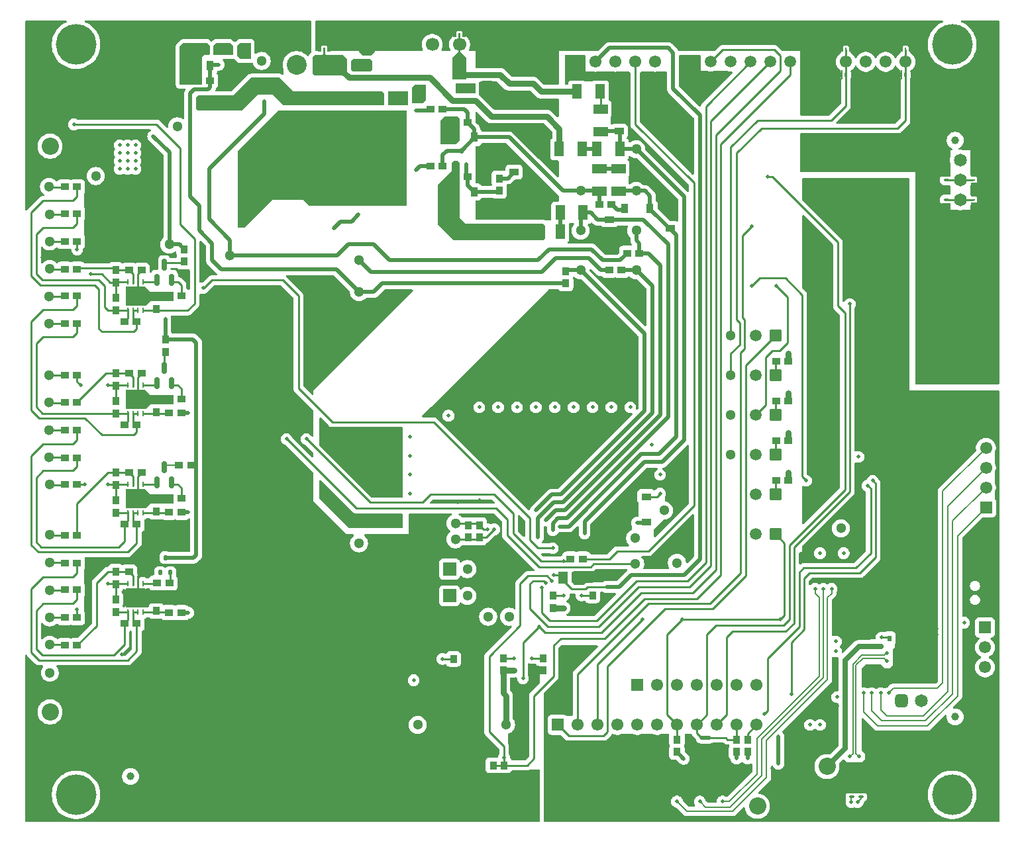
<source format=gbr>
%TF.GenerationSoftware,KiCad,Pcbnew,9.0.4*%
%TF.CreationDate,2025-10-28T13:54:02-05:00*%
%TF.ProjectId,Molecule_BQ76952 - v2,4d6f6c65-6375-46c6-955f-425137363935,rev?*%
%TF.SameCoordinates,Original*%
%TF.FileFunction,Copper,L4,Bot*%
%TF.FilePolarity,Positive*%
%FSLAX46Y46*%
G04 Gerber Fmt 4.6, Leading zero omitted, Abs format (unit mm)*
G04 Created by KiCad (PCBNEW 9.0.4) date 2025-10-28 13:54:02*
%MOMM*%
%LPD*%
G01*
G04 APERTURE LIST*
G04 Aperture macros list*
%AMRoundRect*
0 Rectangle with rounded corners*
0 $1 Rounding radius*
0 $2 $3 $4 $5 $6 $7 $8 $9 X,Y pos of 4 corners*
0 Add a 4 corners polygon primitive as box body*
4,1,4,$2,$3,$4,$5,$6,$7,$8,$9,$2,$3,0*
0 Add four circle primitives for the rounded corners*
1,1,$1+$1,$2,$3*
1,1,$1+$1,$4,$5*
1,1,$1+$1,$6,$7*
1,1,$1+$1,$8,$9*
0 Add four rect primitives between the rounded corners*
20,1,$1+$1,$2,$3,$4,$5,0*
20,1,$1+$1,$4,$5,$6,$7,0*
20,1,$1+$1,$6,$7,$8,$9,0*
20,1,$1+$1,$8,$9,$2,$3,0*%
%AMFreePoly0*
4,1,9,1.016000,0.000000,0.762000,0.000000,0.762000,1.270000,0.000000,1.270000,0.000000,0.000000,-0.254000,0.000000,-0.254000,1.524000,1.016000,1.524000,1.016000,0.000000,1.016000,0.000000,$1*%
%AMFreePoly1*
4,1,9,1.524000,-1.016000,0.000000,-1.016000,0.000000,-0.762000,1.270000,-0.762000,1.270000,0.000000,0.000000,0.000000,0.000000,0.254000,1.524000,0.254000,1.524000,-1.016000,1.524000,-1.016000,$1*%
G04 Aperture macros list end*
%TA.AperFunction,Conductor*%
%ADD10C,0.000000*%
%TD*%
%TA.AperFunction,EtchedComponent*%
%ADD11C,0.000000*%
%TD*%
%TA.AperFunction,ComponentPad*%
%ADD12C,1.300000*%
%TD*%
%TA.AperFunction,SMDPad,CuDef*%
%ADD13R,1.000000X0.950000*%
%TD*%
%TA.AperFunction,SMDPad,CuDef*%
%ADD14C,1.000000*%
%TD*%
%TA.AperFunction,SMDPad,CuDef*%
%ADD15RoundRect,0.049350X0.185650X0.250650X-0.185650X0.250650X-0.185650X-0.250650X0.185650X-0.250650X0*%
%TD*%
%TA.AperFunction,ComponentPad*%
%ADD16C,5.200000*%
%TD*%
%TA.AperFunction,SMDPad,CuDef*%
%ADD17R,0.254000X0.508000*%
%TD*%
%TA.AperFunction,SMDPad,CuDef*%
%ADD18FreePoly0,0.000000*%
%TD*%
%TA.AperFunction,ComponentPad*%
%ADD19RoundRect,0.051000X0.799000X0.799000X-0.799000X0.799000X-0.799000X-0.799000X0.799000X-0.799000X0*%
%TD*%
%TA.AperFunction,ComponentPad*%
%ADD20C,1.700000*%
%TD*%
%TA.AperFunction,SMDPad,CuDef*%
%ADD21RoundRect,0.099750X0.200250X-0.075250X0.200250X0.075250X-0.200250X0.075250X-0.200250X-0.075250X0*%
%TD*%
%TA.AperFunction,ComponentPad*%
%ADD22R,1.550000X1.550000*%
%TD*%
%TA.AperFunction,ComponentPad*%
%ADD23C,1.550000*%
%TD*%
%TA.AperFunction,ComponentPad*%
%ADD24RoundRect,0.052500X0.697500X0.697500X-0.697500X0.697500X-0.697500X-0.697500X0.697500X-0.697500X0*%
%TD*%
%TA.AperFunction,ComponentPad*%
%ADD25C,1.500000*%
%TD*%
%TA.AperFunction,ComponentPad*%
%ADD26R,1.651000X1.651000*%
%TD*%
%TA.AperFunction,ComponentPad*%
%ADD27C,1.651000*%
%TD*%
%TA.AperFunction,ComponentPad*%
%ADD28C,2.209800*%
%TD*%
%TA.AperFunction,ComponentPad*%
%ADD29RoundRect,0.412500X-0.412500X-0.412500X0.412500X-0.412500X0.412500X0.412500X-0.412500X0.412500X0*%
%TD*%
%TA.AperFunction,ComponentPad*%
%ADD30C,1.650000*%
%TD*%
%TA.AperFunction,ComponentPad*%
%ADD31R,1.500000X1.500000*%
%TD*%
%TA.AperFunction,ComponentPad*%
%ADD32RoundRect,0.050800X1.219200X1.219200X-1.219200X1.219200X-1.219200X-1.219200X1.219200X-1.219200X0*%
%TD*%
%TA.AperFunction,ComponentPad*%
%ADD33C,2.540000*%
%TD*%
%TA.AperFunction,ComponentPad*%
%ADD34R,1.650000X1.650000*%
%TD*%
%TA.AperFunction,SMDPad,CuDef*%
%ADD35R,0.950000X1.000000*%
%TD*%
%TA.AperFunction,SMDPad,CuDef*%
%ADD36R,0.915000X1.220000*%
%TD*%
%TA.AperFunction,SMDPad,CuDef*%
%ADD37R,1.300000X1.850000*%
%TD*%
%TA.AperFunction,SMDPad,CuDef*%
%ADD38R,1.850000X1.300000*%
%TD*%
%TA.AperFunction,SMDPad,CuDef*%
%ADD39R,0.508000X0.254000*%
%TD*%
%TA.AperFunction,SMDPad,CuDef*%
%ADD40FreePoly1,0.000000*%
%TD*%
%TA.AperFunction,SMDPad,CuDef*%
%ADD41R,1.220000X0.915000*%
%TD*%
%TA.AperFunction,SMDPad,CuDef*%
%ADD42RoundRect,0.099750X-0.200250X0.075250X-0.200250X-0.075250X0.200250X-0.075250X0.200250X0.075250X0*%
%TD*%
%TA.AperFunction,SMDPad,CuDef*%
%ADD43O,0.250000X0.700000*%
%TD*%
%TA.AperFunction,SMDPad,CuDef*%
%ADD44R,2.400000X2.400000*%
%TD*%
%TA.AperFunction,SMDPad,CuDef*%
%ADD45R,0.600000X0.800000*%
%TD*%
%TA.AperFunction,SMDPad,CuDef*%
%ADD46R,1.270000X1.600200*%
%TD*%
%TA.AperFunction,SMDPad,CuDef*%
%ADD47RoundRect,0.099750X0.075250X0.200250X-0.075250X0.200250X-0.075250X-0.200250X0.075250X-0.200250X0*%
%TD*%
%TA.AperFunction,SMDPad,CuDef*%
%ADD48C,0.500000*%
%TD*%
%TA.AperFunction,SMDPad,CuDef*%
%ADD49RoundRect,0.150000X0.150000X-0.587500X0.150000X0.587500X-0.150000X0.587500X-0.150000X-0.587500X0*%
%TD*%
%TA.AperFunction,ViaPad*%
%ADD50C,0.508000*%
%TD*%
%TA.AperFunction,ViaPad*%
%ADD51C,0.500000*%
%TD*%
%TA.AperFunction,Conductor*%
%ADD52C,0.254000*%
%TD*%
%TA.AperFunction,Conductor*%
%ADD53C,0.177800*%
%TD*%
%TA.AperFunction,Conductor*%
%ADD54C,0.508000*%
%TD*%
%TA.AperFunction,Conductor*%
%ADD55C,0.762000*%
%TD*%
%TA.AperFunction,Conductor*%
%ADD56C,0.203200*%
%TD*%
%TA.AperFunction,Conductor*%
%ADD57C,0.381000*%
%TD*%
%TA.AperFunction,Conductor*%
%ADD58C,0.635000*%
%TD*%
%TA.AperFunction,Conductor*%
%ADD59C,0.200000*%
%TD*%
G04 APERTURE END LIST*
D10*
%TA.AperFunction,Conductor*%
%TO.N,PGND*%
G36*
X-3882000Y325183500D02*
G01*
X-4263000Y324802500D01*
X-4644000Y324802500D01*
X-4644000Y325437500D01*
X-4771000Y325564500D01*
X-5279000Y325564500D01*
X-5406000Y325437500D01*
X-5406000Y324802500D01*
X-5787000Y324802500D01*
X-6168000Y325183500D01*
X-6168000Y326453500D01*
X-3882000Y326453500D01*
X-3882000Y325183500D01*
G37*
%TD.AperFunction*%
%TA.AperFunction,Conductor*%
%TO.N,Net-(C29-Pad1)*%
G36*
X-33974000Y323623500D02*
G01*
X-33974000Y322480500D01*
X-36514000Y322480500D01*
X-36514000Y323623500D01*
X-36133000Y324004500D01*
X-34355000Y324004500D01*
X-33974000Y323623500D01*
G37*
%TD.AperFunction*%
%TA.AperFunction,Conductor*%
%TO.N,PGND*%
G36*
X57720050Y303176500D02*
G01*
X56754800Y303176500D01*
X56577000Y303354300D01*
X56577000Y303405100D01*
X56653200Y303481300D01*
X57719930Y303481300D01*
X57720050Y303176500D01*
G37*
%TD.AperFunction*%
%TA.AperFunction,Conductor*%
%TO.N,VSS*%
G36*
X-44515000Y253519500D02*
G01*
X-43245000Y253519490D01*
X-43245000Y252376490D01*
X-44515000Y252376500D01*
X-45099200Y251792300D01*
X-47639200Y251792300D01*
X-47639200Y254230700D01*
X-45226200Y254230700D01*
X-44515000Y253519500D01*
G37*
%TD.AperFunction*%
%TA.AperFunction,Conductor*%
%TO.N,/FETs/PACK+*%
G36*
X-5018000Y314352500D02*
G01*
X-5018000Y311558500D01*
X-5526000Y311050500D01*
X-7431000Y311050500D01*
X-7431000Y314098500D01*
X-6923000Y314606500D01*
X-5272000Y314606500D01*
X-5018000Y314352500D01*
G37*
%TD.AperFunction*%
%TA.AperFunction,Conductor*%
%TO.N,Net-(C34-Pad2)*%
G36*
X-16194000Y321718500D02*
G01*
X-16194000Y320575500D01*
X-16448000Y320321500D01*
X-18607000Y320321500D01*
X-18861000Y320575500D01*
X-18861000Y321718500D01*
X-18607000Y321972500D01*
X-16448000Y321972500D01*
X-16194000Y321718500D01*
G37*
%TD.AperFunction*%
%TA.AperFunction,Conductor*%
%TO.N,/FETs/CPACK+*%
G36*
X-22163000Y322607500D02*
G01*
X-22036000Y322480500D01*
X-19877000Y322480500D01*
X-19369000Y321972500D01*
X-19369000Y320321500D01*
X-19877000Y319813500D01*
X-23560000Y319813500D01*
X-23814000Y320067500D01*
X-23814000Y322226500D01*
X-23560000Y322480500D01*
X-22544000Y322480500D01*
X-22417000Y322607500D01*
X-22417000Y323420300D01*
X-22163000Y323420300D01*
X-22163000Y322607500D01*
G37*
%TD.AperFunction*%
%TA.AperFunction,Conductor*%
%TO.N,PGND*%
G36*
X62546000Y302922500D02*
G01*
X60768000Y302922500D01*
X60387000Y303303500D01*
X60387000Y303557500D01*
X61022000Y303557500D01*
X61149000Y303684500D01*
X61149000Y304192500D01*
X61022000Y304319500D01*
X60387000Y304319500D01*
X60387000Y306097500D01*
X61022000Y306097500D01*
X61149000Y306224500D01*
X61149000Y306732500D01*
X61022000Y306859500D01*
X60387000Y306859500D01*
X60387000Y307113500D01*
X60768000Y307494500D01*
X62546000Y307494500D01*
X62546000Y302922500D01*
G37*
%TD.AperFunction*%
%TA.AperFunction,Conductor*%
%TO.N,/FETs/12P*%
G36*
X-44515000Y292127500D02*
G01*
X-41594000Y292127500D01*
X-41594000Y290984500D01*
X-44515000Y290984500D01*
X-45099200Y290400300D01*
X-47639200Y290400300D01*
X-47639200Y292838700D01*
X-45226200Y292838700D01*
X-44515000Y292127500D01*
G37*
%TD.AperFunction*%
%TA.AperFunction,Conductor*%
%TO.N,PGND*%
G36*
X-21147000Y323293300D02*
G01*
X-21528000Y322912300D01*
X-21909000Y322912300D01*
X-21909000Y323547300D01*
X-22036000Y323674300D01*
X-22544000Y323674300D01*
X-22671000Y323547300D01*
X-22671000Y322912300D01*
X-23052000Y322912300D01*
X-23433000Y323293300D01*
X-23433000Y324563300D01*
X-21147000Y324563300D01*
X-21147000Y323293300D01*
G37*
%TD.AperFunction*%
%TA.AperFunction,Conductor*%
G36*
X57720010Y306935700D02*
G01*
X56653200Y306935700D01*
X56577000Y307011900D01*
X56577000Y307062700D01*
X56729400Y307215100D01*
X57720000Y307215100D01*
X57720010Y306935700D01*
G37*
%TD.AperFunction*%
%TA.AperFunction,Conductor*%
%TO.N,/FETs/PACK+*%
G36*
X-9336000Y318670500D02*
G01*
X-9336000Y316638500D01*
X-9717000Y316257510D01*
X-11114000Y316257500D01*
X-11114000Y318289500D01*
X-10732990Y318670510D01*
X-9336000Y318670500D01*
G37*
%TD.AperFunction*%
%TA.AperFunction,Conductor*%
%TO.N,PGND*%
G36*
X45528000Y323242500D02*
G01*
X45147000Y322861500D01*
X44766000Y322861500D01*
X44766000Y323496500D01*
X44639000Y323623500D01*
X44131000Y323623500D01*
X44004000Y323496500D01*
X44004000Y322861500D01*
X43623000Y322861500D01*
X43242000Y323242500D01*
X43242000Y324512500D01*
X45528000Y324512500D01*
X45528000Y323242500D01*
G37*
%TD.AperFunction*%
%TA.AperFunction,Conductor*%
%TO.N,QGND*%
G36*
X46925000Y227967100D02*
G01*
X44562800Y227967100D01*
X44562800Y228170300D01*
X46925000Y228170300D01*
X46925000Y227967100D01*
G37*
%TD.AperFunction*%
%TA.AperFunction,Conductor*%
%TO.N,PGND*%
G36*
X3237000Y303176500D02*
G01*
X1205000Y303176500D01*
X1205000Y305208500D01*
X3237000Y305208500D01*
X3237000Y303176500D01*
G37*
%TD.AperFunction*%
%TA.AperFunction,Conductor*%
%TO.N,Net-(C37-Pad1)*%
G36*
X-11622000Y316003500D02*
G01*
X-14162000Y316003500D01*
X-14162000Y317781500D01*
X-11622000Y317781500D01*
X-11622000Y316003500D01*
G37*
%TD.AperFunction*%
%TA.AperFunction,Conductor*%
%TO.N,/FETs/FBAT*%
G36*
X-26227000Y317781500D02*
G01*
X-14924000Y317781500D01*
X-14670000Y317527500D01*
X-14670000Y316003500D01*
X-27497000Y316003500D01*
X-28894000Y317400500D01*
X-30799000Y317400500D01*
X-32831000Y315368500D01*
X-38419000Y315368500D01*
X-38673000Y315622500D01*
X-38673000Y317019500D01*
X-38419000Y317273500D01*
X-33974000Y317273510D01*
X-31688000Y319559500D01*
X-28004990Y319559500D01*
X-26227000Y317781500D01*
G37*
%TD.AperFunction*%
%TA.AperFunction,Conductor*%
%TO.N,PGND*%
G36*
X-15813000Y322861500D02*
G01*
X-16321000Y322353500D01*
X-17337000Y322353500D01*
X-17845000Y322861500D01*
X-17845000Y324512500D01*
X-15813000Y324512500D01*
X-15813000Y322861500D01*
G37*
%TD.AperFunction*%
%TA.AperFunction,Conductor*%
%TO.N,/FETs/PACK+*%
G36*
X-4891000Y322861500D02*
G01*
X-4129000Y322099500D01*
X-4129000Y319305500D01*
X-5907000Y319305500D01*
X-5907000Y322099500D01*
X-5145000Y322861500D01*
X-5145000Y325302500D01*
X-4891000Y325302500D01*
X-4891000Y322861500D01*
G37*
%TD.AperFunction*%
%TA.AperFunction,Conductor*%
%TO.N,/FETs/4P*%
G36*
X-44515000Y266219510D02*
G01*
X-41594000Y266219510D01*
X-41594000Y265076510D01*
X-44515000Y265076510D01*
X-45099200Y264492310D01*
X-47639200Y264492310D01*
X-47639200Y266930710D01*
X-45226200Y266930710D01*
X-44515000Y266219510D01*
G37*
%TD.AperFunction*%
%TA.AperFunction,Conductor*%
%TO.N,/FETs/FBAT*%
G36*
X-36895000Y323623500D02*
G01*
X-36895000Y322607500D01*
X-37022000Y322480500D01*
X-37657000Y322480500D01*
X-37911000Y322226500D01*
X-37911000Y318670500D01*
X-40755000Y318670510D01*
X-40755000Y323573500D01*
X-40324000Y324004500D01*
X-37276000Y324004500D01*
X-36895000Y323623500D01*
G37*
%TD.AperFunction*%
%TA.AperFunction,Conductor*%
%TO.N,/FETs/CD*%
G36*
X-11749000Y303176500D02*
G01*
X-24195000Y303176500D01*
X-24957000Y303938500D01*
X-28957500Y303938500D01*
X-32519850Y300376150D01*
X-33339000Y300376150D01*
X-33339000Y310161500D01*
X-28132000Y315368500D01*
X-11749000Y315368500D01*
X-11749000Y303176500D01*
G37*
%TD.AperFunction*%
%TA.AperFunction,Conductor*%
%TO.N,VSS*%
G36*
X12381000Y255297500D02*
G01*
X12000000Y254916500D01*
X11111000Y254916500D01*
X10857000Y254662500D01*
X9587000Y254662500D01*
X9587000Y256440500D01*
X12381000Y256440500D01*
X12381000Y255297500D01*
G37*
%TD.AperFunction*%
%TA.AperFunction,Conductor*%
%TO.N,Net-(C42-Pad2)*%
G36*
X-2986000Y317527500D02*
G01*
X-5526000Y317527500D01*
X-5526000Y318797500D01*
X-2986000Y318797500D01*
X-2986000Y317527500D01*
G37*
%TD.AperFunction*%
%TA.AperFunction,Conductor*%
%TO.N,/FETs/PACK+*%
G36*
X-5018000Y308637500D02*
G01*
X-5018000Y301652500D01*
X-4256000Y300890500D01*
X5650000Y300890500D01*
X5904000Y300636500D01*
X5904000Y298985500D01*
X5650000Y298731500D01*
X-5145000Y298731500D01*
X-5780000Y298731500D01*
X-7304000Y300255500D01*
X-7812000Y300763500D01*
X-7812000Y305843500D01*
X-6034000Y307621500D01*
X-6034000Y308637500D01*
X-5780000Y308891500D01*
X-5272000Y308891500D01*
X-5018000Y308637500D01*
G37*
%TD.AperFunction*%
%TA.AperFunction,Conductor*%
%TO.N,PGND*%
G36*
X43927800Y320491000D02*
G01*
X43927800Y319407100D01*
X43851600Y319330900D01*
X43775400Y319330900D01*
X43750000Y319356300D01*
X43750000Y320524700D01*
X43782250Y320556950D01*
X43861850Y320556950D01*
X43927800Y320491000D01*
G37*
%TD.AperFunction*%
%TA.AperFunction,Conductor*%
%TO.N,/FETs/CPACK+*%
G36*
X-31688000Y321972500D02*
G01*
X-33085000Y321972500D01*
X-33466000Y322353500D01*
X-33466000Y323623500D01*
X-33085000Y324004500D01*
X-31688000Y324004500D01*
X-31688000Y321972500D01*
G37*
%TD.AperFunction*%
%TA.AperFunction,Conductor*%
%TO.N,/FETs/8P*%
G36*
X-44515000Y278919500D02*
G01*
X-41594000Y278919500D01*
X-41594000Y277776500D01*
X-44515000Y277776500D01*
X-45099200Y277192300D01*
X-47639200Y277192300D01*
X-47639200Y279630700D01*
X-45226200Y279630700D01*
X-44515000Y278919500D01*
G37*
%TD.AperFunction*%
%TA.AperFunction,Conductor*%
%TO.N,PGND*%
G36*
X-827000Y317146500D02*
G01*
X-2097000Y317146500D01*
X-2478000Y317527500D01*
X-2478000Y318797500D01*
X-2097000Y319178500D01*
X-827000Y319178500D01*
X-827000Y317146500D01*
G37*
%TD.AperFunction*%
%TA.AperFunction,Conductor*%
G36*
X53148000Y323242500D02*
G01*
X52767000Y322861500D01*
X52386000Y322861500D01*
X52386000Y323496500D01*
X52259000Y323623500D01*
X51751000Y323623500D01*
X51624000Y323496500D01*
X51624000Y322861500D01*
X51243000Y322861500D01*
X50862000Y323242500D01*
X50862000Y324512500D01*
X53148000Y324512500D01*
X53148000Y323242500D01*
G37*
%TD.AperFunction*%
%TA.AperFunction,Conductor*%
G36*
X51547800Y320491000D02*
G01*
X51547800Y319407100D01*
X51471600Y319330900D01*
X51395400Y319330900D01*
X51370000Y319356300D01*
X51370000Y320524700D01*
X51402250Y320556950D01*
X51481850Y320556950D01*
X51547800Y320491000D01*
G37*
%TD.AperFunction*%
D11*
%TA.AperFunction,EtchedComponent*%
%TD*%
%TO.C,NT7*%
G36*
X26930800Y234859082D02*
G01*
X25930800Y234859082D01*
X25930800Y235359082D01*
X26930800Y235359082D01*
X26930800Y234859082D01*
G37*
%TD.AperFunction*%
D12*
%TO.P,MC5,1*%
%TO.N,/FETs/5P*%
X-57369200Y261109080D03*
%TD*%
D13*
%TO.P,R78,2,2*%
%TO.N,Net-(U4-V1)*%
X-53875000Y261012500D03*
%TO.P,R78,1,1*%
%TO.N,/FETs/5P*%
X-55475000Y261012500D03*
%TD*%
%TO.P,C48,2,2*%
%TO.N,Net-(U4-V4)*%
X-46255000Y262409500D03*
%TO.P,C48,1,1*%
%TO.N,Net-(U4-V3)*%
X-47855000Y262409500D03*
%TD*%
D14*
%TO.P,FID6,1*%
%TO.N,N/C*%
X58355000Y237771500D03*
%TD*%
%TO.P,FID5,1*%
%TO.N,N/C*%
X58355090Y311541730D03*
%TD*%
%TO.P,FID4,1*%
%TO.N,N/C*%
X-47055000Y230151500D03*
%TD*%
D15*
%TO.P,D13,3,K*%
%TO.N,Net-(D13-K)*%
X-42610000Y258152500D03*
%TO.P,D13,2*%
%TO.N,N/C*%
X-43260000Y256252500D03*
%TO.P,D13,1,A*%
%TO.N,Net-(D13-A)*%
X-41960000Y256252500D03*
%TD*%
D16*
%TO.P,MP4,1*%
%TO.N,unconnected-(MP4-Pad1)*%
X57975000Y227801500D03*
%TD*%
D17*
%TO.P,E2,2,2*%
%TO.N,PGND*%
X-5025000Y325818500D03*
D18*
X-5406000Y324802500D03*
D17*
%TO.P,E2,1,1*%
%TO.N,/FETs/PACK+*%
X-5025000Y325056500D03*
%TD*%
D19*
%TO.P,J9,1,1*%
%TO.N,PGND*%
X2010170Y323801500D03*
D20*
%TO.P,J9,2,2*%
X-1489830Y323801500D03*
%TO.P,J9,3,3*%
%TO.N,/FETs/PACK+*%
X-4989830Y323801500D03*
%TO.P,J9,4,4*%
X-8489830Y323801500D03*
%TD*%
D16*
%TO.P,MP2,1*%
%TO.N,unconnected-(MP2-Pad1)*%
X-54025000Y323801500D03*
%TD*%
D21*
%TO.P,U12,2,A*%
%TO.N,QGND*%
X45147000Y228190500D03*
%TO.P,U12,1,K*%
%TO.N,Net-(J26-D-)*%
X45147000Y227540500D03*
%TD*%
D12*
%TO.P,MC16,1*%
%TO.N,/FETs/16P*%
X-57469200Y305609080D03*
%TD*%
D22*
%TO.P,J24,1,1*%
%TO.N,Net-(U11-P1.0{slash}TA0CLK{slash}ACLK)*%
X17715000Y241835500D03*
D23*
%TO.P,J24,2,2*%
%TO.N,Net-(U11-P1.1{slash}TA0.0)*%
X20255000Y241835500D03*
%TO.P,J24,3,3*%
%TO.N,Net-(U11-P1.2{slash}TA0.1)*%
X22795000Y241835500D03*
%TO.P,J24,4,4*%
%TO.N,Net-(U11-P1.3{slash}TA0.2)*%
X25335000Y241835500D03*
%TO.P,J24,5,5*%
%TO.N,Net-(U11-P1.4{slash}TA0.3)*%
X27875000Y241835500D03*
%TO.P,J24,6,6*%
%TO.N,Net-(U11-P1.5{slash}TA0.4)*%
X30415000Y241835500D03*
%TO.P,J24,7,7*%
%TO.N,Net-(U11-P1.6{slash}TA1CLK{slash}CBOUT)*%
X32955000Y241835500D03*
%TD*%
D24*
%TO.P,J20,1,1*%
%TO.N,Net-(J20-Pad1)*%
X35368020Y266219520D03*
D25*
%TO.P,J20,2,2*%
%TO.N,/Monitor/ALERT*%
X32828020Y266219520D03*
%TD*%
D26*
%TO.P,RT2,1,1*%
%TO.N,Net-(U1-TS3)*%
X-6288000Y253265500D03*
D27*
%TO.P,RT2,2,2*%
%TO.N,VSS*%
X-8828000Y253265500D03*
%TD*%
D28*
%TO.P,TP16,1*%
%TO.N,VSS*%
X22795000Y312701500D03*
%TD*%
D12*
%TO.P,MC7,1*%
%TO.N,/FETs/7P*%
X-57469200Y271009080D03*
%TD*%
D28*
%TO.P,TP17,1*%
%TO.N,VSS*%
X-14670000Y236755500D03*
%TD*%
%TO.P,TP9,1*%
%TO.N,/Monitor/BAT-*%
X-57342000Y238406500D03*
%TD*%
D24*
%TO.P,J10,1,1*%
%TO.N,/Interface/uC_SPI_CS*%
X35368020Y286539530D03*
D25*
%TO.P,J10,2,2*%
%TO.N,/Monitor/CFETOFF*%
X32828020Y286539530D03*
%TD*%
D23*
%TO.P,J25,11,11*%
%TO.N,/Interface/SMBD1*%
X32955000Y236755500D03*
%TO.P,J25,10,10*%
%TO.N,/Interface/SMBC1*%
X30415000Y236755500D03*
%TO.P,J25,9,9*%
%TO.N,/Interface/SDA2*%
X27875000Y236755500D03*
%TO.P,J25,8,8*%
%TO.N,/Interface/SCL2*%
X25335000Y236755500D03*
%TO.P,J25,7,7*%
%TO.N,/Interface/uC_HDQ*%
X22795000Y236755500D03*
%TO.P,J25,6,6*%
%TO.N,/Interface/P4_2*%
X20255000Y236755500D03*
%TO.P,J25,5,5*%
%TO.N,/Interface/P4_3*%
X17715000Y236755500D03*
%TO.P,J25,4,4*%
%TO.N,/Interface/uC_SPI_MISO_B*%
X15175000Y236755500D03*
%TO.P,J25,3,3*%
%TO.N,/Interface/uC_SPI_MOSI*%
X12635000Y236755500D03*
%TO.P,J25,2,2*%
%TO.N,/Interface/uC_SPI_CLK*%
X10095000Y236755500D03*
D22*
%TO.P,J25,1,1*%
%TO.N,/Interface/uC_SPI_CS*%
X7555000Y236755500D03*
%TD*%
D24*
%TO.P,J12,1,1*%
%TO.N,Net-(J12-Pad1)*%
X35368020Y281459520D03*
D25*
%TO.P,J12,2,2*%
%TO.N,/Monitor/HDQ*%
X32828020Y281459520D03*
%TD*%
D28*
%TO.P,TP1,1*%
%TO.N,/FETs/16P*%
X-57342000Y310796500D03*
%TD*%
D29*
%TO.P,J27,1,1*%
%TO.N,/Interface/PUR*%
X51497000Y239803500D03*
D30*
%TO.P,J27,2,2*%
%TO.N,VUSB*%
X54037000Y239803500D03*
%TD*%
D12*
%TO.P,MC12,1*%
%TO.N,/FETs/12P*%
X-57469200Y291609080D03*
%TD*%
D28*
%TO.P,TP44,1*%
%TO.N,3.3V*%
X33082000Y226341500D03*
%TD*%
D24*
%TO.P,J21,1,1*%
%TO.N,/Interface/uC_HDQ*%
X35368020Y261139530D03*
D25*
%TO.P,J21,2,2*%
%TO.N,/Monitor/ALERT*%
X32828020Y261139530D03*
%TD*%
D22*
%TO.P,J29,1,1*%
%TO.N,unconnected-(J29-Pad1)*%
X62165000Y249201500D03*
D23*
%TO.P,J29,2,2*%
%TO.N,/Interface/RST*%
X62165000Y246661500D03*
%TO.P,J29,3,3*%
%TO.N,/Interface/TEST*%
X62165000Y244121500D03*
%TO.P,J29,4,4*%
%TO.N,QGND*%
X62165000Y241581500D03*
%TD*%
D28*
%TO.P,TP43,1*%
%TO.N,VBUS*%
X41972000Y231421500D03*
%TD*%
D12*
%TO.P,MC2,1*%
%TO.N,/FETs/2P*%
X-57369200Y250509080D03*
%TD*%
D28*
%TO.P,TP14,1*%
%TO.N,VSS*%
X-41975000Y247931500D03*
%TD*%
D24*
%TO.P,J15,1,1*%
%TO.N,Net-(J15-Pad1)*%
X35368020Y276379530D03*
D25*
%TO.P,J15,2,2*%
%TO.N,/Monitor/SDA*%
X32828020Y276379530D03*
%TD*%
D12*
%TO.P,MC15,1*%
%TO.N,/FETs/15P*%
X-57369200Y302109080D03*
%TD*%
D22*
%TO.P,J2,1,1*%
%TO.N,VSS*%
X9841000Y321591500D03*
D23*
%TO.P,J2,2,2*%
%TO.N,REG2*%
X12381000Y321591500D03*
%TO.P,J2,3,3*%
%TO.N,REG1*%
X14921000Y321591500D03*
%TO.P,J2,4,4*%
%TO.N,Net-(J2-Pad4)*%
X17461000Y321591500D03*
%TO.P,J2,5,5*%
%TO.N,/Monitor/EXTTS2*%
X20001000Y321591500D03*
%TD*%
D12*
%TO.P,MC6,1*%
%TO.N,/FETs/6P*%
X-57369200Y267509080D03*
%TD*%
D24*
%TO.P,J18,1,1*%
%TO.N,Net-(J18-Pad1)*%
X35368020Y271299520D03*
D25*
%TO.P,J18,2,2*%
%TO.N,/Monitor/SCL*%
X32828020Y271299520D03*
%TD*%
D12*
%TO.P,MC14,1*%
%TO.N,/FETs/14P*%
X-57369200Y298609080D03*
%TD*%
%TO.P,MC8,1*%
%TO.N,/FETs/8P*%
X-57469200Y274509080D03*
%TD*%
%TO.P,MC3,1*%
%TO.N,/FETs/3P*%
X-57369200Y254009080D03*
%TD*%
%TO.P,MC10,1*%
%TO.N,/FETs/10P*%
X-57469200Y281509080D03*
%TD*%
%TO.P,MC17,1*%
%TO.N,/Monitor/BAT-*%
X-57369200Y243409080D03*
%TD*%
D22*
%TO.P,J28,1,1*%
%TO.N,Net-(U11-P7.4{slash}TB0.2)*%
X62292000Y264568500D03*
D23*
%TO.P,J28,2,2*%
%TO.N,Net-(U11-P7.5{slash}TB0.3)*%
X62292000Y267108500D03*
%TO.P,J28,3,3*%
%TO.N,Net-(U11-P7.6{slash}TB0.4)*%
X62292000Y269648500D03*
%TO.P,J28,4,4*%
%TO.N,Net-(U11-P7.7{slash}TB0CLK{slash}MCLK)*%
X62292000Y272188500D03*
%TO.P,J28,5,5*%
%TO.N,QGND*%
X62292000Y274728500D03*
%TD*%
D31*
%TO.P,J5,1,1*%
%TO.N,VSS*%
X24573000Y321591500D03*
D25*
%TO.P,J5,2,2*%
%TO.N,/Monitor/DFETOFF*%
X27113000Y321591500D03*
%TO.P,J5,3,3*%
%TO.N,/Monitor/CFETOFF*%
X29653000Y321591500D03*
%TO.P,J5,4,4*%
%TO.N,/Monitor/DCHG*%
X32193000Y321591500D03*
%TO.P,J5,5,5*%
%TO.N,/Monitor/DDSG*%
X34733000Y321591500D03*
%TO.P,J5,6,6*%
%TO.N,/Monitor/RST_SHUT*%
X37273000Y321591500D03*
%TD*%
D32*
%TO.P,J8,1,1*%
%TO.N,/FETs/CPACK+*%
X-22315230Y321197840D03*
D33*
%TO.P,J8,2,2*%
X-25820430Y321197840D03*
%TD*%
D26*
%TO.P,RT1,1,1*%
%TO.N,Net-(U1-TS1)*%
X-6288000Y256694500D03*
D27*
%TO.P,RT1,2,2*%
%TO.N,VSS*%
X-8828000Y256694500D03*
%TD*%
D34*
%TO.P,J17,1,1*%
%TO.N,PGND*%
X59004930Y301398410D03*
D30*
%TO.P,J17,2,2*%
%TO.N,/Monitor/SCL*%
X59004930Y303938410D03*
%TO.P,J17,3,3*%
%TO.N,/Monitor/SDA*%
X59004930Y306478410D03*
%TO.P,J17,4,4*%
%TO.N,unconnected-(J17-Pad4)*%
X59004930Y309018410D03*
%TD*%
D13*
%TO.P,R62,1,1*%
%TO.N,/Monitor/PCHG*%
X18007000Y297080500D03*
%TO.P,R62,2,2*%
%TO.N,Net-(Q2-G)*%
X16407000Y297080500D03*
%TD*%
%TO.P,R50,1,1*%
%TO.N,/FETs/FBAT*%
X-38457000Y319178500D03*
%TO.P,R50,2,2*%
%TO.N,Net-(D4-K)*%
X-36857000Y319178500D03*
%TD*%
D35*
%TO.P,R61,1,1*%
%TO.N,/Monitor/CHG*%
X8571000Y294832500D03*
%TO.P,R61,2,2*%
%TO.N,Net-(D4-K)*%
X8571000Y293232500D03*
%TD*%
D13*
%TO.P,R81,1,1*%
%TO.N,/FETs/4P*%
X-40540000Y251106500D03*
%TO.P,R81,2,2*%
%TO.N,Net-(U5-VDD)*%
X-42140000Y251106500D03*
%TD*%
%TO.P,R83,1,1*%
%TO.N,/FETs/4P*%
X-55475000Y257456500D03*
%TO.P,R83,2,2*%
%TO.N,Net-(U5-V4)*%
X-53875000Y257456500D03*
%TD*%
D35*
%TO.P,C36,1,1*%
%TO.N,Net-(C34-Pad2)*%
X-16829000Y321299500D03*
%TO.P,C36,2,2*%
%TO.N,PGND*%
X-16829000Y322899500D03*
%TD*%
%TO.P,C20,1,1*%
%TO.N,/Monitor/RST_SHUT*%
X697000Y231586500D03*
%TO.P,C20,2,2*%
%TO.N,VSS*%
X697000Y229986500D03*
%TD*%
D36*
%TO.P,D6,1,K*%
%TO.N,Net-(D6-K)*%
X-3126390Y304954620D03*
%TO.P,D6,2,A*%
%TO.N,/FETs/PACK+*%
X-6401390Y304954620D03*
%TD*%
D37*
%TO.P,R74,1,1*%
%TO.N,/FETs/PACK+*%
X10042000Y317781500D03*
%TO.P,R74,2,2*%
%TO.N,Net-(R73-Pad1)*%
X12942000Y317781500D03*
%TD*%
D36*
%TO.P,D9,1,K*%
%TO.N,/Monitor/DSG*%
X19352500Y302795500D03*
%TO.P,D9,2,A*%
%TO.N,Net-(D9-A)*%
X16077500Y302795500D03*
%TD*%
D13*
%TO.P,R34,1,1*%
%TO.N,/FETs/15P*%
X-55475000Y302160500D03*
%TO.P,R34,2,2*%
%TO.N,Net-(U2-V3)*%
X-53875000Y302160500D03*
%TD*%
D38*
%TO.P,R68,1,1*%
%TO.N,/Monitor/DSG*%
X15302000Y305028500D03*
%TO.P,R68,2,2*%
%TO.N,Net-(R64-Pad1)*%
X15302000Y307928500D03*
%TD*%
D37*
%TO.P,R71,1,1*%
%TO.N,/FETs/CPACK+*%
X7756000Y310415500D03*
%TO.P,R71,2,2*%
%TO.N,Net-(R70-Pad1)*%
X10656000Y310415500D03*
%TD*%
D13*
%TO.P,R54,1,1*%
%TO.N,/FETs/9P*%
X-55475000Y278030500D03*
%TO.P,R54,2,2*%
%TO.N,Net-(U3-V1)*%
X-53875000Y278030500D03*
%TD*%
D35*
%TO.P,R89,1,1*%
%TO.N,REG1*%
X6920120Y251725580D03*
%TO.P,R89,2,2*%
%TO.N,Net-(J11-Pad1)*%
X6920120Y253325580D03*
%TD*%
%TO.P,R57,1,1*%
%TO.N,Net-(D6-K)*%
X62000Y305081960D03*
%TO.P,R57,2,2*%
%TO.N,Net-(D7-K)*%
X62000Y306681950D03*
%TD*%
D13*
%TO.P,R41,1,1*%
%TO.N,/FETs/12P*%
X-40540000Y276633500D03*
%TO.P,R41,2,2*%
%TO.N,Net-(U3-VDD)*%
X-42140000Y276633500D03*
%TD*%
D39*
%TO.P,E6,1,1*%
%TO.N,/Monitor/SDA*%
X60641000Y306478500D03*
D40*
%TO.P,E6,2,2*%
%TO.N,PGND*%
X60387000Y306859500D03*
D39*
X61403000Y306478500D03*
%TD*%
D13*
%TO.P,R52,1,1*%
%TO.N,/FETs/PACK+*%
X-5563890Y306859620D03*
%TO.P,R52,2,2*%
%TO.N,Net-(D6-K)*%
X-3963890Y306859620D03*
%TD*%
%TO.P,C30,1,1*%
%TO.N,/FETs/CPACK+*%
X-32920000Y322988500D03*
%TO.P,C30,2,2*%
%TO.N,Net-(C29-Pad1)*%
X-34520000Y322988500D03*
%TD*%
%TO.P,R63,1,1*%
%TO.N,/Monitor/PDSG*%
X15721000Y294921500D03*
%TO.P,R63,2,2*%
%TO.N,Net-(Q6-G)*%
X14121000Y294921500D03*
%TD*%
%TO.P,R85,1,1*%
%TO.N,/FETs/2P*%
X-55475000Y250471500D03*
%TO.P,R85,2,2*%
%TO.N,Net-(U5-V2)*%
X-53875000Y250471500D03*
%TD*%
%TO.P,C53,1,1*%
%TO.N,Net-(U5-V3)*%
X-47855000Y249709500D03*
%TO.P,C53,2,2*%
%TO.N,Net-(U5-V4)*%
X-46255000Y249709500D03*
%TD*%
D35*
%TO.P,C33,1,1*%
%TO.N,Net-(U2-V2)*%
X-48960000Y291403500D03*
%TO.P,C33,2,2*%
%TO.N,Net-(U2-V3)*%
X-48960000Y289803500D03*
%TD*%
D13*
%TO.P,R15,1,1*%
%TO.N,/Monitor/REGIN*%
X9168020Y257964500D03*
%TO.P,R15,2,2*%
%TO.N,Net-(J2-Pad4)*%
X10768020Y257964500D03*
%TD*%
D35*
%TO.P,C41,1,1*%
%TO.N,/FETs/8P*%
X-43753000Y278322500D03*
%TO.P,C41,2,2*%
%TO.N,Net-(U3-VDD)*%
X-43753000Y276722500D03*
%TD*%
%TO.P,C44,1,1*%
%TO.N,Net-(U3-V1)*%
X-48960000Y281751500D03*
%TO.P,C44,2,2*%
%TO.N,Net-(U3-V2)*%
X-48960000Y280151500D03*
%TD*%
D41*
%TO.P,D11,1,K*%
%TO.N,/Monitor/PACK*%
X15429000Y312715000D03*
%TO.P,D11,2,A*%
%TO.N,VSS*%
X15429000Y315990000D03*
%TD*%
D13*
%TO.P,C31,1,1*%
%TO.N,Net-(U2-V3)*%
X-47855000Y288317500D03*
%TO.P,C31,2,2*%
%TO.N,Net-(U2-V4)*%
X-46255000Y288317500D03*
%TD*%
D41*
%TO.P,D12,1,K*%
%TO.N,/Monitor/LD*%
X14159000Y301385000D03*
%TO.P,D12,2,A*%
%TO.N,VSS*%
X14159000Y298110000D03*
%TD*%
D13*
%TO.P,R58,1,1*%
%TO.N,/FETs/8P*%
X-42140000Y278411500D03*
%TO.P,R58,2,2*%
%TO.N,Net-(Q11-B)*%
X-40540000Y278411500D03*
%TD*%
%TO.P,C39,1,1*%
%TO.N,/FETs/12P*%
X-45620000Y294921500D03*
%TO.P,C39,2,2*%
%TO.N,Net-(U2-V1)*%
X-47220000Y294921500D03*
%TD*%
D35*
%TO.P,C55,1,1*%
%TO.N,Net-(U5-V2)*%
X-48960000Y252795500D03*
%TO.P,C55,2,2*%
%TO.N,Net-(U5-V3)*%
X-48960000Y251195500D03*
%TD*%
D13*
%TO.P,R37,1,1*%
%TO.N,/FETs/13P*%
X-55475000Y295048500D03*
%TO.P,R37,2,2*%
%TO.N,Net-(U2-V1)*%
X-53875000Y295048500D03*
%TD*%
D41*
%TO.P,D10,1,K*%
%TO.N,/Monitor/DSG*%
X21906000Y300269000D03*
%TO.P,D10,2,A*%
%TO.N,VSS*%
X21906000Y303544000D03*
%TD*%
D13*
%TO.P,R69,1,1*%
%TO.N,/FETs/8P*%
X-55475000Y274474500D03*
%TO.P,R69,2,2*%
%TO.N,Net-(U4-V4)*%
X-53875000Y274474500D03*
%TD*%
D35*
%TO.P,R60,1,1*%
%TO.N,Net-(Q11-C)*%
X-42610000Y284469500D03*
%TO.P,R60,2,2*%
%TO.N,Net-(D13-K)*%
X-42610000Y286069500D03*
%TD*%
%TO.P,C28,1,1*%
%TO.N,/Monitor/SRP*%
X-3875000Y260720500D03*
%TO.P,C28,2,2*%
%TO.N,/Monitor/SRN*%
X-3875000Y262320500D03*
%TD*%
D37*
%TO.P,R70,1,1*%
%TO.N,Net-(R70-Pad1)*%
X12582000Y310415500D03*
%TO.P,R70,2,2*%
%TO.N,/Monitor/PACK*%
X15482000Y310415500D03*
%TD*%
D42*
%TO.P,U7,1,K*%
%TO.N,/Monitor/SCL*%
X57212000Y303933300D03*
%TO.P,U7,2,A*%
%TO.N,PGND*%
X57212000Y303283300D03*
%TD*%
D13*
%TO.P,R36,1,1*%
%TO.N,/FETs/14P*%
X-55475000Y298604500D03*
%TO.P,R36,2,2*%
%TO.N,Net-(U2-V2)*%
X-53875000Y298604500D03*
%TD*%
%TO.P,C38,1,1*%
%TO.N,/FETs/PACK+*%
X-10568000Y316765500D03*
%TO.P,C38,2,2*%
%TO.N,Net-(C37-Pad1)*%
X-12168000Y316765500D03*
%TD*%
%TO.P,C34,1,1*%
%TO.N,/FETs/CPACK+*%
X-19915000Y321197840D03*
%TO.P,C34,2,2*%
%TO.N,Net-(C34-Pad2)*%
X-18315000Y321197840D03*
%TD*%
D17*
%TO.P,E1,1,1*%
%TO.N,/FETs/CPACK+*%
X-22290000Y323166300D03*
D18*
%TO.P,E1,2,2*%
%TO.N,PGND*%
X-22671000Y322912300D03*
D17*
X-22290000Y323928300D03*
%TD*%
D13*
%TO.P,R38,1,1*%
%TO.N,/FETs/12P*%
X-42140000Y291619500D03*
%TO.P,R38,2,2*%
%TO.N,Net-(Q4-B)*%
X-40540000Y291619500D03*
%TD*%
D35*
%TO.P,R26,1,1*%
%TO.N,VSS*%
X5650220Y243702660D03*
%TO.P,R26,2,2*%
%TO.N,Net-(J6-Pad3)*%
X5650220Y245302660D03*
%TD*%
D13*
%TO.P,R32,1,1*%
%TO.N,/FETs/16P*%
X-55475000Y305589500D03*
%TO.P,R32,2,2*%
%TO.N,Net-(U2-V4)*%
X-53875000Y305589500D03*
%TD*%
D35*
%TO.P,C35,1,1*%
%TO.N,Net-(U2-V1)*%
X-48960000Y294959500D03*
%TO.P,C35,2,2*%
%TO.N,Net-(U2-V2)*%
X-48960000Y293359500D03*
%TD*%
D43*
%TO.P,U4,1,VDD*%
%TO.N,Net-(U4-VDD)*%
X-45470000Y263861510D03*
%TO.P,U4,2,V5*%
%TO.N,Net-(U4-V4)*%
X-46095000Y263861500D03*
%TO.P,U4,3,V4*%
X-46745000Y263861500D03*
%TO.P,U4,4,V3*%
%TO.N,Net-(U4-V3)*%
X-47395000Y263861500D03*
%TO.P,U4,5,V2*%
%TO.N,Net-(U4-V2)*%
X-47395000Y267561510D03*
%TO.P,U4,6,V1*%
%TO.N,Net-(U4-V1)*%
X-46745000Y267561510D03*
%TO.P,U4,7,VSS*%
%TO.N,/FETs/4P*%
X-46095000Y267561510D03*
%TO.P,U4,8,OUT*%
%TO.N,Net-(Q13-E)*%
X-45470000Y267561510D03*
D44*
%TO.P,U4,9,PAD*%
%TO.N,/FETs/4P*%
X-46420000Y265711510D03*
%TD*%
D35*
%TO.P,C49,1,1*%
%TO.N,/FETs/4P*%
X-43753000Y265622510D03*
%TO.P,C49,2,2*%
%TO.N,Net-(U4-VDD)*%
X-43753000Y264022510D03*
%TD*%
%TO.P,C43,1,1*%
%TO.N,Net-(U3-V2)*%
X-48960000Y278195500D03*
%TO.P,C43,2,2*%
%TO.N,Net-(U3-V3)*%
X-48960000Y276595500D03*
%TD*%
D38*
%TO.P,R64,1,1*%
%TO.N,Net-(R64-Pad1)*%
X12889000Y307928500D03*
%TO.P,R64,2,2*%
%TO.N,Net-(D5-K)*%
X12889000Y305028500D03*
%TD*%
D13*
%TO.P,R72,1,1*%
%TO.N,/FETs/7P*%
X-55475000Y270918500D03*
%TO.P,R72,2,2*%
%TO.N,Net-(U4-V3)*%
X-53875000Y270918500D03*
%TD*%
D35*
%TO.P,R109,1,1*%
%TO.N,3.3V*%
X31812000Y233288500D03*
%TO.P,R109,2,2*%
%TO.N,/Interface/SMBD1*%
X31812000Y234888500D03*
%TD*%
%TO.P,C54,1,1*%
%TO.N,VSS*%
X-43753000Y252922500D03*
%TO.P,C54,2,2*%
%TO.N,Net-(U5-VDD)*%
X-43753000Y251322500D03*
%TD*%
D41*
%TO.P,D1,1,K*%
%TO.N,Net-(D1-K)*%
X18858000Y262677000D03*
%TO.P,D1,2,A*%
%TO.N,/FETs/16P*%
X18858000Y265952000D03*
%TD*%
D35*
%TO.P,R111,2,2*%
%TO.N,/Interface/uC_HDQ*%
X22795000Y234888500D03*
%TO.P,R111,1,1*%
%TO.N,3.3V*%
X22795000Y233288500D03*
%TD*%
D13*
%TO.P,R84,1,1*%
%TO.N,/FETs/3P*%
X-55475000Y254027500D03*
%TO.P,R84,2,2*%
%TO.N,Net-(U5-V3)*%
X-53875000Y254027500D03*
%TD*%
D35*
%TO.P,R20,1,1*%
%TO.N,/Monitor/RST_SHUT*%
X-700000Y231586500D03*
%TO.P,R20,2,2*%
%TO.N,VSS*%
X-700000Y229986500D03*
%TD*%
D37*
%TO.P,R77,1,1*%
%TO.N,/FETs/PACK+*%
X4962000Y299874500D03*
%TO.P,R77,2,2*%
%TO.N,Net-(R76-Pad1)*%
X7862000Y299874500D03*
%TD*%
D13*
%TO.P,C29,1,1*%
%TO.N,Net-(C29-Pad1)*%
X-35968000Y322988500D03*
%TO.P,C29,2,2*%
%TO.N,/FETs/FBAT*%
X-37568000Y322988500D03*
%TD*%
D35*
%TO.P,C56,1,1*%
%TO.N,Net-(U5-V1)*%
X-48960000Y256351500D03*
%TO.P,C56,2,2*%
%TO.N,Net-(U5-V2)*%
X-48960000Y254751500D03*
%TD*%
D37*
%TO.P,R76,1,1*%
%TO.N,Net-(R76-Pad1)*%
X7883000Y302287500D03*
%TO.P,R76,2,2*%
%TO.N,/Monitor/LD*%
X10783000Y302287500D03*
%TD*%
D13*
%TO.P,R47,1,1*%
%TO.N,/FETs/12P*%
X-55475000Y291619500D03*
%TO.P,R47,2,2*%
%TO.N,Net-(U3-V4)*%
X-53875000Y291619500D03*
%TD*%
%TO.P,R97,1,1*%
%TO.N,REG1*%
X37057020Y273077520D03*
%TO.P,R97,2,2*%
%TO.N,Net-(J18-Pad1)*%
X35457020Y273077520D03*
%TD*%
%TO.P,R92,1,1*%
%TO.N,REG1*%
X37057020Y283237520D03*
%TO.P,R92,2,2*%
%TO.N,Net-(J12-Pad1)*%
X35457020Y283237520D03*
%TD*%
%TO.P,R53,1,1*%
%TO.N,/FETs/10P*%
X-55475000Y281459500D03*
%TO.P,R53,2,2*%
%TO.N,Net-(U3-V2)*%
X-53875000Y281459500D03*
%TD*%
%TO.P,R67,1,1*%
%TO.N,/FETs/8P*%
X-40540000Y263933500D03*
%TO.P,R67,2,2*%
%TO.N,Net-(U4-VDD)*%
X-42140000Y263933500D03*
%TD*%
%TO.P,R56,1,1*%
%TO.N,Net-(Q9-G)*%
X-8739000Y315495500D03*
%TO.P,R56,2,2*%
%TO.N,Net-(D5-K)*%
X-7139000Y315495500D03*
%TD*%
D35*
%TO.P,C50,1,1*%
%TO.N,Net-(U4-V2)*%
X-48960000Y265495510D03*
%TO.P,C50,2,2*%
%TO.N,Net-(U4-V3)*%
X-48960000Y263895510D03*
%TD*%
%TO.P,R110,1,1*%
%TO.N,3.3V*%
X30415000Y233288500D03*
%TO.P,R110,2,2*%
%TO.N,/Interface/SMBC1*%
X30415000Y234888500D03*
%TD*%
D13*
%TO.P,R75,1,1*%
%TO.N,/FETs/6P*%
X-55475000Y267489500D03*
%TO.P,R75,2,2*%
%TO.N,Net-(U4-V2)*%
X-53875000Y267489500D03*
%TD*%
D35*
%TO.P,C27,1,1*%
%TO.N,/Monitor/SRN*%
X-2478000Y262320500D03*
%TO.P,C27,2,2*%
%TO.N,/Monitor/SRP*%
X-2478000Y260720500D03*
%TD*%
D21*
%TO.P,U9,1,K*%
%TO.N,/Monitor/SDA*%
X57212000Y306483700D03*
%TO.P,U9,2,A*%
%TO.N,PGND*%
X57212000Y307133700D03*
%TD*%
D41*
%TO.P,D7,1,K*%
%TO.N,Net-(D7-K)*%
X1967000Y307481000D03*
%TO.P,D7,2,A*%
%TO.N,PGND*%
X1967000Y304206000D03*
%TD*%
D17*
%TO.P,E5,1,1*%
%TO.N,/Monitor/HDQ*%
X52005000Y323115500D03*
D18*
%TO.P,E5,2,2*%
%TO.N,PGND*%
X51624000Y322861500D03*
D17*
X52005000Y323877500D03*
%TD*%
D35*
%TO.P,C51,1,1*%
%TO.N,Net-(U4-V1)*%
X-48960000Y269051510D03*
%TO.P,C51,2,2*%
%TO.N,Net-(U4-V2)*%
X-48960000Y267451510D03*
%TD*%
D15*
%TO.P,Q10,1,G*%
%TO.N,Net-(D6-K)*%
X-4114000Y308322500D03*
%TO.P,Q10,2,S*%
%TO.N,/FETs/PACK+*%
X-5414000Y308322500D03*
%TO.P,Q10,3,D*%
%TO.N,Net-(D5-K)*%
X-4764000Y310222500D03*
%TD*%
D35*
%TO.P,R91,1,1*%
%TO.N,VSS*%
X12000120Y251725580D03*
%TO.P,R91,2,2*%
%TO.N,Net-(J11-Pad3)*%
X12000120Y253325580D03*
%TD*%
%TO.P,C32,1,1*%
%TO.N,/FETs/12P*%
X-43753000Y291530500D03*
%TO.P,C32,2,2*%
%TO.N,Net-(U2-VDD)*%
X-43753000Y289930500D03*
%TD*%
D13*
%TO.P,R55,1,1*%
%TO.N,Net-(Q7-G)*%
X-8739000Y308256500D03*
%TO.P,R55,2,2*%
%TO.N,Net-(D5-K)*%
X-7139000Y308256500D03*
%TD*%
%TO.P,C37,1,1*%
%TO.N,Net-(C37-Pad1)*%
X-13616000Y316765500D03*
%TO.P,C37,2,2*%
%TO.N,/FETs/FBAT*%
X-15216000Y316765500D03*
%TD*%
D43*
%TO.P,U3,1,VDD*%
%TO.N,Net-(U3-VDD)*%
X-45470000Y276561500D03*
%TO.P,U3,2,V5*%
%TO.N,Net-(U3-V4)*%
X-46095000Y276561500D03*
%TO.P,U3,3,V4*%
X-46745000Y276561500D03*
%TO.P,U3,4,V3*%
%TO.N,Net-(U3-V3)*%
X-47395000Y276561500D03*
%TO.P,U3,5,V2*%
%TO.N,Net-(U3-V2)*%
X-47395000Y280261500D03*
%TO.P,U3,6,V1*%
%TO.N,Net-(U3-V1)*%
X-46745000Y280261500D03*
%TO.P,U3,7,VSS*%
%TO.N,/FETs/8P*%
X-46095000Y280261500D03*
%TO.P,U3,8,OUT*%
%TO.N,Net-(Q11-E)*%
X-45470000Y280261500D03*
D44*
%TO.P,U3,9,PAD*%
%TO.N,/FETs/8P*%
X-46420000Y278411500D03*
%TD*%
D12*
%TO.P,MC13,1*%
%TO.N,/FETs/13P*%
X-57369200Y295109080D03*
%TD*%
%TO.P,MC1,1*%
%TO.N,/FETs/1P*%
X-57369200Y247009080D03*
%TD*%
%TO.P,MC11,1*%
%TO.N,/FETs/11P*%
X-57469200Y288109080D03*
%TD*%
%TO.P,MC4,1*%
%TO.N,/FETs/4P*%
X-57369199Y257509080D03*
%TD*%
%TO.P,MC9,1*%
%TO.N,/FETs/9P*%
X-57469200Y278009080D03*
%TD*%
D22*
%TO.P,J22,1,1*%
%TO.N,PGND*%
X41845000Y321591500D03*
D23*
%TO.P,J22,2,2*%
%TO.N,/Monitor/CFETOFF*%
X44385000Y321591500D03*
%TO.P,J22,3,3*%
%TO.N,/Monitor/SCL*%
X46925000Y321591500D03*
%TO.P,J22,4,4*%
%TO.N,/Monitor/SDA*%
X49465000Y321591500D03*
%TO.P,J22,5,5*%
%TO.N,/Monitor/HDQ*%
X52005000Y321591500D03*
%TD*%
D13*
%TO.P,C57,1,1*%
%TO.N,VSS*%
X-45620000Y256313500D03*
%TO.P,C57,2,2*%
%TO.N,Net-(U5-V1)*%
X-47220000Y256313500D03*
%TD*%
D35*
%TO.P,C42,1,1*%
%TO.N,/FETs/PACK+*%
X-5018000Y319851500D03*
%TO.P,C42,2,2*%
%TO.N,Net-(C42-Pad2)*%
X-5018000Y318251500D03*
%TD*%
D28*
%TO.P,TP15,1*%
%TO.N,VSS*%
X-44769000Y303303500D03*
%TD*%
D38*
%TO.P,R73,1,1*%
%TO.N,Net-(R73-Pad1)*%
X13016000Y315548500D03*
%TO.P,R73,2,2*%
%TO.N,/Monitor/PACK*%
X13016000Y312648500D03*
%TD*%
D43*
%TO.P,U5,1,VDD*%
%TO.N,Net-(U5-VDD)*%
X-45470000Y251161500D03*
%TO.P,U5,2,V5*%
%TO.N,Net-(U5-V4)*%
X-46095000Y251161500D03*
%TO.P,U5,3,V4*%
X-46745000Y251161500D03*
%TO.P,U5,4,V3*%
%TO.N,Net-(U5-V3)*%
X-47395000Y251161500D03*
%TO.P,U5,5,V2*%
%TO.N,Net-(U5-V2)*%
X-47395000Y254861500D03*
%TO.P,U5,6,V1*%
%TO.N,Net-(U5-V1)*%
X-46745000Y254861500D03*
%TO.P,U5,7,VSS*%
%TO.N,VSS*%
X-46095000Y254861500D03*
%TO.P,U5,8,OUT*%
%TO.N,Net-(U5-OUT)*%
X-45470000Y254861500D03*
D44*
%TO.P,U5,9,PAD*%
%TO.N,VSS*%
X-46420000Y253011500D03*
%TD*%
D13*
%TO.P,R99,1,1*%
%TO.N,REG1*%
X37057020Y267997520D03*
%TO.P,R99,2,2*%
%TO.N,Net-(J20-Pad1)*%
X35457020Y267997520D03*
%TD*%
%TO.P,C40,1,1*%
%TO.N,Net-(U3-V3)*%
X-47855000Y275109500D03*
%TO.P,C40,2,2*%
%TO.N,Net-(U3-V4)*%
X-46255000Y275109500D03*
%TD*%
D43*
%TO.P,U2,1,VDD*%
%TO.N,Net-(U2-VDD)*%
X-45470000Y289769500D03*
%TO.P,U2,2,V5*%
%TO.N,Net-(U2-V4)*%
X-46095000Y289769500D03*
%TO.P,U2,3,V4*%
X-46745000Y289769500D03*
%TO.P,U2,4,V3*%
%TO.N,Net-(U2-V3)*%
X-47395000Y289769500D03*
%TO.P,U2,5,V2*%
%TO.N,Net-(U2-V2)*%
X-47395000Y293469500D03*
%TO.P,U2,6,V1*%
%TO.N,Net-(U2-V1)*%
X-46745000Y293469500D03*
%TO.P,U2,7,VSS*%
%TO.N,/FETs/12P*%
X-46095000Y293469500D03*
%TO.P,U2,8,OUT*%
%TO.N,Net-(Q4-E)*%
X-45470000Y293469500D03*
D44*
%TO.P,U2,9,PAD*%
%TO.N,/FETs/12P*%
X-46420000Y291619500D03*
%TD*%
D13*
%TO.P,R49,1,1*%
%TO.N,/FETs/11P*%
X-55475000Y288063500D03*
%TO.P,R49,2,2*%
%TO.N,Net-(U3-V3)*%
X-53875000Y288063500D03*
%TD*%
%TO.P,R80,1,1*%
%TO.N,Net-(Q13-C)*%
X-40869200Y270009080D03*
%TO.P,R80,2,2*%
%TO.N,Net-(D13-K)*%
X-39269200Y270009080D03*
%TD*%
%TO.P,R86,1,1*%
%TO.N,/FETs/1P*%
X-55475000Y246915500D03*
%TO.P,R86,2,2*%
%TO.N,Net-(U5-V1)*%
X-53875000Y246915500D03*
%TD*%
D39*
%TO.P,E4,1,1*%
%TO.N,/Monitor/SCL*%
X60679000Y303936243D03*
D40*
%TO.P,E4,2,2*%
%TO.N,PGND*%
X60425000Y304317243D03*
D39*
X61441000Y303936243D03*
%TD*%
D13*
%TO.P,R94,1,1*%
%TO.N,REG1*%
X37057020Y278157530D03*
%TO.P,R94,2,2*%
%TO.N,Net-(J15-Pad1)*%
X35457020Y278157530D03*
%TD*%
%TO.P,R79,1,1*%
%TO.N,/FETs/4P*%
X-42140000Y265711500D03*
%TO.P,R79,2,2*%
%TO.N,Net-(Q13-B)*%
X-40540000Y265711500D03*
%TD*%
D45*
%TO.P,C66,1,1*%
%TO.N,VBUS*%
X47941000Y246823500D03*
%TO.P,C66,2,2*%
%TO.N,QGND*%
X47941000Y248023500D03*
%TD*%
D13*
%TO.P,R51,1,1*%
%TO.N,/FETs/PACK+*%
X-5563890Y313844620D03*
%TO.P,R51,2,2*%
%TO.N,Net-(D5-K)*%
X-3963890Y313844620D03*
%TD*%
D36*
%TO.P,D4,1,K*%
%TO.N,Net-(D4-K)*%
X-36908500Y321083500D03*
%TO.P,D4,2,A*%
%TO.N,/FETs/FBAT*%
X-40183500Y321083500D03*
%TD*%
%TO.P,D5,1,K*%
%TO.N,Net-(D5-K)*%
X-3126390Y311939620D03*
%TO.P,D5,2,A*%
%TO.N,/FETs/PACK+*%
X-6401390Y311939620D03*
%TD*%
D13*
%TO.P,C45,1,1*%
%TO.N,Net-(C42-Pad2)*%
X-3532000Y318162500D03*
%TO.P,C45,2,2*%
%TO.N,PGND*%
X-1932000Y318162500D03*
%TD*%
%TO.P,C52,1,1*%
%TO.N,/FETs/4P*%
X-45620000Y269013510D03*
%TO.P,C52,2,2*%
%TO.N,Net-(U4-V1)*%
X-47220000Y269013510D03*
%TD*%
%TO.P,R82,1,1*%
%TO.N,Net-(U5-OUT)*%
X-43664000Y254916500D03*
%TO.P,R82,2,2*%
%TO.N,Net-(D13-A)*%
X-42064000Y254916500D03*
%TD*%
%TO.P,C46,1,1*%
%TO.N,/FETs/8P*%
X-45620000Y281713500D03*
%TO.P,C46,2,2*%
%TO.N,Net-(U3-V1)*%
X-47220000Y281713500D03*
%TD*%
D35*
%TO.P,R44,1,1*%
%TO.N,Net-(Q4-C)*%
X-40197000Y296026500D03*
%TO.P,R44,2,2*%
%TO.N,Net-(D13-K)*%
X-40197000Y297626500D03*
%TD*%
D13*
%TO.P,R65,1,1*%
%TO.N,Net-(D9-A)*%
X14451000Y303303500D03*
%TO.P,R65,2,2*%
%TO.N,Net-(D5-K)*%
X12851000Y303303500D03*
%TD*%
D35*
%TO.P,R25,1,1*%
%TO.N,REG1*%
X570000Y243702500D03*
%TO.P,R25,2,2*%
%TO.N,Net-(J6-Pad1)*%
X570000Y245302500D03*
%TD*%
D17*
%TO.P,E3,1,1*%
%TO.N,/Monitor/CFETOFF*%
X44385000Y323115500D03*
D18*
%TO.P,E3,2,2*%
%TO.N,PGND*%
X44004000Y322861500D03*
D17*
X44385000Y323877500D03*
%TD*%
D35*
%TO.P,R29,1,1*%
%TO.N,VSS*%
X-5779880Y243597580D03*
%TO.P,R29,2,2*%
%TO.N,Net-(J7-Pad3)*%
X-5779880Y245197580D03*
%TD*%
D46*
%TO.P,C15,1,1*%
%TO.N,VSS*%
X10222000Y255551500D03*
%TO.P,C15,2,2*%
%TO.N,REG2*%
X8190000Y255551500D03*
%TD*%
D45*
%TO.P,C67,1,1*%
%TO.N,Net-(U11-V18)*%
X49973000Y247839500D03*
%TO.P,C67,2,2*%
%TO.N,QGND*%
X49973000Y249039500D03*
%TD*%
D47*
%TO.P,U8,1,K*%
%TO.N,/Monitor/HDQ*%
X51999800Y319940500D03*
%TO.P,U8,2,A*%
%TO.N,PGND*%
X51349800Y319940500D03*
%TD*%
%TO.P,U6,1,K*%
%TO.N,/Monitor/CFETOFF*%
X44379800Y319940500D03*
%TO.P,U6,2,A*%
%TO.N,PGND*%
X43729800Y319940500D03*
%TD*%
D21*
%TO.P,U13,1,K*%
%TO.N,Net-(J26-D+)*%
X46290000Y227540500D03*
%TO.P,U13,2,A*%
%TO.N,QGND*%
X46290000Y228190500D03*
%TD*%
D16*
%TO.P,MP1,1*%
%TO.N,unconnected-(MP1-Pad1)*%
X-54025000Y227801500D03*
%TD*%
D48*
%TO.P,NT7,2,2*%
%TO.N,/Interface/SMBC1*%
X26930800Y235109080D03*
%TO.P,NT7,1,1*%
%TO.N,/Interface/SCL2*%
X25930800Y235109084D03*
%TD*%
D16*
%TO.P,MP3,1*%
%TO.N,unconnected-(MP3-Pad1)*%
X57975000Y323801500D03*
%TD*%
D12*
%TO.P,TP2,1*%
%TO.N,Net-(U1-BAT)*%
X21144000Y264187500D03*
%TD*%
%TO.P,TP3,1*%
%TO.N,Net-(U1-CP1)*%
X17461000Y260631500D03*
%TD*%
%TO.P,TP4,1*%
%TO.N,/Monitor/BREG*%
X17461000Y257329500D03*
%TD*%
%TO.P,TP5,1*%
%TO.N,/Monitor/REGIN*%
X22795000Y257488490D03*
%TD*%
%TO.P,TP6,1*%
%TO.N,REG1*%
X950990Y236755500D03*
%TD*%
%TO.P,TP7,1*%
%TO.N,Net-(U1-TS1)*%
X-4002000Y256694500D03*
%TD*%
%TO.P,TP8,1*%
%TO.N,Net-(U1-TS3)*%
X-4002000Y253265500D03*
%TD*%
%TO.P,TP18,1*%
%TO.N,VSS*%
X22795000Y260631500D03*
%TD*%
%TO.P,TP19,1*%
%TO.N,/Monitor/BAT-*%
X-17845000Y259996500D03*
%TD*%
%TO.P,TP20,1*%
%TO.N,/FETs/CPACK+*%
X-30291000Y321718500D03*
%TD*%
%TO.P,TP21,1*%
%TO.N,/FETs/FBAT*%
X-41086000Y313336500D03*
%TD*%
%TO.P,TP22,1*%
%TO.N,/FETs/PACK+*%
X-6796000Y301144500D03*
%TD*%
%TO.P,TP23,1*%
%TO.N,/FETs/CD*%
X-28259000Y314098500D03*
%TD*%
%TO.P,TP24,1*%
%TO.N,Net-(F1-Heater)*%
X-51500000Y306986500D03*
%TD*%
%TO.P,TP25,1*%
%TO.N,Net-(D4-K)*%
X-17845000Y292127500D03*
%TD*%
%TO.P,TP26,1*%
%TO.N,Net-(Q2-G)*%
X-34355000Y296826500D03*
%TD*%
%TO.P,TP27,1*%
%TO.N,Net-(Q6-G)*%
X-17845000Y296191500D03*
%TD*%
%TO.P,TP28,1*%
%TO.N,Net-(D5-K)*%
X10476000Y305081500D03*
%TD*%
%TO.P,TP29,1*%
%TO.N,Net-(D13-K)*%
X-42102000Y298223500D03*
%TD*%
%TO.P,TP30,1*%
%TO.N,/Monitor/CHG*%
X10476000Y294921500D03*
%TD*%
%TO.P,TP31,1*%
%TO.N,/Monitor/PCHG*%
X17588000Y300001500D03*
%TD*%
%TO.P,TP32,1*%
%TO.N,/Monitor/PDSG*%
X17588000Y294921500D03*
%TD*%
%TO.P,TP33,1*%
%TO.N,/Monitor/PACK*%
X17588000Y310415500D03*
%TD*%
%TO.P,TP34,1*%
%TO.N,/Monitor/LD*%
X10476000Y300001500D03*
%TD*%
%TO.P,TP35,1*%
%TO.N,/Monitor/DSG*%
X17588000Y305081500D03*
%TD*%
%TO.P,TP36,1*%
%TO.N,PGND*%
X-17845000Y263044500D03*
%TD*%
D49*
%TO.P,Q4,1,B*%
%TO.N,Net-(Q4-B)*%
X-41787000Y293730000D03*
%TO.P,Q4,2,E*%
%TO.N,Net-(Q4-E)*%
X-43687000Y293730000D03*
%TO.P,Q4,3,C*%
%TO.N,Net-(Q4-C)*%
X-42737000Y295605000D03*
%TD*%
%TO.P,Q11,1,B*%
%TO.N,Net-(Q11-B)*%
X-41787000Y280522000D03*
%TO.P,Q11,2,E*%
%TO.N,Net-(Q11-E)*%
X-43687000Y280522000D03*
%TO.P,Q11,3,C*%
%TO.N,Net-(Q11-C)*%
X-42737000Y282397000D03*
%TD*%
%TO.P,Q13,1,B*%
%TO.N,Net-(Q13-B)*%
X-41787000Y267822010D03*
%TO.P,Q13,2,E*%
%TO.N,Net-(Q13-E)*%
X-43687000Y267822010D03*
%TO.P,Q13,3,C*%
%TO.N,Net-(Q13-C)*%
X-42737000Y269697010D03*
%TD*%
D12*
%TO.P,TP10,1*%
%TO.N,Net-(U1-REG18)*%
X-1335000Y250598500D03*
%TD*%
%TO.P,TP11,1*%
%TO.N,/Monitor/TS2*%
X-10352000Y236755500D03*
%TD*%
%TO.P,TP12,1*%
%TO.N,/Monitor/SRP*%
X-5526000Y260504500D03*
%TD*%
%TO.P,TP13,1*%
%TO.N,/Monitor/SRN*%
X-5526000Y262536500D03*
%TD*%
%TO.P,TP37,1*%
%TO.N,/Monitor/CFETOFF*%
X29653020Y286539530D03*
%TD*%
%TO.P,TP38,1*%
%TO.N,/Monitor/HDQ*%
X29653020Y281459520D03*
%TD*%
%TO.P,TP39,1*%
%TO.N,/Monitor/SDA*%
X29653020Y276379530D03*
%TD*%
%TO.P,TP40,1*%
%TO.N,/Monitor/SCL*%
X29653020Y271299520D03*
%TD*%
%TO.P,TP41,1*%
%TO.N,/Monitor/ALERT*%
X1332000Y250598500D03*
%TD*%
%TO.P,TP42,1*%
%TO.N,Net-(U10-A2)*%
X43750000Y261901500D03*
%TD*%
D50*
%TO.N,PGND*%
X-4136000Y326072500D03*
X-5914000Y326072500D03*
%TO.N,VSS*%
X-37961800Y225477900D03*
X-32881800Y245797900D03*
X-39689000Y294667500D03*
D51*
X-46420000Y253011500D03*
D50*
X-25261800Y230557900D03*
X-2478000Y265457500D03*
%TO.N,QGND*%
X45858200Y281357900D03*
X48398200Y296597900D03*
%TO.N,PGND*%
X53478200Y316917900D03*
%TO.N,QGND*%
X20458200Y230557900D03*
%TO.N,PGND*%
X56018200Y311837900D03*
%TO.N,QGND*%
X43318200Y286437900D03*
X50938200Y291517900D03*
X10298200Y230557900D03*
%TO.N,PGND*%
X61098200Y311837900D03*
%TO.N,QGND*%
X50938200Y281357900D03*
X15378200Y230557900D03*
%TO.N,PGND*%
X48398200Y316917900D03*
%TO.N,QGND*%
X45858200Y301677900D03*
X17918200Y225477900D03*
X45858200Y291517900D03*
%TO.N,PGND*%
X45858200Y311837900D03*
%TO.N,VSS*%
X-37961800Y245797900D03*
%TO.N,QGND*%
X48398200Y286437900D03*
%TO.N,PGND*%
X61098200Y281357900D03*
X61098200Y291517900D03*
%TO.N,VSS*%
X-39689000Y293905500D03*
D51*
X-47370000Y253011500D03*
D50*
X-17641800Y225477900D03*
X-954000Y254408500D03*
%TO.N,PGND*%
X56018200Y291517900D03*
X62475000Y321801500D03*
%TO.N,VSS*%
X-1589010Y229986500D03*
%TO.N,PGND*%
X56018200Y301677900D03*
X58558200Y316917900D03*
%TO.N,QGND*%
X12838200Y225477900D03*
X7758200Y225477900D03*
%TO.N,PGND*%
X40778200Y311837900D03*
X43318200Y316917900D03*
X54475000Y321301500D03*
%TO.N,QGND*%
X50938200Y301677900D03*
%TO.N,VSS*%
X22998200Y306757900D03*
X-50025000Y225477900D03*
D51*
X-46420000Y253961500D03*
D50*
X-44515000Y306097500D03*
X2678200Y225477900D03*
X10603000Y251725580D03*
X11365000Y256186500D03*
X-7177000Y243597580D03*
X-45581800Y301677900D03*
X-31307000Y275617500D03*
X-44769000Y253392500D03*
X-38038000Y295048500D03*
X22998200Y266117900D03*
X-17641800Y235637900D03*
X-4941800Y240717900D03*
X-44515000Y308129500D03*
X-15101800Y230557900D03*
X-43041800Y245797900D03*
X-4941800Y250877900D03*
X-60009000Y241327500D03*
X15429000Y316765500D03*
X20458200Y311837900D03*
X-58281800Y296597900D03*
X-7481800Y235637900D03*
X12127000Y255424500D03*
X2983000Y262663500D03*
X4253100Y243702660D03*
X11365000Y255424500D03*
X10298200Y291517900D03*
X-20181800Y230557900D03*
X-48121800Y225477900D03*
X-50661800Y301677900D03*
X-25261800Y250877900D03*
X-44515000Y305335500D03*
X-27801800Y225477900D03*
X-44769000Y252630500D03*
X-44515000Y309399500D03*
X1586000Y229986500D03*
X13905000Y262282500D03*
X-38038000Y296572500D03*
X-7481800Y225477900D03*
X-43753000Y306859500D03*
X15378200Y291517900D03*
X-31307000Y276379500D03*
X-43753000Y308129500D03*
D51*
X-45470000Y253011500D03*
D50*
X-32881800Y276277900D03*
X-48121800Y245797900D03*
X13905000Y260758500D03*
X-39689000Y293143500D03*
X-49661800Y230557900D03*
X-38038000Y295810500D03*
X-32881800Y225477900D03*
%TO.N,/Interface/P4_2*%
X47179000Y267362500D03*
%TO.N,Net-(Q9-G)*%
X-10535000Y315368500D03*
%TO.N,/Monitor/SRN*%
X-1462000Y261774500D03*
%TO.N,/Interface/DM*%
X49592000Y245951500D03*
%TO.N,Net-(Q6-G)*%
X-17911000Y302033500D03*
X-21058000Y300293500D03*
%TO.N,/Interface/DM*%
X44893000Y232691500D03*
%TO.N,/Monitor/DDSG*%
X6031000Y254916500D03*
%TO.N,/Interface/P4_2*%
X33971000Y238152500D03*
%TO.N,/FETs/5P*%
X-2478000Y277395500D03*
%TO.N,Net-(Q7-G)*%
X-10535000Y307748500D03*
%TO.N,Net-(U11-P7.5{slash}TB0.3)*%
X47686000Y240819500D03*
%TO.N,Net-(U11-P7.7{slash}TB0CLK{slash}MCLK)*%
X49846000Y240819500D03*
%TO.N,/Monitor/DCHG*%
X5523000Y254281500D03*
%TO.N,Net-(U11-P7.4{slash}TB0.2)*%
X46670000Y240819500D03*
%TO.N,Net-(J26-D-)*%
X45096200Y226869300D03*
%TO.N,/Interface/uC_SPI_MISO_B*%
X37400000Y240692500D03*
%TO.N,/Monitor/DFETOFF*%
X5142000Y249328500D03*
X3110000Y242724500D03*
%TO.N,Net-(U11-P7.6{slash}TB0.4)*%
X48830000Y240819500D03*
%TO.N,/Monitor/CHG*%
X4761000Y264187500D03*
%TO.N,/Interface/SMBD1*%
X39813000Y236755500D03*
%TO.N,/Interface/SMBC1*%
X43115000Y247423500D03*
%TO.N,/Interface/DP*%
X49592000Y244951500D03*
X46036000Y232691500D03*
%TO.N,Net-(Q2-G)*%
X-29923000Y316577500D03*
%TO.N,Net-(J26-D+)*%
X45883600Y226869300D03*
%TO.N,/Interface/uC_SPI_MISO_B*%
X47814000Y267997500D03*
%TO.N,/FETs/9P*%
X7174000Y277395500D03*
%TO.N,/FETs/1P*%
X-11368000Y268759500D03*
%TO.N,/Monitor/PCHG*%
X6031000Y262917500D03*
%TO.N,/FETs/6P*%
X-65000Y277395500D03*
%TO.N,/FETs/7P*%
X2348000Y277395500D03*
%TO.N,/FETs/10P*%
X9587010Y277395510D03*
%TO.N,/FETs/2P*%
X-11368000Y271172500D03*
%TO.N,/FETs/3P*%
X-11368000Y273585500D03*
D51*
%TO.N,Net-(F1-Heater)*%
X-46420000Y309907500D03*
D50*
%TO.N,Net-(J6-Pad1)*%
X1967100Y245302660D03*
%TO.N,/Interface/LED3*%
X40448000Y254154500D03*
D51*
%TO.N,Net-(F1-Heater)*%
X-47436000Y310923500D03*
D50*
%TO.N,/Interface/LED2*%
X41508000Y254154500D03*
%TO.N,/Interface/LED1*%
X22795010Y226938510D03*
D51*
%TO.N,Net-(F1-Heater)*%
X-46420000Y310923500D03*
D50*
%TO.N,/FETs/11P*%
X12000010Y277395510D03*
%TO.N,/Monitor/BREG*%
X-27116000Y273331500D03*
%TO.N,/FETs/15P*%
X20636020Y268759510D03*
D51*
%TO.N,Net-(F1-Heater)*%
X-48452000Y308891500D03*
X-48452000Y310923500D03*
X-48452000Y309907500D03*
X-48452000Y307875500D03*
X-47436000Y307875500D03*
X-46420000Y308891500D03*
D50*
%TO.N,/Interface/LED3*%
X28637000Y226938500D03*
%TO.N,Net-(J7-Pad3)*%
X-7176760Y245197580D03*
%TO.N,/FETs/14P*%
X19546020Y272569510D03*
%TO.N,Net-(J6-Pad3)*%
X4253350Y245302660D03*
%TO.N,/FETs/13P*%
X16826010Y277395510D03*
%TO.N,Net-(J11-Pad1)*%
X8317000Y253325580D03*
%TO.N,/Monitor/EXTTS2*%
X-10859770Y242470670D03*
%TO.N,/Interface/LED2*%
X25716000Y226938500D03*
%TO.N,Net-(J11-Pad3)*%
X10603240Y253325580D03*
D51*
%TO.N,Net-(F1-Heater)*%
X-47436000Y309907500D03*
X-47436000Y308891500D03*
X-46420000Y307875500D03*
D50*
%TO.N,/Monitor/DSG*%
X7809000Y262151500D03*
%TO.N,/Monitor/LD*%
X6920000Y261647500D03*
%TO.N,VSS*%
X-55488021Y232301500D03*
X-5272000Y265203500D03*
X-20181800Y261037900D03*
X14159000Y298858500D03*
X-27801800Y245797900D03*
X-60009000Y240311500D03*
X-12561800Y235637900D03*
X-43753000Y306097500D03*
X12838200Y255957900D03*
X-738000Y258091500D03*
X-43753000Y305335500D03*
X-43041800Y225477900D03*
D51*
X-46420000Y252061500D03*
D50*
X13905000Y261520500D03*
X21906000Y304319500D03*
X-2401800Y235637900D03*
X-43753000Y309399500D03*
X13905000Y263044500D03*
X12127000Y256186500D03*
X-22721800Y225477900D03*
X-20181800Y291517900D03*
X-44515000Y306859500D03*
X-59025000Y227801500D03*
X-31307000Y274855500D03*
X-2401800Y245797900D03*
%TO.N,/Monitor/PACK*%
X10984000Y261266500D03*
%TO.N,REG2*%
X7047000Y255932500D03*
%TO.N,REG1*%
X37057020Y284253500D03*
X1967100Y243702660D03*
%TO.N,/Monitor/SDA*%
X35495000Y292889500D03*
%TO.N,/Monitor/FUSE*%
X6920000Y259361500D03*
%TO.N,/Monitor/REGIN*%
X-24576000Y273331500D03*
%TO.N,REG1*%
X37057020Y274093500D03*
X8301080Y251725580D03*
X37057020Y269013500D03*
X37057020Y279173510D03*
%TO.N,/Monitor/FUSE*%
X-37784000Y292635500D03*
%TO.N,/Monitor/RST_SHUT*%
X6793000Y255170500D03*
X697000Y232564500D03*
%TO.N,/Monitor/REGIN*%
X8317000Y257676500D03*
%TO.N,/Monitor/SRP*%
X-573000Y261774500D03*
D51*
%TO.N,/FETs/4P*%
X-46420000Y265711510D03*
D50*
%TO.N,Net-(D13-K)*%
X-42610000Y288698500D03*
%TO.N,Net-(D1-K)*%
X17715000Y262625500D03*
%TO.N,Net-(U5-V2)*%
X-53875000Y251487500D03*
%TO.N,/FETs/4P*%
X-6415000Y276305500D03*
D51*
X-46420000Y266661510D03*
D50*
%TO.N,Net-(D4-K)*%
X-35765500Y321224000D03*
%TO.N,Net-(U11-V18)*%
X48957000Y247931500D03*
D51*
%TO.N,/FETs/4P*%
X-47370000Y265711510D03*
D50*
X-39689000Y251106500D03*
%TO.N,/FETs/16P*%
X20636020Y266346510D03*
%TO.N,/FETs/PACK+*%
X-6415000Y314352500D03*
%TO.N,Net-(D4-K)*%
X-38292000Y303176500D03*
D51*
%TO.N,/FETs/8P*%
X-46420000Y277461500D03*
D50*
%TO.N,Net-(U4-V2)*%
X-52859000Y267489500D03*
%TO.N,/FETs/8P*%
X4761000Y277395500D03*
X-44769000Y278030500D03*
%TO.N,/FETs/PACK+*%
X-9590000Y316892500D03*
D51*
%TO.N,/FETs/8P*%
X-46420000Y279361500D03*
D50*
%TO.N,/FETs/PACK+*%
X-10352000Y318416500D03*
%TO.N,/Interface/LED1*%
X42568000Y254154500D03*
D51*
%TO.N,/FETs/4P*%
X-45470000Y265711510D03*
D50*
X-44769000Y266092510D03*
%TO.N,Net-(U5-V2)*%
X-49976000Y254789500D03*
%TO.N,Net-(U4-V2)*%
X-49976000Y267489510D03*
D51*
%TO.N,/FETs/4P*%
X-46420000Y264761500D03*
D50*
X-44769000Y265330510D03*
%TO.N,Net-(D13-K)*%
X-44146700Y312066500D03*
%TO.N,Net-(U3-V2)*%
X-49976000Y280189500D03*
X-53405000Y280189500D03*
%TO.N,/FETs/8P*%
X-39689000Y263933500D03*
X-44769000Y278792500D03*
D51*
X-45470000Y278411500D03*
X-47370000Y278411500D03*
X-46420000Y278411500D03*
D50*
%TO.N,/FETs/PACK+*%
X-5653000Y304192500D03*
X-6415000Y306097500D03*
X-7177000Y305716500D03*
X-6415000Y303049500D03*
X-7177000Y304192500D03*
X-9590000Y318416500D03*
X-6415000Y313590500D03*
%TO.N,Net-(U2-V2)*%
X-52135000Y294413500D03*
%TO.N,/FETs/PACK+*%
X-5653000Y311304500D03*
%TO.N,/FETs/12P*%
X14413010Y277395510D03*
D51*
X-46420000Y291619500D03*
X-46420000Y292569500D03*
D50*
X-44769000Y292000500D03*
%TO.N,Net-(U2-V2)*%
X-53875000Y297588500D03*
%TO.N,/FETs/PACK+*%
X-5653000Y304954500D03*
X-6415000Y312828500D03*
X-6415000Y306859500D03*
X-5653000Y312066500D03*
X-7177000Y312066500D03*
X-10352000Y317654500D03*
X-7177000Y304954500D03*
X-5653000Y305716500D03*
X-9590000Y317654500D03*
D51*
%TO.N,/FETs/12P*%
X-45470000Y291619500D03*
D50*
%TO.N,/FETs/PACK+*%
X-7177000Y312828500D03*
X-7177000Y311304500D03*
X-6415000Y303811500D03*
%TO.N,/FETs/12P*%
X-44769000Y291238500D03*
%TO.N,/FETs/PACK+*%
X-5653000Y312828500D03*
%TO.N,/FETs/FBAT*%
X-37657000Y316384500D03*
%TO.N,/FETs/CPACK+*%
X-31942000Y323750500D03*
%TO.N,/FETs/12P*%
X-39689000Y276633500D03*
D51*
X-47370000Y291619500D03*
D50*
%TO.N,/FETs/FBAT*%
X-38673000Y322988500D03*
%TO.N,/Interface/SCL2*%
X43115000Y246153500D03*
D51*
%TO.N,/FETs/12P*%
X-46420000Y290669500D03*
D50*
%TO.N,Net-(U2-VDD)*%
X-54294000Y313590500D03*
%TO.N,/FETs/CPACK+*%
X-31942000Y322988500D03*
%TO.N,/FETs/FBAT*%
X-38673000Y321464500D03*
%TO.N,/FETs/CPACK+*%
X-31942000Y322226500D03*
%TO.N,/FETs/FBAT*%
X-39435000Y319178500D03*
X-39435000Y320702500D03*
X-38419000Y316384500D03*
X-38673000Y323750500D03*
X-38673000Y319940500D03*
X-38038000Y317019500D03*
X-39435000Y319940500D03*
X-39435000Y321464500D03*
X-38673000Y322226500D03*
%TO.N,3.3V*%
X31812000Y232437500D03*
%TO.N,/FETs/FBAT*%
X-38673000Y320702500D03*
%TO.N,3.3V*%
X44096000Y258726500D03*
%TO.N,/FETs/FBAT*%
X-36895000Y316384500D03*
X-37276000Y317019500D03*
%TO.N,3.3V*%
X23665000Y232418500D03*
X43242000Y240311500D03*
X41083000Y258726500D03*
X30415000Y232437500D03*
X59498000Y249836500D03*
X45994800Y271045500D03*
%TO.N,/Monitor/BAT-*%
X-11368000Y266346500D03*
%TO.N,/Interface/uC_SPI_CLK*%
X32320000Y300509500D03*
%TO.N,/Interface/uC_SPI_MISO_A*%
X39305000Y267997500D03*
X32320000Y292889500D03*
%TO.N,/Interface/SCL2*%
X34352000Y306859500D03*
%TO.N,/Interface/SDA2*%
X41083000Y236755500D03*
X44893000Y290603500D03*
%TO.N,/Interface/uC_SPI_MOSI*%
X18350000Y250217620D03*
%TO.N,/Interface/uC_HDQ*%
X23430120Y250217500D03*
X36003000Y250217500D03*
%TO.N,PGND*%
X43496000Y324131500D03*
X62292000Y305716500D03*
X-1081000Y318162500D03*
X50735000Y319940500D03*
X57339000Y281840500D03*
X-2401800Y306757900D03*
X-16829000Y324258500D03*
X-21401000Y324258500D03*
X43115000Y319940500D03*
X62292000Y307240500D03*
X-12561800Y266117900D03*
X2221000Y303430500D03*
X2983000Y304192500D03*
X62292000Y303176500D03*
X2983000Y304954500D03*
X1459000Y303430500D03*
X-1081000Y318924500D03*
X138200Y321997900D03*
X5218200Y311837900D03*
X-17591000Y324258500D03*
X51116000Y324131500D03*
X52894000Y324131500D03*
X45274000Y324131500D03*
X-1081000Y317400500D03*
X5218200Y301677900D03*
X62292000Y304700500D03*
X2678200Y316917900D03*
X62292000Y306478500D03*
X56577000Y281840500D03*
X138200Y301677900D03*
X62292000Y303938500D03*
X-16067000Y324258500D03*
X55815000Y281840500D03*
%TO.N,QGND*%
X55942000Y248312500D03*
X60641000Y245391500D03*
%TO.N,PGND*%
X-1843000Y317400500D03*
X1459000Y304954500D03*
%TO.N,QGND*%
X50983000Y243613500D03*
X59752000Y241327500D03*
X35622000Y229008500D03*
%TO.N,PGND*%
X-1843000Y318924500D03*
X57212000Y302668500D03*
X2983000Y303430500D03*
%TO.N,QGND*%
X60133000Y242851500D03*
%TO.N,PGND*%
X2221000Y304954500D03*
%TO.N,QGND*%
X34987000Y231167500D03*
%TO.N,PGND*%
X5218200Y321997900D03*
%TO.N,QGND*%
X38162000Y235231500D03*
X37400000Y235231500D03*
%TO.N,PGND*%
X57212000Y307748500D03*
%TO.N,QGND*%
X47194800Y271045500D03*
X41880000Y257710500D03*
X39813000Y258345500D03*
X55815000Y278030500D03*
X40956000Y267047900D03*
X56577000Y278030500D03*
%TO.N,PGND*%
X-23179000Y324258500D03*
%TO.N,QGND*%
X62038000Y253646500D03*
X46290000Y229389500D03*
X43242000Y239203500D03*
X59752000Y242089500D03*
X57339000Y278030500D03*
X49338000Y248947500D03*
%TO.N,/FETs/CD*%
X-20385000Y305081500D03*
X-30545000Y305081500D03*
X-30545000Y310161500D03*
X-22925000Y305081500D03*
X-25465000Y305081500D03*
X-25465000Y307621500D03*
%TO.N,QGND*%
X43334000Y271045500D03*
X50608000Y230532500D03*
%TO.N,/FETs/CD*%
X-28005000Y305081500D03*
X-20385000Y312701500D03*
X-28005000Y307621500D03*
X-17845000Y312701500D03*
%TO.N,QGND*%
X47941000Y248947500D03*
%TO.N,/FETs/CD*%
X-20385000Y310161500D03*
%TO.N,QGND*%
X55942000Y249074500D03*
%TO.N,/FETs/CD*%
X-17845000Y305081500D03*
X-28005000Y310161500D03*
X-20385000Y307621500D03*
%TO.N,QGND*%
X60005920Y248820420D03*
X43115000Y244375500D03*
X35622000Y230024500D03*
X54383000Y244629500D03*
%TO.N,/FETs/CD*%
X-17845000Y310161500D03*
X-30545000Y307621500D03*
X-25465000Y310161500D03*
%TO.N,QGND*%
X38924000Y235231500D03*
%TO.N,/FETs/CD*%
X-22925000Y307621500D03*
X-22925000Y312701500D03*
X-25465000Y312701500D03*
X-28005000Y312701500D03*
X-17845000Y307621500D03*
X-22925000Y310161500D03*
%TO.N,VBUS*%
X48830000Y246788500D03*
X35749000Y235231500D03*
%TO.N,/Monitor/PDSG*%
X5015000Y260758500D03*
%TO.N,VBUS*%
X35749000Y231802500D03*
%TD*%
D52*
%TO.N,Net-(U2-VDD)*%
X-39761000Y289769500D02*
X-38850800Y290679700D01*
X-38850800Y290679700D02*
X-38850800Y298909300D01*
X-45470000Y289769500D02*
X-39761000Y289769500D01*
X-40705000Y300763500D02*
X-38850800Y298909300D01*
X-40705000Y300763500D02*
X-40705000Y310542500D01*
X-43753000Y313590500D02*
X-40705000Y310542500D01*
X-54294000Y313590500D02*
X-43753000Y313590500D01*
D53*
%TO.N,/Interface/DP*%
X45655000Y244375500D02*
X46569400Y245289900D01*
X46569400Y245289900D02*
X49253600Y245289900D01*
X45655000Y233072500D02*
X45655000Y244375500D01*
X49253600Y245289900D02*
X49592000Y244951500D01*
X45655000Y233072500D02*
X46036000Y232691500D01*
D52*
%TO.N,/Interface/uC_SPI_MISO_B*%
X37400000Y247308500D02*
X39051000Y248959500D01*
X37400000Y240692500D02*
X37400000Y247308500D01*
X39051000Y248959500D02*
X39051000Y255469500D01*
X39051000Y255469500D02*
X39768000Y256186500D01*
X39768000Y256186500D02*
X46163000Y256186500D01*
X46163000Y256186500D02*
X48195000Y258218500D01*
X48195000Y258218500D02*
X48195000Y267616500D01*
X47814000Y267997500D02*
X48195000Y267616500D01*
D54*
%TO.N,VBUS*%
X35749000Y231802500D02*
X35749000Y235231500D01*
D52*
%TO.N,/Monitor/REGIN*%
X-8701000Y266219500D02*
X-607000Y266219500D01*
X8317000Y257676500D02*
X8880020Y257676500D01*
X1840000Y261266500D02*
X1840000Y263772500D01*
X1840000Y261266500D02*
X5430000Y257676500D01*
X-9717000Y265203500D02*
X-8701000Y266219500D01*
X-24576000Y273331500D02*
X-16448000Y265203500D01*
X-16448000Y265203500D02*
X-9717000Y265203500D01*
X8880020Y257676500D02*
X9168020Y257964500D01*
X-607000Y266219500D02*
X1840000Y263772500D01*
X5430000Y257676500D02*
X8317000Y257676500D01*
%TO.N,VSS*%
X-46095000Y253961500D02*
X-46095000Y255838500D01*
D54*
X14159000Y298110000D02*
X14159000Y298858500D01*
X697000Y229986500D02*
X1586000Y229986500D01*
%TO.N,/Monitor/DSG*%
X19352500Y302758200D02*
X19352500Y304460000D01*
X17588000Y305081500D02*
X18731000Y305081500D01*
%TO.N,VSS*%
X10603000Y251725580D02*
X12000120Y251725580D01*
%TO.N,/Monitor/DSG*%
X7809000Y262151500D02*
X8952000Y262151500D01*
X8952000Y262151500D02*
X18227000Y271426500D01*
%TO.N,VSS*%
X4253100Y243702660D02*
X5650220Y243702660D01*
%TO.N,/Monitor/DSG*%
X20509000Y271426500D02*
X22668000Y273585500D01*
X18227000Y271426500D02*
X20509000Y271426500D01*
D52*
%TO.N,VSS*%
X-46095000Y255838500D02*
X-45620000Y256313500D01*
X-46095000Y253336500D02*
X-46095000Y253961500D01*
D54*
%TO.N,/Monitor/DSG*%
X19352500Y302758200D02*
X22668000Y299442700D01*
%TO.N,VSS*%
X21906000Y303544000D02*
X21906000Y304319500D01*
X-7177000Y243597580D02*
X-5779880Y243597580D01*
X15429000Y315990000D02*
X15429000Y316765500D01*
D52*
X-46420000Y253011500D02*
X-46095000Y253336500D01*
D54*
X-1589010Y229986500D02*
X-700000Y229986500D01*
%TO.N,/Monitor/DSG*%
X18731000Y305081500D02*
X19352500Y304460000D01*
%TO.N,/Monitor/PACK*%
X18604000Y270410500D02*
X20890000Y270410500D01*
X15482000Y310415500D02*
X15482000Y312662000D01*
X13082500Y312715000D02*
X15429000Y312715000D01*
X10984000Y262790500D02*
X18604000Y270410500D01*
X17588000Y310415500D02*
X23684000Y304319500D01*
%TO.N,/Monitor/DSG*%
X15355000Y305081500D02*
X17588000Y305081500D01*
%TO.N,/Monitor/PACK*%
X10984000Y261266500D02*
X10984000Y262790500D01*
X15482000Y310415500D02*
X17588000Y310415500D01*
X23684000Y273204500D02*
X23684000Y304319500D01*
X20890000Y270410500D02*
X23684000Y273204500D01*
X13016000Y312648500D02*
X13082500Y312715000D01*
X15429000Y312715000D02*
X15482000Y312662000D01*
%TO.N,/Monitor/LD*%
X6920000Y261647500D02*
X6920000Y262536500D01*
%TO.N,/Monitor/DSG*%
X15302000Y305028500D02*
X15355000Y305081500D01*
X22668000Y273585500D02*
X22668000Y299442700D01*
%TO.N,/Monitor/LD*%
X6920000Y262536500D02*
X7555000Y263171500D01*
X10476000Y300001500D02*
X10476000Y301980500D01*
X10476000Y301980500D02*
X10783000Y302287500D01*
X21652000Y276125500D02*
X21652000Y298223500D01*
X10783000Y302287500D02*
X11746000Y302287500D01*
X8698000Y263171500D02*
X21652000Y276125500D01*
X18477000Y301398500D02*
X21652000Y298223500D01*
X12635000Y301398500D02*
X18477000Y301398500D01*
X11746000Y302287500D02*
X12635000Y301398500D01*
X7555000Y263171500D02*
X8698000Y263171500D01*
D52*
%TO.N,/Monitor/CFETOFF*%
X29653020Y286539530D02*
X29653020Y310669520D01*
X44379800Y315998300D02*
X44379800Y319940500D01*
X44379800Y319940500D02*
X44379800Y321586300D01*
X44385000Y321591500D02*
X44385000Y323115500D01*
X44379800Y321586300D02*
X44385000Y321591500D01*
X42480000Y314098500D02*
X44379800Y315998300D01*
X29653020Y310669520D02*
X33082000Y314098500D01*
X33082000Y314098500D02*
X42480000Y314098500D01*
%TO.N,/Monitor/SCL*%
X59004930Y303938410D02*
X59005020Y303938500D01*
%TO.N,/Monitor/HDQ*%
X51999800Y321586300D02*
X52005000Y321591500D01*
X29653020Y281459520D02*
X29653020Y284253520D01*
%TO.N,/Monitor/SCL*%
X57212000Y303938410D02*
X59004930Y303938410D01*
X59005020Y303938500D02*
X60641000Y303938500D01*
D54*
%TO.N,REG2*%
X25716000Y257964500D02*
X25716000Y314733500D01*
X16953000Y255932500D02*
X23684000Y255932500D01*
D52*
%TO.N,/Monitor/HDQ*%
X50989000Y313082500D02*
X51999800Y314093300D01*
%TO.N,REG2*%
X7047000Y255932500D02*
X8063000Y255932500D01*
X11111000Y254154500D02*
X11365000Y254408500D01*
X9333000Y254154500D02*
X11111000Y254154500D01*
D54*
X22287000Y318162500D02*
X22287000Y322734500D01*
D52*
%TO.N,/Monitor/HDQ*%
X30415000Y288571500D02*
X30796000Y288190500D01*
X33590000Y313082500D02*
X50989000Y313082500D01*
D54*
%TO.N,REG2*%
X23684000Y255932500D02*
X25716000Y257964500D01*
D52*
%TO.N,/Monitor/HDQ*%
X30415000Y288571500D02*
X30415000Y309907500D01*
X51999800Y319940500D02*
X51999800Y321586300D01*
D54*
%TO.N,REG2*%
X21652000Y323369500D02*
X22287000Y322734500D01*
X15429000Y254408500D02*
X16953000Y255932500D01*
D52*
%TO.N,/Monitor/HDQ*%
X52005000Y321591500D02*
X52005000Y323115500D01*
D54*
%TO.N,REG2*%
X14159000Y323369500D02*
X21652000Y323369500D01*
D52*
%TO.N,/Monitor/HDQ*%
X51999800Y314093300D02*
X51999800Y319940500D01*
%TO.N,REG2*%
X11365000Y254408500D02*
X13778000Y254408500D01*
D54*
X13778000Y254408500D02*
X15429000Y254408500D01*
D52*
X8063000Y255424500D02*
X9333000Y254154500D01*
D54*
X12381000Y321591500D02*
X14159000Y323369500D01*
X22287000Y318162500D02*
X25716000Y314733500D01*
D52*
X8063000Y255424500D02*
X8063000Y255932500D01*
%TO.N,/Monitor/HDQ*%
X29653020Y284253520D02*
X30796000Y285396500D01*
X30415000Y309907500D02*
X33590000Y313082500D01*
X30796000Y285396500D02*
X30796000Y288190500D01*
D55*
%TO.N,REG1*%
X570220Y243702660D02*
X1967100Y243702660D01*
X37057020Y278157530D02*
X37057020Y279173510D01*
X37057020Y283237520D02*
X37057020Y284253500D01*
X37057020Y273077520D02*
X37057020Y274093500D01*
X6920120Y251725580D02*
X8301080Y251725580D01*
X950990Y236755500D02*
X950990Y240438510D01*
X570220Y240819280D02*
X570220Y243702660D01*
X37057020Y267997520D02*
X37057020Y269013500D01*
X570220Y240819280D02*
X950990Y240438510D01*
D52*
%TO.N,/Monitor/SDA*%
X32828020Y276379530D02*
X34098000Y277649510D01*
%TO.N,/Monitor/FUSE*%
X-25591990Y279808500D02*
X-21273990Y275490500D01*
%TO.N,/Monitor/SDA*%
X59005020Y306478500D02*
X60641000Y306478500D01*
X59004930Y306478410D02*
X59005020Y306478500D01*
X36892000Y285650500D02*
X36892000Y291492500D01*
X34987000Y284634500D02*
X35876000Y284634500D01*
X57212000Y306478410D02*
X59004930Y306478410D01*
X35876000Y284634500D02*
X36892000Y285650500D01*
X35495000Y292889500D02*
X36892000Y291492500D01*
X34098000Y277649510D02*
X34098000Y283745500D01*
X34098000Y283745500D02*
X34987000Y284634500D01*
%TO.N,/Monitor/FUSE*%
X3999000Y260377500D02*
X3999000Y263171500D01*
X3999000Y260377500D02*
X5015000Y259361500D01*
X-36641000Y293651500D02*
X-27600000Y293651500D01*
X-21273990Y275490500D02*
X-8320000Y275490500D01*
X-37784000Y292635500D02*
X-37657000Y292635500D01*
X-25591990Y279808500D02*
X-25591990Y291643490D01*
X-8320000Y275490500D02*
X3999000Y263171500D01*
X5015000Y259361500D02*
X6920000Y259361500D01*
X-27600000Y293651500D02*
X-25591990Y291643490D01*
X-37657000Y292635500D02*
X-36641000Y293651500D01*
%TO.N,/Monitor/RST_SHUT*%
X13524000Y247804500D02*
X18604000Y252884500D01*
%TO.N,/Monitor/SRP*%
X-2694000Y260504500D02*
X-2478000Y260720500D01*
%TO.N,/Monitor/RST_SHUT*%
X28383000Y255932500D02*
X28383000Y311050500D01*
X7047000Y246915500D02*
X7936000Y247804500D01*
X4507000Y240438500D02*
X7047000Y242978500D01*
X697000Y231586500D02*
X3656000Y231586500D01*
X28383000Y311050500D02*
X37273000Y319940500D01*
X3656000Y231586500D02*
X4507000Y232437500D01*
X4507000Y232437500D02*
X4507000Y240438500D01*
X697000Y231586500D02*
X697000Y233961510D01*
X7936000Y247804500D02*
X13524000Y247804500D01*
%TO.N,/Monitor/SRP*%
X-1627000Y260720500D02*
X-573000Y261774500D01*
%TO.N,/Monitor/RST_SHUT*%
X2765000Y249491500D02*
X2765000Y254825500D01*
%TO.N,/Monitor/SRP*%
X-2478000Y260720500D02*
X-1627000Y260720500D01*
X-5526000Y260504500D02*
X-2694000Y260504500D01*
%TO.N,/Monitor/RST_SHUT*%
X37273000Y319940500D02*
X37273000Y321591500D01*
X-700000Y231586500D02*
X697000Y231586500D01*
X18604000Y252884500D02*
X25335000Y252884500D01*
X2765000Y254825500D02*
X3745000Y255805500D01*
X7047000Y242978500D02*
X7047000Y246915500D01*
X6158000Y255805500D02*
X6793000Y255170500D01*
X-1208000Y235866500D02*
X697000Y233961510D01*
X-1208000Y235866500D02*
X-1208000Y245518500D01*
X25335000Y252884500D02*
X28383000Y255932500D01*
X-1208000Y245518500D02*
X2765000Y249491500D01*
X3745000Y255805500D02*
X6158000Y255805500D01*
D54*
%TO.N,Net-(Q7-G)*%
X-10535000Y307748500D02*
X-10027000Y308256500D01*
D52*
%TO.N,/Monitor/SRN*%
X-5526000Y262536500D02*
X-2694000Y262536500D01*
D53*
%TO.N,/Interface/DM*%
X45274000Y244533320D02*
X46411590Y245670900D01*
D52*
%TO.N,Net-(Q13-B)*%
X-41029000Y267559510D02*
X-40540000Y267070510D01*
%TO.N,/Monitor/SRN*%
X-2694000Y262536500D02*
X-2478000Y262320500D01*
D54*
%TO.N,Net-(R64-Pad1)*%
X12889000Y307928500D02*
X15302000Y307928500D01*
D52*
%TO.N,Net-(Q13-E)*%
X-45454800Y267561510D02*
X-43689000Y267561510D01*
D53*
%TO.N,/Interface/DM*%
X49311400Y245670900D02*
X49592000Y245951500D01*
D54*
%TO.N,Net-(R76-Pad1)*%
X7862000Y299874500D02*
X7883000Y299895500D01*
X7883000Y299895500D02*
X7883000Y302287500D01*
D52*
%TO.N,Net-(R73-Pad1)*%
X12942000Y317781500D02*
X13016000Y317707500D01*
X13016000Y315548500D02*
X13016000Y317707500D01*
%TO.N,Net-(Q11-B)*%
X-41029000Y280259500D02*
X-40540000Y279770500D01*
%TO.N,/Monitor/SRN*%
X-2478000Y262320500D02*
X-1932000Y261774500D01*
%TO.N,Net-(Q11-B)*%
X-40540000Y278411500D02*
X-40540000Y279770500D01*
D53*
%TO.N,/Interface/DM*%
X44893000Y232691500D02*
X45274000Y233072500D01*
D52*
%TO.N,Net-(Q13-B)*%
X-40540000Y265711510D02*
X-40540000Y267070510D01*
%TO.N,Net-(Q11-E)*%
X-45454800Y280261500D02*
X-43689000Y280261500D01*
D53*
%TO.N,/Interface/DM*%
X45274000Y233072500D02*
X45274000Y244533320D01*
D52*
%TO.N,/Monitor/SRN*%
X-1932000Y261774500D02*
X-1462000Y261774500D01*
%TO.N,Net-(Q11-B)*%
X-41787000Y280259500D02*
X-41029000Y280259500D01*
%TO.N,Net-(Q11-C)*%
X-42737000Y284342500D02*
X-42610000Y284469500D01*
D53*
%TO.N,/Interface/DM*%
X46411590Y245670900D02*
X49311400Y245670900D01*
D52*
%TO.N,Net-(U5-OUT)*%
X-45454800Y254861500D02*
X-43689000Y254861500D01*
D54*
%TO.N,Net-(R70-Pad1)*%
X10656000Y310415500D02*
X12582000Y310415500D01*
%TO.N,Net-(Q9-G)*%
X-8866000Y315368500D02*
X-8739000Y315495500D01*
%TO.N,Net-(Q7-G)*%
X-10027000Y308256500D02*
X-8739000Y308256500D01*
D52*
%TO.N,Net-(Q11-C)*%
X-42737000Y282659500D02*
X-42737000Y284342500D01*
%TO.N,Net-(Q13-B)*%
X-41787000Y267559510D02*
X-41029000Y267559510D01*
D54*
%TO.N,Net-(Q9-G)*%
X-10535000Y315368500D02*
X-8866000Y315368500D01*
%TO.N,Net-(Q6-G)*%
X-18800000Y301144500D02*
X-17911000Y302033500D01*
X-17845000Y296191500D02*
X-16321000Y294667500D01*
X-20207000Y301144500D02*
X-18800000Y301144500D01*
D52*
%TO.N,/Monitor/DFETOFF*%
X3110000Y242724500D02*
X3110000Y247296500D01*
%TO.N,Net-(Q4-B)*%
X-40985130Y293467500D02*
X-40540000Y293022370D01*
%TO.N,/Monitor/DFETOFF*%
X5904000Y248566500D02*
X13143000Y248566500D01*
%TO.N,Net-(Q4-C)*%
X-40356000Y295867500D02*
X-40197000Y296026500D01*
D54*
%TO.N,Net-(Q6-G)*%
X7301000Y296445500D02*
X11492000Y296445500D01*
D52*
%TO.N,/Monitor/DFETOFF*%
X27748000Y256567500D02*
X27748000Y312193500D01*
%TO.N,Net-(Q4-C)*%
X-42737000Y295867500D02*
X-40356000Y295867500D01*
D54*
%TO.N,Net-(Q6-G)*%
X-16321000Y294667500D02*
X5523000Y294667500D01*
D52*
%TO.N,Net-(Q4-B)*%
X-40540000Y291619500D02*
X-40540000Y293022370D01*
D54*
%TO.N,Net-(Q6-G)*%
X11492000Y296445500D02*
X13016000Y294921500D01*
X-21058000Y300293500D02*
X-20207000Y301144500D01*
D52*
%TO.N,/Monitor/DFETOFF*%
X24827000Y253646500D02*
X27748000Y256567500D01*
X35241000Y323115500D02*
X36003000Y322353500D01*
D54*
%TO.N,Net-(Q6-G)*%
X13016000Y294921500D02*
X14108440Y294921500D01*
X5523000Y294667500D02*
X7301000Y296445500D01*
D52*
%TO.N,Net-(Q4-B)*%
X-41787000Y293467500D02*
X-40985130Y293467500D01*
D54*
%TO.N,Net-(Q2-G)*%
X-37022000Y301459500D02*
X-34355000Y298792500D01*
D52*
%TO.N,/Monitor/DFETOFF*%
X27112990Y321591490D02*
X28637000Y323115500D01*
X27748000Y312193500D02*
X36003000Y320448500D01*
%TO.N,Net-(Q4-E)*%
X-43689000Y293469500D02*
X-43687000Y293467500D01*
D54*
%TO.N,Net-(Q2-G)*%
X-37022000Y307875500D02*
X-29923000Y314974500D01*
X-37022000Y301459500D02*
X-37022000Y307875500D01*
X-34355000Y296826500D02*
X-34355000Y298792500D01*
D52*
%TO.N,/Monitor/DFETOFF*%
X5142000Y249328500D02*
X5904000Y248566500D01*
D54*
%TO.N,Net-(Q2-G)*%
X15518000Y296191500D02*
X16407000Y297080500D01*
D52*
%TO.N,/Monitor/DFETOFF*%
X18223000Y253646500D02*
X24827000Y253646500D01*
%TO.N,/Monitor/DDSG*%
X4380000Y255170500D02*
X5777000Y255170500D01*
X3999000Y251621710D02*
X6292210Y249328500D01*
X24442260Y254408500D02*
X27113000Y257079240D01*
D54*
%TO.N,Net-(Q2-G)*%
X-19242000Y298223500D02*
X-16014000Y298223500D01*
D52*
%TO.N,/Monitor/DCHG*%
X26478000Y257521870D02*
X26478000Y315876500D01*
%TO.N,/Monitor/DDSG*%
X27113000Y313971500D02*
X34733000Y321591500D01*
X6292210Y249328500D02*
X12823630Y249328500D01*
%TO.N,/Monitor/DFETOFF*%
X13143000Y248566500D02*
X18223000Y253646500D01*
%TO.N,/Monitor/DCHG*%
X5523000Y251106500D02*
X5523000Y254281500D01*
X26478000Y315876500D02*
X32193000Y321591500D01*
D54*
%TO.N,Net-(Q2-G)*%
X6412000Y297588500D02*
X11873000Y297588500D01*
D52*
%TO.N,/Monitor/DDSG*%
X3999000Y254789500D02*
X4380000Y255170500D01*
D54*
%TO.N,Net-(Q2-G)*%
X-16014000Y298223500D02*
X-13982000Y296191500D01*
D52*
%TO.N,/Monitor/DDSG*%
X12823630Y249328500D02*
X17903630Y254408500D01*
%TO.N,/Monitor/DFETOFF*%
X3110000Y247296500D02*
X5142000Y249328500D01*
X28637000Y323115500D02*
X35241000Y323115500D01*
%TO.N,/Monitor/DCHG*%
X5523000Y251106500D02*
X6539000Y250090500D01*
X17588000Y255170500D02*
X24126630Y255170500D01*
D54*
%TO.N,Net-(Q2-G)*%
X-13982000Y296191500D02*
X5015000Y296191500D01*
D52*
%TO.N,/Monitor/DDSG*%
X27113000Y257079240D02*
X27113000Y313971500D01*
%TO.N,/Monitor/DCHG*%
X6539000Y250090500D02*
X12508000Y250090500D01*
D54*
%TO.N,Net-(Q2-G)*%
X5015000Y296191500D02*
X6412000Y297588500D01*
D52*
%TO.N,/Monitor/DCHG*%
X24126630Y255170500D02*
X26478000Y257521870D01*
%TO.N,/Monitor/DFETOFF*%
X36003000Y320448500D02*
X36003000Y322353500D01*
D54*
%TO.N,Net-(Q2-G)*%
X-20639000Y296826500D02*
X-19242000Y298223500D01*
D52*
%TO.N,/Monitor/DDSG*%
X3999000Y251621710D02*
X3999000Y254789500D01*
D54*
%TO.N,Net-(Q2-G)*%
X13270000Y296191500D02*
X15518000Y296191500D01*
X-29923000Y314974500D02*
X-29923000Y316577500D01*
X-34355000Y296826500D02*
X-20639000Y296826500D01*
D52*
%TO.N,Net-(Q4-E)*%
X-45454800Y293469500D02*
X-43689000Y293469500D01*
%TO.N,/Monitor/DCHG*%
X12508000Y250090500D02*
X17588000Y255170500D01*
%TO.N,/Monitor/DDSG*%
X5777000Y255170500D02*
X6031000Y254916500D01*
X17903630Y254408500D02*
X24442260Y254408500D01*
D54*
%TO.N,Net-(Q2-G)*%
X11873000Y297588500D02*
X13270000Y296191500D01*
D56*
%TO.N,Net-(U11-P7.7{slash}TB0CLK{slash}MCLK)*%
X56751630Y266648130D02*
X62292000Y272188500D01*
X50464290Y241437790D02*
X56099910Y241437790D01*
X49846000Y240819500D02*
X50464290Y241437790D01*
D53*
%TO.N,Net-(J26-D+)*%
X45883600Y226869300D02*
X46290000Y227275700D01*
D56*
%TO.N,Net-(U11-P7.5{slash}TB0.3)*%
X47686000Y238534500D02*
X47686000Y240819500D01*
X54554020Y237263500D02*
X58021620Y240731100D01*
%TO.N,Net-(U11-P7.4{slash}TB0.2)*%
X58656630Y240468080D02*
X58656630Y260933130D01*
%TO.N,Net-(U11-P7.5{slash}TB0.3)*%
X58021620Y240731100D02*
X58021620Y262838120D01*
%TO.N,Net-(U11-P7.6{slash}TB0.4)*%
X57386630Y264743130D02*
X62292000Y269648500D01*
X48830000Y238660500D02*
X49592000Y237898500D01*
%TO.N,Net-(U11-P7.4{slash}TB0.2)*%
X46670000Y238407500D02*
X48449000Y236628500D01*
%TO.N,Net-(U11-P7.6{slash}TB0.4)*%
X49592000Y237898500D02*
X54291000Y237898500D01*
X48830000Y238660500D02*
X48830000Y240819500D01*
D54*
%TO.N,/Monitor/CHG*%
X4761000Y264187500D02*
X6793000Y266219500D01*
D56*
%TO.N,Net-(U11-P7.4{slash}TB0.2)*%
X46670000Y238407500D02*
X46670000Y240819500D01*
%TO.N,Net-(U11-P7.5{slash}TB0.3)*%
X58021620Y262838120D02*
X62292000Y267108500D01*
%TO.N,Net-(U11-P7.6{slash}TB0.4)*%
X54291000Y237898500D02*
X57386630Y240994130D01*
X57386630Y240994130D02*
X57386630Y264743130D01*
%TO.N,Net-(U11-P7.7{slash}TB0CLK{slash}MCLK)*%
X56751630Y242089500D02*
X56751630Y266648130D01*
%TO.N,Net-(U11-P7.5{slash}TB0.3)*%
X47686000Y238534500D02*
X48957000Y237263500D01*
%TO.N,Net-(U11-P7.4{slash}TB0.2)*%
X54817050Y236628500D02*
X58656630Y240468080D01*
X48449000Y236628500D02*
X54817050Y236628500D01*
D53*
%TO.N,Net-(J26-D-)*%
X45096200Y226869300D02*
X45096200Y227489700D01*
D56*
%TO.N,Net-(U11-P7.7{slash}TB0CLK{slash}MCLK)*%
X56099910Y241437790D02*
X56751630Y242089500D01*
D54*
%TO.N,/Monitor/CHG*%
X8660000Y294921500D02*
X10476000Y294921500D01*
D53*
%TO.N,Net-(J26-D-)*%
X45096200Y227489700D02*
X45147000Y227540500D01*
D56*
%TO.N,Net-(U11-P7.4{slash}TB0.2)*%
X58656630Y260933130D02*
X62292000Y264568500D01*
D54*
%TO.N,/Monitor/CHG*%
X7936000Y266219500D02*
X18604000Y276887500D01*
X10476000Y294921500D02*
X18604000Y286793500D01*
D56*
%TO.N,Net-(U11-P7.5{slash}TB0.3)*%
X48957000Y237263500D02*
X54554020Y237263500D01*
D54*
%TO.N,/Monitor/CHG*%
X6793000Y266219500D02*
X7936000Y266219500D01*
D53*
%TO.N,Net-(J26-D+)*%
X46290000Y227275700D02*
X46290000Y227540500D01*
D54*
%TO.N,/Monitor/CHG*%
X18604000Y276887500D02*
X18604000Y286793500D01*
X8571000Y294832500D02*
X8660000Y294921500D01*
D52*
%TO.N,/Interface/SMBC1*%
X29018000Y235104500D02*
X29234000Y234888500D01*
X29234000Y234888500D02*
X30415000Y234888500D01*
D54*
%TO.N,/Monitor/PCHG*%
X7301000Y264187500D02*
X8444000Y264187500D01*
D52*
%TO.N,/Interface/SMBC1*%
X30415000Y234888500D02*
X30415000Y236755500D01*
%TO.N,/Interface/P4_2*%
X45655000Y256821500D02*
X47560000Y258726500D01*
D54*
%TO.N,/Monitor/PCHG*%
X18007000Y297080500D02*
X19112000Y297080500D01*
D52*
%TO.N,/Interface/P4_2*%
X38971000Y256821500D02*
X45655000Y256821500D01*
D54*
%TO.N,/Monitor/PCHG*%
X20636000Y276379500D02*
X20636000Y295556500D01*
D52*
%TO.N,/Interface/SMBD1*%
X31812000Y235612500D02*
X32955000Y236755500D01*
%TO.N,/Interface/P4_2*%
X47560000Y258726500D02*
X47560000Y266981500D01*
D54*
%TO.N,/Monitor/PCHG*%
X8444000Y264187500D02*
X20636000Y276379500D01*
X6031000Y262917500D02*
X7301000Y264187500D01*
X17588000Y298731500D02*
X18007000Y298312500D01*
D52*
%TO.N,/Interface/SMBD1*%
X31812000Y234888500D02*
X31812000Y235612500D01*
%TO.N,/Interface/SMBC1*%
X26859000Y235104500D02*
X29018000Y235104500D01*
%TO.N,/Interface/P4_2*%
X47179000Y267362500D02*
X47560000Y266981500D01*
D54*
%TO.N,/Monitor/PCHG*%
X17588000Y298731500D02*
X17588000Y300001500D01*
D52*
%TO.N,/Interface/P4_2*%
X34352000Y245270500D02*
X38416000Y249334500D01*
D54*
%TO.N,/Monitor/PCHG*%
X18007000Y297080500D02*
X18007000Y298312500D01*
D52*
%TO.N,/Interface/P4_2*%
X38416000Y256266500D02*
X38971000Y256821500D01*
X34352000Y238533500D02*
X34352000Y245270500D01*
D54*
%TO.N,/Monitor/PCHG*%
X19112000Y297080500D02*
X20636000Y295556500D01*
D52*
%TO.N,/Interface/P4_2*%
X33971000Y238152500D02*
X34352000Y238533500D01*
X38416000Y249334500D02*
X38416000Y256266500D01*
%TO.N,Net-(J20-Pad1)*%
X35368020Y267908520D02*
X35457020Y267997520D01*
%TO.N,Net-(J15-Pad1)*%
X35368020Y276379530D02*
X35368020Y278068530D01*
%TO.N,/FETs/13P*%
X-55503000Y295076500D02*
X-55475000Y295048500D01*
%TO.N,/FETs/14P*%
X-55503000Y298576500D02*
X-55475000Y298604500D01*
%TO.N,/FETs/11P*%
X-57369000Y288076500D02*
X-55488000Y288076500D01*
%TO.N,Net-(J18-Pad1)*%
X35368020Y272988520D02*
X35457020Y273077520D01*
%TO.N,/FETs/15P*%
X-57369000Y302076500D02*
X-55559000Y302076500D01*
%TO.N,/FETs/14P*%
X-57369000Y298576500D02*
X-55503000Y298576500D01*
%TO.N,Net-(J18-Pad1)*%
X35368020Y271299520D02*
X35368020Y272988520D01*
%TO.N,/FETs/15P*%
X-55559000Y302076500D02*
X-55475000Y302160500D01*
%TO.N,/FETs/11P*%
X-55488000Y288076500D02*
X-55475000Y288063500D01*
%TO.N,/FETs/13P*%
X-57369000Y295076500D02*
X-55503000Y295076500D01*
%TO.N,Net-(J20-Pad1)*%
X35368020Y266219520D02*
X35368020Y267908520D01*
%TO.N,Net-(J15-Pad1)*%
X35368020Y278068530D02*
X35457020Y278157530D01*
%TO.N,/FETs/9P*%
X-55531000Y277974500D02*
X-55475000Y278030500D01*
X-57369000Y277974500D02*
X-55531000Y277974500D01*
%TO.N,/FETs/6P*%
X-57369000Y267474500D02*
X-55490000Y267474500D01*
%TO.N,/FETs/1P*%
X-55559000Y246999500D02*
X-55475000Y246915500D01*
%TO.N,/FETs/6P*%
X-55490000Y267474500D02*
X-55475000Y267489500D01*
%TO.N,/FETs/1P*%
X-57369000Y246999500D02*
X-55559000Y246999500D01*
%TO.N,/FETs/10P*%
X-55490000Y281474500D02*
X-55475000Y281459500D01*
X-57369000Y281474500D02*
X-55490000Y281474500D01*
%TO.N,/FETs/2P*%
X-55503000Y250499500D02*
X-55475000Y250471500D01*
X-57369000Y250499500D02*
X-55503000Y250499500D01*
%TO.N,/FETs/3P*%
X-57369000Y253999500D02*
X-55503000Y253999500D01*
%TO.N,/FETs/7P*%
X-57369000Y270974500D02*
X-55531000Y270974500D01*
%TO.N,/FETs/3P*%
X-55503000Y253999500D02*
X-55475000Y254027500D01*
%TO.N,/FETs/5P*%
X-55488000Y260999500D02*
X-55475000Y261012500D01*
X-57369000Y260999500D02*
X-55488000Y260999500D01*
%TO.N,/FETs/7P*%
X-55531000Y270974500D02*
X-55475000Y270918500D01*
D54*
%TO.N,Net-(D6-K)*%
X-4114000Y307009730D02*
X-4114000Y308510500D01*
%TO.N,Net-(D5-K)*%
X8190000Y305081500D02*
X10476000Y305081500D01*
%TO.N,Net-(D4-K)*%
X-14873000Y293232500D02*
X8571000Y293232500D01*
%TO.N,Net-(D6-K)*%
X-65330Y304954620D02*
X62000Y305081960D01*
%TO.N,Net-(D5-K)*%
X-3126390Y311860110D02*
X-3126390Y311939620D01*
%TO.N,Net-(D4-K)*%
X-38292000Y300010500D02*
X-36641000Y298359500D01*
%TO.N,Net-(D5-K)*%
X-3126390Y311939620D02*
X-3126390Y313007120D01*
X-3963890Y313844620D02*
X-3126390Y313007120D01*
%TO.N,Net-(D4-K)*%
X-36641000Y321224000D02*
X-35765500Y321224000D01*
D52*
%TO.N,/FETs/16P*%
X18858000Y265952000D02*
X20241510Y265952000D01*
D54*
%TO.N,Net-(D6-K)*%
X-3963890Y305792120D02*
X-3963890Y306859620D01*
%TO.N,Net-(D5-K)*%
X10476000Y305081500D02*
X12836000Y305081500D01*
%TO.N,Net-(D7-K)*%
X62000Y306681950D02*
X1167950Y306681950D01*
%TO.N,Net-(D5-K)*%
X-3126390Y311939620D02*
X1331880Y311939620D01*
%TO.N,Net-(D4-K)*%
X-39435000Y304319500D02*
X-38292000Y303176500D01*
X-20766000Y295048500D02*
X-17845000Y292127500D01*
X-17845000Y292127500D02*
X-15978000Y292127500D01*
X-38292000Y300010500D02*
X-38292000Y303176500D01*
X-15978000Y292127500D02*
X-14873000Y293232500D01*
%TO.N,Net-(D5-K)*%
X-6608000Y310222500D02*
X-4764000Y310222500D01*
X12851000Y303303500D02*
X12889000Y303341500D01*
X-7139000Y308256500D02*
X-7139000Y309691500D01*
%TO.N,Net-(D4-K)*%
X-38927000Y318035500D02*
X-37149000Y318035500D01*
X-36641000Y296191500D02*
X-36641000Y298359500D01*
%TO.N,Net-(D1-K)*%
X17715000Y262625500D02*
X18806500Y262625500D01*
%TO.N,Net-(D5-K)*%
X12889000Y303341500D02*
X12889000Y305028500D01*
%TO.N,Net-(D4-K)*%
X-39435000Y317527500D02*
X-38927000Y318035500D01*
D52*
%TO.N,/FETs/16P*%
X-57369000Y305576500D02*
X-55488000Y305576500D01*
X-55488000Y305576500D02*
X-55475000Y305589500D01*
D54*
%TO.N,Net-(D6-K)*%
X-3963890Y305792120D02*
X-3126390Y304954620D01*
%TO.N,Net-(D5-K)*%
X1331880Y311939620D02*
X8190000Y305081500D01*
X-4764000Y310222500D02*
X-3126390Y311860110D01*
%TO.N,Net-(D4-K)*%
X-36641000Y296191500D02*
X-35498000Y295048500D01*
%TO.N,Net-(D5-K)*%
X-7139000Y309691500D02*
X-6608000Y310222500D01*
%TO.N,Net-(D4-K)*%
X-36857000Y321008000D02*
X-36641000Y321224000D01*
%TO.N,Net-(D7-K)*%
X1167950Y306681950D02*
X1967000Y307481000D01*
%TO.N,Net-(D4-K)*%
X-37149000Y318035500D02*
X-36857000Y318327500D01*
%TO.N,Net-(D5-K)*%
X-7139000Y315495500D02*
X-4383000Y315495500D01*
%TO.N,Net-(D4-K)*%
X-35498000Y295048500D02*
X-20766000Y295048500D01*
%TO.N,Net-(D5-K)*%
X-4383000Y315495500D02*
X-3963890Y315076390D01*
%TO.N,Net-(D4-K)*%
X-36857000Y319178500D02*
X-36857000Y321008000D01*
X-36857000Y318327500D02*
X-36857000Y319178500D01*
X-39435000Y304319500D02*
X-39435000Y317527500D01*
%TO.N,Net-(D6-K)*%
X-3126390Y304954620D02*
X-65330Y304954620D01*
X-4114000Y307009730D02*
X-3963890Y306859620D01*
%TO.N,Net-(D5-K)*%
X-3963890Y313844620D02*
X-3963890Y315076390D01*
X12836000Y305081500D02*
X12889000Y305028500D01*
%TO.N,Net-(D1-K)*%
X18806500Y262625500D02*
X18858000Y262677000D01*
D52*
%TO.N,/FETs/16P*%
X20241510Y265952000D02*
X20636020Y266346510D01*
%TO.N,Net-(J12-Pad1)*%
X35368020Y283148520D02*
X35457020Y283237520D01*
%TO.N,/Monitor/BREG*%
X5142000Y256948500D02*
X11746000Y256948500D01*
%TO.N,Net-(J11-Pad1)*%
X6920120Y253325580D02*
X8317000Y253325580D01*
%TO.N,/Monitor/BREG*%
X11746000Y256948500D02*
X12127000Y257329500D01*
X12127000Y257329500D02*
X17461000Y257329500D01*
%TO.N,Net-(J12-Pad1)*%
X35368020Y281459520D02*
X35368020Y283148520D01*
%TO.N,/Monitor/BREG*%
X1078000Y261012500D02*
X1078000Y263044500D01*
X-319000Y264441500D02*
X1078000Y263044500D01*
%TO.N,Net-(J6-Pad1)*%
X570220Y245302660D02*
X1967100Y245302660D01*
%TO.N,/Monitor/BREG*%
X1078000Y261012500D02*
X5142000Y256948500D01*
%TO.N,Net-(J7-Pad3)*%
X-7176760Y245197580D02*
X-5779880Y245197580D01*
%TO.N,/Monitor/BREG*%
X-18226000Y264441500D02*
X-319000Y264441500D01*
%TO.N,Net-(J2-Pad4)*%
X15175000Y258980500D02*
X19112000Y258980500D01*
%TO.N,/Monitor/BREG*%
X-27116000Y273331500D02*
X-18226000Y264441500D01*
%TO.N,Net-(J6-Pad3)*%
X4253350Y245302660D02*
X5650220Y245302660D01*
%TO.N,Net-(J11-Pad3)*%
X10603240Y253325580D02*
X12000120Y253325580D01*
D54*
%TO.N,Net-(D9-A)*%
X15160490Y302668500D02*
X16151990Y302668500D01*
D56*
%TO.N,/Interface/LED2*%
X25716000Y226938500D02*
X26440000Y226214500D01*
X33648000Y234915720D02*
X41514800Y242782520D01*
D52*
%TO.N,Net-(D13-A)*%
X-41960000Y255020500D02*
X-41960000Y256252500D01*
D54*
%TO.N,Net-(D9-A)*%
X14525490Y303303500D02*
X15160490Y302668500D01*
D56*
%TO.N,/Interface/LED2*%
X26440000Y226214500D02*
X29565510Y226214500D01*
%TO.N,/Interface/LED1*%
X34225000Y229985000D02*
X34225000Y234774300D01*
X29946510Y225706500D02*
X34225000Y229985000D01*
D52*
%TO.N,Net-(J2-Pad4)*%
X17461000Y313590500D02*
X17461000Y321591500D01*
D56*
%TO.N,/Interface/LED3*%
X33013000Y234999150D02*
X41006800Y242992940D01*
X40448000Y253570300D02*
X40448000Y254154500D01*
X40448000Y253570300D02*
X41006800Y253011500D01*
%TO.N,/Interface/LED1*%
X42022800Y253011500D02*
X42568000Y253556700D01*
%TO.N,/Interface/LED2*%
X41514800Y242782520D02*
X41514800Y254154500D01*
%TO.N,/Interface/LED3*%
X33013000Y230463500D02*
X33013000Y234999150D01*
X29488000Y226938500D02*
X33013000Y230463500D01*
X41006800Y242992940D02*
X41006800Y253011500D01*
D52*
%TO.N,Net-(J2-Pad4)*%
X19112000Y258980500D02*
X24954000Y264822500D01*
X24954000Y264822500D02*
X24954000Y306097500D01*
D56*
%TO.N,/Interface/LED1*%
X24027010Y225706500D02*
X29946510Y225706500D01*
X34225000Y234774300D02*
X42022800Y242572100D01*
X22795010Y226938510D02*
X24027010Y225706500D01*
D52*
%TO.N,Net-(J2-Pad4)*%
X17461000Y313590500D02*
X24954000Y306097500D01*
D56*
%TO.N,/Interface/LED1*%
X42568000Y253556700D02*
X42568000Y254154500D01*
D52*
%TO.N,Net-(D13-A)*%
X-42064000Y254916500D02*
X-41960000Y255020500D01*
D56*
%TO.N,/Interface/LED2*%
X33648000Y230297000D02*
X33648000Y234915720D01*
D52*
%TO.N,Net-(J2-Pad4)*%
X10768020Y257964500D02*
X14159000Y257964500D01*
D56*
%TO.N,/Interface/LED2*%
X29565510Y226214500D02*
X33648000Y230297000D01*
%TO.N,/Interface/LED3*%
X28637000Y226938500D02*
X29488000Y226938500D01*
D52*
%TO.N,Net-(J2-Pad4)*%
X14159000Y257964500D02*
X15175000Y258980500D01*
D56*
%TO.N,/Interface/LED1*%
X42022800Y242572100D02*
X42022800Y253011500D01*
D52*
%TO.N,Net-(U4-V2)*%
X-48960000Y265495510D02*
X-48960000Y267451510D01*
X-48998000Y267489510D02*
X-48960000Y267451510D01*
%TO.N,Net-(U4-V4)*%
X-58231000Y272696500D02*
X-54421000Y272696500D01*
%TO.N,Net-(U5-V3)*%
X-59120000Y251360500D02*
X-58231000Y252249500D01*
%TO.N,Net-(U5-V4)*%
X-46745000Y250199490D02*
X-46255000Y249709500D01*
%TO.N,Net-(U4-V1)*%
X-53875000Y261012500D02*
X-53875000Y265114500D01*
%TO.N,Net-(U5-V4)*%
X-59755000Y246026500D02*
X-59755000Y254154500D01*
%TO.N,Net-(U5-V3)*%
X-47817000Y249747500D02*
X-47395000Y250169500D01*
%TO.N,Net-(U4-V1)*%
X-48960000Y269051510D02*
X-48922000Y269013510D01*
%TO.N,Net-(U5-V3)*%
X-54421000Y252249500D02*
X-53875000Y252795500D01*
%TO.N,Net-(U4-V1)*%
X-47220000Y269013510D02*
X-46745000Y268538510D01*
%TO.N,Net-(U5-V3)*%
X-49214000Y245645500D02*
X-47817000Y247042500D01*
X-58358000Y245645500D02*
X-49214000Y245645500D01*
%TO.N,Net-(U4-VDD)*%
X-45470000Y263861510D02*
X-42214490Y263861510D01*
%TO.N,Net-(U5-V4)*%
X-59755000Y254154500D02*
X-58231000Y255678500D01*
%TO.N,Net-(U5-V3)*%
X-47817000Y247042500D02*
X-47817000Y249747500D01*
%TO.N,Net-(U5-V4)*%
X-53875000Y256224500D02*
X-53875000Y257456500D01*
%TO.N,/FETs/4P*%
X-46095000Y266036510D02*
X-46095000Y267561510D01*
X-55518000Y257499500D02*
X-55475000Y257456500D01*
%TO.N,Net-(U5-V3)*%
X-58231000Y252249500D02*
X-54421000Y252249500D01*
%TO.N,Net-(U5-VDD)*%
X-45470000Y251161500D02*
X-42214490Y251161500D01*
%TO.N,Net-(U4-V2)*%
X-53875000Y267489500D02*
X-52859000Y267489500D01*
%TO.N,Net-(U5-V4)*%
X-46724800Y251161490D02*
X-46115200Y251161490D01*
%TO.N,Net-(U5-V3)*%
X-59120000Y246407500D02*
X-59120000Y251360500D01*
%TO.N,Net-(U4-V1)*%
X-49937990Y269051510D02*
X-48960000Y269051510D01*
%TO.N,Net-(U5-V4)*%
X-58231000Y255678500D02*
X-54421000Y255678500D01*
X-46255000Y246191500D02*
X-46255000Y249709500D01*
X-46745000Y250199490D02*
X-46745000Y251161490D01*
%TO.N,Net-(U4-V1)*%
X-53875000Y265114500D02*
X-49937990Y269051510D01*
X-48922000Y269013510D02*
X-47220000Y269013510D01*
%TO.N,Net-(U5-V4)*%
X-59755000Y246026500D02*
X-58739000Y245010500D01*
%TO.N,Net-(U5-V3)*%
X-47395000Y251161490D02*
X-47395000Y251385900D01*
X-48960000Y251161490D02*
X-47395000Y251161490D01*
%TO.N,Net-(U4-V2)*%
X-49976000Y267489510D02*
X-48998000Y267489510D01*
D54*
%TO.N,/FETs/4P*%
X-40540000Y251106500D02*
X-39689000Y251106500D01*
D52*
%TO.N,Net-(U5-V3)*%
X-59120000Y246407500D02*
X-58358000Y245645500D01*
%TO.N,Net-(U4-V1)*%
X-46745000Y267337110D02*
X-46745000Y268538510D01*
%TO.N,/FETs/4P*%
X-57369000Y257499500D02*
X-55518000Y257499500D01*
X-46420000Y265711510D02*
X-46095000Y266036510D01*
X-46095000Y267561510D02*
X-46095000Y268538510D01*
%TO.N,Net-(U5-V4)*%
X-58739000Y245010500D02*
X-47436000Y245010500D01*
%TO.N,Net-(U5-V3)*%
X-53875000Y252795500D02*
X-53875000Y254027500D01*
X-47395000Y250169500D02*
X-47395000Y251161490D01*
%TO.N,Net-(U5-V4)*%
X-47436000Y245010500D02*
X-46255000Y246191500D01*
%TO.N,Net-(U4-V2)*%
X-48960000Y267561510D02*
X-47395000Y267561510D01*
%TO.N,/FETs/4P*%
X-46095000Y268538510D02*
X-45620000Y269013510D01*
%TO.N,Net-(U5-V4)*%
X-54421000Y255678500D02*
X-53875000Y256224500D01*
%TO.N,Net-(U3-V2)*%
X-48960000Y278195500D02*
X-48960000Y280151500D01*
%TO.N,/FETs/8P*%
X-57369000Y274474500D02*
X-55475000Y274474500D01*
%TO.N,Net-(U4-V3)*%
X-54421000Y269267500D02*
X-53875000Y269813500D01*
X-58485000Y259488500D02*
X-48579000Y259488500D01*
%TO.N,Net-(U3-V1)*%
X-50154000Y281751500D02*
X-48960000Y281751500D01*
%TO.N,Net-(U4-V3)*%
X-47855000Y260212500D02*
X-47855000Y262409510D01*
%TO.N,Net-(U3-V1)*%
X-48960000Y281751500D02*
X-48922000Y281713500D01*
%TO.N,Net-(U4-V4)*%
X-54421000Y272696500D02*
X-53875000Y273242500D01*
%TO.N,Net-(U4-V3)*%
X-48960000Y263861500D02*
X-47395000Y263861500D01*
%TO.N,Net-(U4-V4)*%
X-47436000Y258853500D02*
X-46255000Y260034500D01*
%TO.N,Net-(U4-V3)*%
X-58231000Y269267500D02*
X-54421000Y269267500D01*
X-53875000Y269813500D02*
X-53875000Y271045500D01*
%TO.N,Net-(U4-V4)*%
X-46745000Y262899500D02*
X-46255000Y262409510D01*
%TO.N,Net-(U4-V3)*%
X-59120000Y260123500D02*
X-59120000Y268378500D01*
%TO.N,Net-(U4-V4)*%
X-59755000Y259742500D02*
X-59755000Y271172500D01*
D54*
%TO.N,Net-(D13-K)*%
X-42610000Y286069500D02*
X-42610000Y288698500D01*
X-42533800Y258152500D02*
X-38993000Y258152500D01*
D52*
%TO.N,Net-(U4-V4)*%
X-46724800Y263861500D02*
X-46115200Y263861500D01*
D54*
%TO.N,Net-(D13-K)*%
X-38669200Y258476300D02*
X-38669200Y285646700D01*
D52*
%TO.N,Net-(U3-V1)*%
X-46745000Y280037100D02*
X-46745000Y281238500D01*
%TO.N,Net-(U4-V4)*%
X-46745000Y262899500D02*
X-46745000Y263861500D01*
%TO.N,Net-(U4-V3)*%
X-47395000Y262869510D02*
X-47395000Y263861500D01*
D54*
%TO.N,Net-(D13-K)*%
X-40794000Y298223500D02*
X-40197000Y297626500D01*
D52*
%TO.N,Net-(U4-V3)*%
X-59120000Y260123500D02*
X-58485000Y259488500D01*
D54*
%TO.N,Net-(D13-K)*%
X-39092000Y286069500D02*
X-42610000Y286069500D01*
D52*
%TO.N,Net-(U4-V4)*%
X-46255000Y260034500D02*
X-46255000Y262409510D01*
X-58866000Y258853500D02*
X-47436000Y258853500D01*
X-53875000Y273242500D02*
X-53875000Y274474500D01*
X-59755000Y271172500D02*
X-58231000Y272696500D01*
%TO.N,Net-(U4-V3)*%
X-47395000Y263861500D02*
X-47395000Y264085910D01*
X-47855000Y262409510D02*
X-47395000Y262869510D01*
%TO.N,Net-(U4-V4)*%
X-59755000Y259742500D02*
X-58866000Y258853500D01*
%TO.N,Net-(U3-V1)*%
X-48922000Y281713500D02*
X-47220000Y281713500D01*
X-53875000Y278030500D02*
X-50154000Y281751500D01*
D54*
%TO.N,Net-(D13-K)*%
X-38993000Y258152500D02*
X-38669200Y258476300D01*
X-42102000Y298223500D02*
X-40794000Y298223500D01*
D52*
%TO.N,Net-(U3-V2)*%
X-53875000Y280659500D02*
X-53405000Y280189500D01*
%TO.N,Net-(U4-V3)*%
X-48579000Y259488500D02*
X-47855000Y260212500D01*
%TO.N,Net-(U3-V2)*%
X-48998000Y280189500D02*
X-48960000Y280151500D01*
%TO.N,Net-(U4-V3)*%
X-59120000Y268378500D02*
X-58231000Y269267500D01*
%TO.N,Net-(U3-V2)*%
X-49976000Y280189500D02*
X-48998000Y280189500D01*
X-48960000Y280261500D02*
X-47395000Y280261500D01*
D54*
%TO.N,Net-(D13-K)*%
X-44146700Y312066500D02*
X-42102000Y310021800D01*
D52*
%TO.N,Net-(U3-V2)*%
X-53875000Y280659500D02*
X-53875000Y281459500D01*
D54*
%TO.N,Net-(D13-K)*%
X-38669200Y285646700D02*
X-39092000Y286069500D01*
X-42102000Y298223500D02*
X-42102000Y310021800D01*
D52*
%TO.N,Net-(U3-VDD)*%
X-45470000Y276561500D02*
X-42214490Y276561500D01*
%TO.N,/FETs/8P*%
X-46420000Y278411500D02*
X-46095000Y278736500D01*
%TO.N,Net-(U3-V1)*%
X-47220000Y281713500D02*
X-46745000Y281238500D01*
%TO.N,/FETs/8P*%
X-46095000Y278736500D02*
X-46095000Y280261500D01*
X-46095000Y280261500D02*
X-46095000Y281238500D01*
%TO.N,Net-(U5-V1)*%
X-48960000Y256351500D02*
X-48922000Y256313500D01*
%TO.N,Net-(U5-V2)*%
X-48960000Y252795500D02*
X-48960000Y254751500D01*
%TO.N,Net-(U11-V18)*%
X48957000Y247931500D02*
X49881000Y247931500D01*
%TO.N,Net-(U5-V1)*%
X-49938000Y256351500D02*
X-48960000Y256351500D01*
%TO.N,Net-(U11-V18)*%
X49881000Y247931500D02*
X49973000Y247839500D01*
%TO.N,Net-(U5-V2)*%
X-48998000Y254789500D02*
X-48960000Y254751500D01*
X-53875000Y250471500D02*
X-53875000Y251487500D01*
X-48960000Y254861500D02*
X-47395000Y254861500D01*
%TO.N,Net-(U5-V1)*%
X-48922000Y256313500D02*
X-47220000Y256313500D01*
X-46745000Y254637100D02*
X-46745000Y255838500D01*
X-51373000Y249417500D02*
X-51373000Y254916500D01*
X-47220000Y256313500D02*
X-46745000Y255838500D01*
X-51373000Y254916500D02*
X-49938000Y256351500D01*
%TO.N,Net-(U5-V2)*%
X-49976000Y254789500D02*
X-48998000Y254789500D01*
%TO.N,Net-(U5-V1)*%
X-53875000Y246915500D02*
X-51373000Y249417500D01*
%TO.N,Net-(U3-V3)*%
X-58231000Y286412500D02*
X-54421000Y286412500D01*
D54*
%TO.N,/FETs/12P*%
X-40540000Y276633500D02*
X-39689000Y276633500D01*
D52*
%TO.N,Net-(U3-V4)*%
X-58231000Y289841500D02*
X-54421000Y289841500D01*
D55*
%TO.N,/FETs/PACK+*%
X188990Y319940490D02*
X1331990Y318797490D01*
D52*
%TO.N,Net-(U3-V3)*%
X-59120000Y277395500D02*
X-58320000Y276595500D01*
%TO.N,/FETs/12P*%
X-46095000Y294446500D02*
X-45620000Y294921500D01*
%TO.N,Net-(U3-V4)*%
X-59755000Y288317500D02*
X-58231000Y289841500D01*
X-59755000Y277014500D02*
X-58739000Y275998500D01*
X-52897000Y275998500D02*
X-50738000Y273839500D01*
%TO.N,Net-(U2-V2)*%
X-48960000Y293469500D02*
X-47395000Y293469500D01*
%TO.N,Net-(U3-V3)*%
X-59120000Y277395500D02*
X-59120000Y285523500D01*
%TO.N,Net-(U2-V2)*%
X-50738000Y294413500D02*
X-49684000Y293359500D01*
%TO.N,Net-(U3-V3)*%
X-53875000Y286958500D02*
X-53875000Y288190500D01*
X-54421000Y286412500D02*
X-53875000Y286958500D01*
D55*
%TO.N,/FETs/PACK+*%
X-4636560Y319940490D02*
X188990Y319940490D01*
D52*
%TO.N,/FETs/12P*%
X-46095000Y291944500D02*
X-46095000Y293469500D01*
%TO.N,Net-(U3-V4)*%
X-58739000Y275998500D02*
X-52897000Y275998500D01*
%TO.N,Net-(U2-V1)*%
X-46745000Y293245100D02*
X-46745000Y294446500D01*
%TO.N,Net-(U3-V3)*%
X-59120000Y285523500D02*
X-58231000Y286412500D01*
%TO.N,/FETs/12P*%
X-55518000Y291576500D02*
X-55475000Y291619500D01*
%TO.N,Net-(U3-V4)*%
X-59755000Y277014500D02*
X-59755000Y288317500D01*
%TO.N,Net-(U3-V3)*%
X-47395000Y276561500D02*
X-47395000Y276785900D01*
%TO.N,/FETs/12P*%
X-57369000Y291576500D02*
X-55518000Y291576500D01*
%TO.N,Net-(U3-V4)*%
X-46745000Y275599500D02*
X-46745000Y276561500D01*
%TO.N,Net-(U2-V1)*%
X-48922000Y294921500D02*
X-47220000Y294921500D01*
%TO.N,/FETs/8P*%
X-46095000Y281238500D02*
X-45620000Y281713500D01*
%TO.N,Net-(U3-V4)*%
X-53875000Y290387500D02*
X-53875000Y291619500D01*
X-46724800Y276561500D02*
X-46115200Y276561500D01*
D54*
%TO.N,/FETs/8P*%
X-40540000Y263933500D02*
X-39689000Y263933500D01*
D52*
%TO.N,Net-(U3-V3)*%
X-58320000Y276595500D02*
X-48960000Y276595500D01*
D55*
%TO.N,/FETs/PACK+*%
X5395990Y317781490D02*
X10041990Y317781490D01*
D52*
%TO.N,Net-(U2-V1)*%
X-47220000Y294921500D02*
X-46745000Y294446500D01*
%TO.N,Net-(U2-V2)*%
X-52135000Y294413500D02*
X-50738000Y294413500D01*
%TO.N,Net-(U3-V4)*%
X-46674000Y273839500D02*
X-46255000Y274258500D01*
%TO.N,Net-(U2-V1)*%
X-53748000Y295175500D02*
X-49176000Y295175500D01*
X-49176000Y295175500D02*
X-48960000Y294959500D01*
%TO.N,Net-(U2-V2)*%
X-48960000Y291403500D02*
X-48960000Y293359500D01*
%TO.N,Net-(U3-V4)*%
X-54421000Y289841500D02*
X-53875000Y290387500D01*
%TO.N,Net-(U2-V2)*%
X-49684000Y293359500D02*
X-48960000Y293359500D01*
%TO.N,Net-(U3-V4)*%
X-50738000Y273839500D02*
X-46674000Y273839500D01*
%TO.N,Net-(U3-V3)*%
X-48960000Y276561500D02*
X-47395000Y276561500D01*
D55*
%TO.N,/FETs/PACK+*%
X1331990Y318797490D02*
X4379990Y318797490D01*
X4379990Y318797490D02*
X5395990Y317781490D01*
D52*
%TO.N,Net-(U2-V2)*%
X-53875000Y297588500D02*
X-53875000Y298604500D01*
%TO.N,Net-(U3-V4)*%
X-46255000Y274258500D02*
X-46255000Y275109500D01*
%TO.N,Net-(U3-V3)*%
X-47855000Y275109500D02*
X-47395000Y275569500D01*
%TO.N,Net-(U2-V1)*%
X-53875000Y295048500D02*
X-53748000Y295175500D01*
X-48960000Y294959500D02*
X-48922000Y294921500D01*
%TO.N,Net-(U3-V4)*%
X-46745000Y275599500D02*
X-46255000Y275109500D01*
%TO.N,/FETs/12P*%
X-46095000Y293469500D02*
X-46095000Y294446500D01*
%TO.N,Net-(U3-V3)*%
X-47395000Y275569500D02*
X-47395000Y276561500D01*
%TO.N,/FETs/12P*%
X-46420000Y291619500D02*
X-46095000Y291944500D01*
D55*
%TO.N,/FETs/CPACK+*%
X-5907000Y316638500D02*
X-2986000Y316638500D01*
D52*
%TO.N,Net-(U2-V4)*%
X-51627000Y293016500D02*
X-51119000Y292508500D01*
D55*
%TO.N,/FETs/CPACK+*%
X-19978600Y320397700D02*
X-19140400Y319559500D01*
D52*
%TO.N,Net-(U2-V3)*%
X-59120000Y299493500D02*
X-58231000Y300382500D01*
%TO.N,Net-(U2-V4)*%
X-50738000Y287047500D02*
X-46674000Y287047500D01*
%TO.N,Net-(U2-V3)*%
X-49938000Y289803500D02*
X-48960000Y289803500D01*
D55*
%TO.N,/FETs/CPACK+*%
X-8828000Y319559500D02*
X-5907000Y316638500D01*
X-954000Y314606500D02*
X6158000Y314606500D01*
D52*
%TO.N,Net-(U2-V4)*%
X-58612000Y293016500D02*
X-51627000Y293016500D01*
D55*
%TO.N,/FETs/CPACK+*%
X6158000Y314606500D02*
X7756000Y313008500D01*
D52*
%TO.N,Net-(U2-V4)*%
X-46255000Y287466500D02*
X-46255000Y288317500D01*
D55*
%TO.N,/FETs/CPACK+*%
X-19978600Y320397700D02*
X-19140400Y319559500D01*
X-19140400Y319559500D02*
X-8828000Y319559500D01*
D52*
%TO.N,Net-(U2-V3)*%
X-59120000Y294413500D02*
X-59120000Y299493500D01*
X-50357000Y290222500D02*
X-50357000Y292889500D01*
D55*
%TO.N,/FETs/CPACK+*%
X-954000Y314606500D02*
X6158000Y314606500D01*
D52*
%TO.N,Net-(U2-V3)*%
X-59120000Y294413500D02*
X-58358000Y293651500D01*
D55*
%TO.N,/FETs/CPACK+*%
X6158000Y314606500D02*
X7756000Y313008500D01*
X7756000Y310415500D02*
X7756000Y313008500D01*
X-2986000Y316638500D02*
X-954000Y314606500D01*
D52*
%TO.N,Net-(U2-V3)*%
X-47395000Y289769500D02*
X-47395000Y289993900D01*
X-54421000Y300382500D02*
X-53875000Y300928500D01*
%TO.N,Net-(U2-V4)*%
X-46745000Y288807500D02*
X-46745000Y289769500D01*
X-46745000Y288807500D02*
X-46255000Y288317500D01*
X-59755000Y294159500D02*
X-59755000Y302287500D01*
%TO.N,Net-(U2-V3)*%
X-47855000Y288317500D02*
X-47395000Y288777500D01*
%TO.N,Net-(U2-V4)*%
X-59755000Y302287500D02*
X-58231000Y303811500D01*
%TO.N,Net-(U2-V3)*%
X-50357000Y290222500D02*
X-49938000Y289803500D01*
%TO.N,Net-(U2-V4)*%
X-46674000Y287047500D02*
X-46255000Y287466500D01*
%TO.N,Net-(U2-V3)*%
X-51119000Y293651500D02*
X-50357000Y292889500D01*
D55*
%TO.N,/FETs/CPACK+*%
X-5907000Y316638500D02*
X-2986000Y316638500D01*
D52*
%TO.N,Net-(U2-V4)*%
X-53875000Y304357500D02*
X-53875000Y305589500D01*
X-54421000Y303811500D02*
X-53875000Y304357500D01*
D55*
%TO.N,/FETs/CPACK+*%
X-19140400Y319559500D02*
X-8828000Y319559500D01*
D52*
%TO.N,Net-(U2-V3)*%
X-48960000Y289769500D02*
X-47395000Y289769500D01*
X-53875000Y300928500D02*
X-53875000Y302160500D01*
%TO.N,Net-(U2-V4)*%
X-59755000Y294159500D02*
X-58612000Y293016500D01*
X-51119000Y287428500D02*
X-50738000Y287047500D01*
X-58231000Y303811500D02*
X-54421000Y303811500D01*
%TO.N,Net-(U2-V3)*%
X-58231000Y300382500D02*
X-54421000Y300382500D01*
%TO.N,Net-(U2-V4)*%
X-46724800Y289769500D02*
X-46115200Y289769500D01*
%TO.N,Net-(U2-V3)*%
X-58358000Y293651500D02*
X-51119000Y293651500D01*
%TO.N,Net-(U2-V4)*%
X-51119000Y287428500D02*
X-51119000Y292508500D01*
D55*
%TO.N,/FETs/CPACK+*%
X7756000Y310415500D02*
X7756000Y313008500D01*
D52*
%TO.N,Net-(U2-V3)*%
X-47395000Y288777500D02*
X-47395000Y289769500D01*
D55*
%TO.N,/FETs/CPACK+*%
X-8828000Y319559500D02*
X-5907000Y316638500D01*
X-2986000Y316638500D02*
X-954000Y314606500D01*
D52*
%TO.N,/Interface/uC_SPI_CLK*%
X19112000Y252249500D02*
X26986000Y252249500D01*
X26986000Y252249500D02*
X30923000Y256186500D01*
%TO.N,/Interface/SCL2*%
X25335000Y236755500D02*
X25335000Y235704884D01*
%TO.N,/Interface/uC_SPI_CLK*%
X30923000Y256186500D02*
X30923000Y284380500D01*
X31177000Y288825500D02*
X31177000Y299366500D01*
%TO.N,/Interface/SCL2*%
X44258000Y266863530D02*
X44258000Y289460500D01*
X26605000Y248312500D02*
X27748000Y249455500D01*
D54*
%TO.N,3.3V*%
X22795000Y233288500D02*
X23665000Y232418500D01*
D52*
%TO.N,/Interface/SCL2*%
X27748000Y249455500D02*
X36384000Y249455500D01*
X37146000Y259751530D02*
X44258000Y266863530D01*
X26605000Y238025500D02*
X25656733Y237077233D01*
X36384000Y249455500D02*
X37146000Y250217500D01*
X26605000Y238025500D02*
X26605000Y248312500D01*
X43369000Y290349500D02*
X44258000Y289460500D01*
X34987000Y306859500D02*
X43369000Y298477500D01*
X43369000Y290349500D02*
X43369000Y298477500D01*
X25335000Y235704884D02*
X25930800Y235109084D01*
X37146000Y250217500D02*
X37146000Y259751530D01*
D54*
%TO.N,3.3V*%
X30415000Y232437500D02*
X30415000Y233288500D01*
D52*
%TO.N,/Interface/SCL2*%
X34352000Y306859500D02*
X34987000Y306859500D01*
D54*
%TO.N,3.3V*%
X31812000Y232437500D02*
X31812000Y233288500D01*
D52*
%TO.N,/Interface/uC_SPI_CLK*%
X10095000Y243232500D02*
X19112000Y252249500D01*
X30923000Y284380500D02*
X31431000Y284888500D01*
%TO.N,/Interface/uC_HDQ*%
X21525000Y238025500D02*
X21525000Y248312380D01*
X36511000Y250725500D02*
X36511000Y259996550D01*
X23430120Y250217500D02*
X36003000Y250217500D01*
%TO.N,/Interface/uC_SPI_MISO_A*%
X36638000Y293905500D02*
X38797000Y291746500D01*
%TO.N,/Interface/uC_SPI_CLK*%
X31177000Y299366500D02*
X32320000Y300509500D01*
%TO.N,/Interface/uC_SPI_MISO_A*%
X32320000Y292889500D02*
X33336000Y293905500D01*
%TO.N,/Interface/uC_HDQ*%
X22795000Y234888500D02*
X22795000Y236755500D01*
%TO.N,/Interface/SDA2*%
X44893000Y266600500D02*
X44893000Y290603500D01*
X29145000Y247931500D02*
X29907000Y248693500D01*
%TO.N,/Interface/uC_SPI_MOSI*%
X12635000Y236755500D02*
X12635000Y244502620D01*
%TO.N,/Interface/uC_SPI_MISO_A*%
X33336000Y293905500D02*
X36638000Y293905500D01*
X38797000Y268505500D02*
X39305000Y267997500D01*
%TO.N,/Interface/SDA2*%
X37781000Y259488500D02*
X44893000Y266600500D01*
%TO.N,/Interface/uC_HDQ*%
X21525000Y238025500D02*
X22795000Y236755500D01*
%TO.N,/Interface/SDA2*%
X27875000Y236755500D02*
X29145000Y238025500D01*
%TO.N,/Interface/uC_SPI_CLK*%
X31177000Y288825500D02*
X31431000Y288571500D01*
%TO.N,/Interface/SDA2*%
X29145000Y238025500D02*
X29145000Y247931500D01*
X37781000Y249774870D02*
X37781000Y259488500D01*
%TO.N,/Interface/uC_SPI_MOSI*%
X12635000Y244502620D02*
X18350000Y250217620D01*
%TO.N,/Interface/uC_SPI_MISO_A*%
X38797000Y268505500D02*
X38797000Y291746500D01*
%TO.N,/Interface/SDA2*%
X36699630Y248693500D02*
X37781000Y249774870D01*
X29907000Y248693500D02*
X36699630Y248693500D01*
%TO.N,/Interface/uC_SPI_CLK*%
X10095000Y236755500D02*
X10095000Y243232500D01*
%TO.N,/Interface/uC_HDQ*%
X21525000Y248312380D02*
X23430120Y250217500D01*
%TO.N,/Interface/uC_SPI_CLK*%
X31431000Y284888500D02*
X31431000Y288571500D01*
%TO.N,/Interface/uC_HDQ*%
X36003000Y250217500D02*
X36511000Y250725500D01*
X35368020Y261139530D02*
X36511000Y259996550D01*
%TO.N,/Interface/uC_SPI_CS*%
X13397000Y235358500D02*
X13905000Y235866500D01*
D54*
%TO.N,PGND*%
X50735000Y319940500D02*
X51243000Y319940500D01*
D52*
%TO.N,/Interface/uC_SPI_CS*%
X7555000Y236755500D02*
X8952000Y235358500D01*
X31558000Y255805500D02*
X31558000Y282729510D01*
X8952000Y235358500D02*
X13397000Y235358500D01*
D54*
%TO.N,QGND*%
X49881000Y248947500D02*
X49973000Y249039500D01*
X47941000Y248023500D02*
X47941000Y248947500D01*
D52*
%TO.N,/Interface/uC_SPI_CS*%
X13905000Y235866500D02*
X13905000Y244255500D01*
D54*
%TO.N,PGND*%
X57212000Y302668500D02*
X57212000Y303176500D01*
D57*
%TO.N,QGND*%
X46290000Y228246500D02*
X46290000Y229389500D01*
D54*
X49338000Y248947500D02*
X49881000Y248947500D01*
D57*
X45147000Y228246500D02*
X45147000Y229135500D01*
D54*
%TO.N,PGND*%
X57212000Y307240500D02*
X57212000Y307748500D01*
X43115000Y319940500D02*
X43623000Y319940500D01*
D57*
%TO.N,QGND*%
X45147000Y229135500D02*
X45401000Y229389500D01*
D52*
%TO.N,/Interface/uC_SPI_CS*%
X13905000Y244255500D02*
X21264000Y251614500D01*
D57*
%TO.N,QGND*%
X45401000Y229389500D02*
X46290000Y229389500D01*
D52*
%TO.N,/Interface/uC_SPI_CS*%
X21264000Y251614500D02*
X27367000Y251614500D01*
D58*
%TO.N,VBUS*%
X44258000Y233707500D02*
X44258000Y245010500D01*
D52*
%TO.N,/Interface/uC_SPI_CS*%
X31558000Y282729510D02*
X35368020Y286539530D01*
D58*
%TO.N,VBUS*%
X41972000Y231421500D02*
X44258000Y233707500D01*
X46036000Y246788500D02*
X48830000Y246788500D01*
D52*
%TO.N,/Interface/uC_SPI_CS*%
X27367000Y251614500D02*
X31558000Y255805500D01*
D58*
%TO.N,VBUS*%
X44258000Y245010500D02*
X46036000Y246788500D01*
D54*
%TO.N,/Monitor/PDSG*%
X15721000Y294921500D02*
X17588000Y294921500D01*
X17588000Y294921500D02*
X19620000Y292889500D01*
X5015000Y260758500D02*
X5015000Y263171500D01*
X5015000Y263171500D02*
X7047000Y265203500D01*
X7047000Y265203500D02*
X8190000Y265203500D01*
X19620000Y276633500D02*
X19620000Y292889500D01*
X8190000Y265203500D02*
X19620000Y276633500D01*
D59*
%TO.N,Net-(Q13-C)*%
X-42424930Y270009080D02*
X-42737000Y269697010D01*
X-40869200Y270009080D02*
X-42424930Y270009080D01*
%TD*%
%TA.AperFunction,Conductor*%
%TO.N,VSS*%
G36*
X-27844242Y293004315D02*
G01*
X-27823600Y292987681D01*
X-26255809Y291419890D01*
X-26222324Y291358567D01*
X-26219490Y291332209D01*
X-26219490Y279746692D01*
X-26195378Y279625471D01*
X-26195375Y279625460D01*
X-26181059Y279590900D01*
X-26181055Y279590891D01*
X-26179076Y279586115D01*
X-26148073Y279511267D01*
X-26116487Y279463995D01*
X-26112601Y279458177D01*
X-26112595Y279458168D01*
X-26079405Y279408496D01*
X-26079399Y279408488D01*
X-23723319Y277052409D01*
X-23689834Y276991086D01*
X-23687000Y276964728D01*
X-23687000Y273767854D01*
X-23706685Y273700815D01*
X-23759489Y273655060D01*
X-23828647Y273645116D01*
X-23892203Y273674141D01*
X-23914100Y273698960D01*
X-23989941Y273812466D01*
X-24095034Y273917559D01*
X-24218610Y274000129D01*
X-24355920Y274057005D01*
X-24501686Y274085999D01*
X-24501687Y274086000D01*
X-24501688Y274086000D01*
X-24650312Y274086000D01*
X-24650313Y274086000D01*
X-24650317Y274085999D01*
X-24796080Y274057005D01*
X-24933390Y274000129D01*
X-24933392Y274000128D01*
X-25056965Y273917560D01*
X-25056972Y273917554D01*
X-25162055Y273812471D01*
X-25162061Y273812464D01*
X-25244629Y273688891D01*
X-25301505Y273551580D01*
X-25301507Y273551572D01*
X-25330500Y273405816D01*
X-25330500Y273257183D01*
X-25301507Y273111427D01*
X-25301505Y273111419D01*
X-25244629Y272974108D01*
X-25162061Y272850535D01*
X-25162055Y272850528D01*
X-25056972Y272745445D01*
X-25056965Y272745439D01*
X-24933392Y272662871D01*
X-24796081Y272605995D01*
X-24796075Y272605993D01*
X-24760364Y272598890D01*
X-24698453Y272566505D01*
X-24696875Y272564954D01*
X-23723319Y271591399D01*
X-23689834Y271530076D01*
X-23687000Y271503718D01*
X-23687000Y271089280D01*
X-23706685Y271022241D01*
X-23759489Y270976486D01*
X-23828647Y270966542D01*
X-23892203Y270995567D01*
X-23898681Y271001599D01*
X-25109202Y272212120D01*
X-26349457Y273452374D01*
X-26382940Y273513695D01*
X-26383376Y273515785D01*
X-26390495Y273551580D01*
X-26447371Y273688890D01*
X-26529941Y273812466D01*
X-26635034Y273917559D01*
X-26758610Y274000129D01*
X-26895920Y274057005D01*
X-27041686Y274085999D01*
X-27041687Y274086000D01*
X-27041688Y274086000D01*
X-27190312Y274086000D01*
X-27190313Y274086000D01*
X-27190317Y274085999D01*
X-27336080Y274057005D01*
X-27473390Y274000129D01*
X-27473392Y274000128D01*
X-27596965Y273917560D01*
X-27596972Y273917554D01*
X-27702055Y273812471D01*
X-27702061Y273812464D01*
X-27784629Y273688891D01*
X-27841505Y273551580D01*
X-27841507Y273551572D01*
X-27870500Y273405816D01*
X-27870500Y273257183D01*
X-27841507Y273111427D01*
X-27841505Y273111419D01*
X-27784629Y272974108D01*
X-27702061Y272850535D01*
X-27702055Y272850528D01*
X-27596972Y272745445D01*
X-27596965Y272745439D01*
X-27473392Y272662871D01*
X-27336081Y272605995D01*
X-27336075Y272605993D01*
X-27300364Y272598890D01*
X-27238453Y272566505D01*
X-27236875Y272564954D01*
X-23723319Y269051399D01*
X-23689834Y268990076D01*
X-23687000Y268963718D01*
X-23687000Y265330499D01*
X-19496001Y261139500D01*
X-18610778Y261139500D01*
X-18543739Y261119815D01*
X-18497984Y261067011D01*
X-18488040Y260997853D01*
X-18517065Y260934297D01*
X-18537893Y260915182D01*
X-18594495Y260874058D01*
X-18594500Y260874054D01*
X-18722555Y260745999D01*
X-18722559Y260745994D01*
X-18825055Y260604919D01*
X-18828996Y260599494D01*
X-18831262Y260595046D01*
X-18911212Y260438139D01*
X-18911213Y260438136D01*
X-18967171Y260265910D01*
X-18995500Y260087051D01*
X-18995500Y259905948D01*
X-18967171Y259727089D01*
X-18911213Y259554863D01*
X-18911212Y259554860D01*
X-18828994Y259393502D01*
X-18722559Y259247005D01*
X-18722555Y259247000D01*
X-18594500Y259118945D01*
X-18594495Y259118941D01*
X-18447998Y259012506D01*
X-18286640Y258930288D01*
X-18286637Y258930287D01*
X-18114411Y258874329D01*
X-17935551Y258846000D01*
X-17935546Y258846000D01*
X-17754449Y258846000D01*
X-17575590Y258874329D01*
X-17403364Y258930287D01*
X-17403361Y258930288D01*
X-17293700Y258986164D01*
X-17242006Y259012504D01*
X-17207215Y259037781D01*
X-17095506Y259118941D01*
X-17095501Y259118945D01*
X-16967446Y259247000D01*
X-16967442Y259247005D01*
X-16861007Y259393502D01*
X-16861004Y259393506D01*
X-16788102Y259536583D01*
X-16778789Y259554860D01*
X-16778788Y259554863D01*
X-16725494Y259718890D01*
X-16722829Y259727091D01*
X-16706976Y259827181D01*
X-16694500Y259905948D01*
X-16694500Y260087051D01*
X-16712498Y260200681D01*
X-16722829Y260265909D01*
X-16778789Y260438139D01*
X-16861004Y260599494D01*
X-16967447Y260746001D01*
X-17095499Y260874053D01*
X-17121577Y260893000D01*
X-17152107Y260915182D01*
X-17194773Y260970512D01*
X-17200752Y261040125D01*
X-17168146Y261101920D01*
X-17107308Y261136277D01*
X-17079222Y261139500D01*
X-11495000Y261139500D01*
X-11495000Y263690000D01*
X-11475315Y263757039D01*
X-11422511Y263802794D01*
X-11371000Y263814000D01*
X-6069459Y263814000D01*
X-6002420Y263794315D01*
X-5956665Y263741511D01*
X-5946721Y263672353D01*
X-5975746Y263608797D01*
X-6013164Y263579515D01*
X-6014469Y263578850D01*
X-6128994Y263520496D01*
X-6128998Y263520493D01*
X-6275495Y263414058D01*
X-6275500Y263414054D01*
X-6403555Y263285999D01*
X-6403559Y263285994D01*
X-6509994Y263139497D01*
X-6509996Y263139494D01*
X-6510545Y263138416D01*
X-6592212Y262978139D01*
X-6592213Y262978136D01*
X-6648171Y262805910D01*
X-6676500Y262627051D01*
X-6676500Y262445948D01*
X-6648171Y262267089D01*
X-6592213Y262094863D01*
X-6592212Y262094860D01*
X-6509994Y261933502D01*
X-6403559Y261787005D01*
X-6403555Y261787000D01*
X-6275500Y261658945D01*
X-6275495Y261658941D01*
X-6223022Y261620818D01*
X-6180356Y261565488D01*
X-6174377Y261495875D01*
X-6206982Y261434080D01*
X-6223022Y261420182D01*
X-6275495Y261382058D01*
X-6275500Y261382054D01*
X-6403555Y261253999D01*
X-6403559Y261253994D01*
X-6509994Y261107497D01*
X-6592212Y260946139D01*
X-6592213Y260946136D01*
X-6648171Y260773910D01*
X-6676500Y260595051D01*
X-6676500Y260413948D01*
X-6648171Y260235089D01*
X-6592213Y260062863D01*
X-6592212Y260062860D01*
X-6509994Y259901502D01*
X-6403559Y259755005D01*
X-6403555Y259755000D01*
X-6275500Y259626945D01*
X-6275495Y259626941D01*
X-6128998Y259520506D01*
X-5967640Y259438288D01*
X-5967637Y259438287D01*
X-5795411Y259382329D01*
X-5616551Y259354000D01*
X-5616546Y259354000D01*
X-5435449Y259354000D01*
X-5256590Y259382329D01*
X-5084364Y259438287D01*
X-5084361Y259438288D01*
X-4971098Y259496000D01*
X-4923006Y259520504D01*
X-4923003Y259520506D01*
X-4776507Y259626940D01*
X-4776502Y259626945D01*
X-4776499Y259626947D01*
X-4673743Y259729703D01*
X-4612420Y259763187D01*
X-4542729Y259758203D01*
X-4457483Y259726408D01*
X-4457484Y259726408D01*
X-4397884Y259720001D01*
X-4397881Y259720000D01*
X-4397873Y259720000D01*
X-4397866Y259720000D01*
X-4397865Y259720000D01*
X-3352130Y259720000D01*
X-3352124Y259720001D01*
X-3292519Y259726408D01*
X-3219832Y259753518D01*
X-3150140Y259758501D01*
X-3133168Y259753518D01*
X-3060481Y259726408D01*
X-3000884Y259720001D01*
X-3000881Y259720000D01*
X-3000873Y259720000D01*
X-3000866Y259720000D01*
X-3000865Y259720000D01*
X-1955130Y259720000D01*
X-1955124Y259720001D01*
X-1895517Y259726408D01*
X-1760672Y259776702D01*
X-1760665Y259776706D01*
X-1645456Y259862952D01*
X-1645453Y259862955D01*
X-1559207Y259978164D01*
X-1559203Y259978171D01*
X-1536629Y260038695D01*
X-1494758Y260094629D01*
X-1465379Y260110935D01*
X-1455270Y260114865D01*
X-1443965Y260117114D01*
X-1360860Y260151538D01*
X-1329767Y260164417D01*
X-1329763Y260164420D01*
X-1329757Y260164423D01*
X-1226997Y260233085D01*
X-1226995Y260233086D01*
X-1185777Y260274304D01*
X-1139589Y260320492D01*
X-452127Y261007954D01*
X-390804Y261041439D01*
X-388637Y261041890D01*
X-352928Y261048993D01*
X-352920Y261048995D01*
X-215609Y261105871D01*
X-92036Y261188439D01*
X-92029Y261188445D01*
X13054Y261293528D01*
X13060Y261293535D01*
X95628Y261417108D01*
X96901Y261420182D01*
X152505Y261554420D01*
X181500Y261700188D01*
X181500Y261848812D01*
X152505Y261994580D01*
X95629Y262131890D01*
X13059Y262255466D01*
X-92034Y262360559D01*
X-215610Y262443129D01*
X-352920Y262500005D01*
X-498686Y262528999D01*
X-498687Y262529000D01*
X-498688Y262529000D01*
X-647312Y262529000D01*
X-647313Y262529000D01*
X-647317Y262528999D01*
X-793080Y262500005D01*
X-899283Y262456014D01*
X-930388Y262443130D01*
X-930395Y262443126D01*
X-938084Y262437988D01*
X-948608Y262430956D01*
X-1015283Y262410077D01*
X-1082663Y262428559D01*
X-1086376Y262430945D01*
X-1104610Y262443129D01*
X-1241920Y262500005D01*
X-1329063Y262517338D01*
X-1387686Y262529000D01*
X-1390651Y262529292D01*
X-1392106Y262529879D01*
X-1393663Y262530189D01*
X-1393605Y262530484D01*
X-1455439Y262555451D01*
X-1495800Y262612484D01*
X-1502501Y262652695D01*
X-1502501Y262868370D01*
X-1502501Y262868372D01*
X-1508909Y262927983D01*
X-1559204Y263062831D01*
X-1645454Y263178046D01*
X-1760669Y263264296D01*
X-1895517Y263314591D01*
X-1955127Y263321000D01*
X-3000872Y263320999D01*
X-3060483Y263314591D01*
X-3133169Y263287480D01*
X-3202858Y263282497D01*
X-3219835Y263287482D01*
X-3292517Y263314591D01*
X-3352127Y263321000D01*
X-4397872Y263320999D01*
X-4457483Y263314591D01*
X-4542731Y263282795D01*
X-4612420Y263277812D01*
X-4673743Y263311297D01*
X-4713452Y263351006D01*
X-4776499Y263414053D01*
X-4923006Y263520496D01*
X-5037531Y263578850D01*
X-5038836Y263579515D01*
X-5089632Y263627490D01*
X-5106427Y263695311D01*
X-5083889Y263761446D01*
X-5029174Y263804897D01*
X-4982541Y263814000D01*
X-630281Y263814000D01*
X-563242Y263794315D01*
X-542600Y263777681D01*
X414181Y262820900D01*
X447666Y262759577D01*
X450500Y262733219D01*
X450500Y260950692D01*
X474612Y260829471D01*
X474615Y260829460D01*
X497422Y260774403D01*
X499833Y260768583D01*
X521917Y260715267D01*
X556764Y260663115D01*
X560023Y260658237D01*
X560026Y260658232D01*
X590590Y260612489D01*
X590591Y260612488D01*
X4558400Y256644681D01*
X4591885Y256583358D01*
X4586901Y256513666D01*
X4545029Y256457733D01*
X4479565Y256433316D01*
X4470719Y256433000D01*
X3683195Y256433000D01*
X3561970Y256408886D01*
X3561965Y256408885D01*
X3561960Y256408883D01*
X3447773Y256361586D01*
X3447760Y256361579D01*
X3344992Y256292911D01*
X3344988Y256292908D01*
X2845359Y255793278D01*
X2364992Y255312911D01*
X2321033Y255268952D01*
X2277587Y255225506D01*
X2208920Y255122739D01*
X2208913Y255122726D01*
X2205029Y255113348D01*
X2205027Y255113342D01*
X2203103Y255108697D01*
X2161614Y255008535D01*
X2147403Y254937089D01*
X2146009Y254930084D01*
X2146006Y254930073D01*
X2137500Y254887307D01*
X2137500Y251678730D01*
X2117815Y251611691D01*
X2065011Y251565936D01*
X1995853Y251555992D01*
X1940610Y251578415D01*
X1934994Y251582496D01*
X1773639Y251664711D01*
X1601409Y251720671D01*
X1509259Y251735265D01*
X1422551Y251749000D01*
X1422546Y251749000D01*
X1241454Y251749000D01*
X1241449Y251749000D01*
X1145429Y251733791D01*
X1062591Y251720671D01*
X976476Y251692691D01*
X890363Y251664712D01*
X890360Y251664711D01*
X839430Y251638760D01*
X729006Y251582496D01*
X729002Y251582493D01*
X582505Y251476058D01*
X582500Y251476054D01*
X454445Y251347999D01*
X454441Y251347994D01*
X348006Y251201497D01*
X348004Y251201494D01*
X337466Y251180812D01*
X265788Y251040139D01*
X265787Y251040136D01*
X209829Y250867910D01*
X181500Y250689051D01*
X181500Y250507948D01*
X209829Y250329089D01*
X265787Y250156863D01*
X265788Y250156860D01*
X348006Y249995502D01*
X454441Y249849005D01*
X454445Y249849000D01*
X582500Y249720945D01*
X582505Y249720941D01*
X729002Y249614506D01*
X890360Y249532288D01*
X890363Y249532287D01*
X1062589Y249476329D01*
X1241449Y249448000D01*
X1241454Y249448000D01*
X1422551Y249448000D01*
X1534594Y249465746D01*
X1603887Y249456792D01*
X1657339Y249411795D01*
X1677979Y249345044D01*
X1659254Y249277730D01*
X1641673Y249255592D01*
X-1608008Y246005911D01*
X-1657610Y245956309D01*
X-1695414Y245918505D01*
X-1695415Y245918503D01*
X-1764080Y245815738D01*
X-1764083Y245815734D01*
X-1764083Y245815733D01*
X-1768895Y245804115D01*
X-1811386Y245701535D01*
X-1828820Y245613885D01*
X-1830125Y245607329D01*
X-1830126Y245607323D01*
X-1835500Y245580305D01*
X-1835500Y235804692D01*
X-1835501Y235804692D01*
X-1811387Y235683468D01*
X-1811385Y235683462D01*
X-1803569Y235664594D01*
X-1764085Y235569269D01*
X-1704436Y235480000D01*
X-1704435Y235479998D01*
X-1695413Y235466493D01*
X-1695409Y235466489D01*
X33181Y233737907D01*
X66666Y233676584D01*
X69500Y233650226D01*
X69500Y233021059D01*
X49815Y232954020D01*
X48601Y232952167D01*
X28375Y232921898D01*
X28369Y232921887D01*
X-28505Y232784580D01*
X-28507Y232784574D01*
X-47999Y232686583D01*
X-80384Y232624672D01*
X-141100Y232590098D01*
X-173806Y232587172D01*
X-173806Y232587000D01*
X-175740Y232586999D01*
X-176265Y232586953D01*
X-177096Y232586996D01*
X-177127Y232587000D01*
X-1222872Y232586999D01*
X-1271243Y232581799D01*
X-1282484Y232580591D01*
X-1417329Y232530297D01*
X-1417336Y232530293D01*
X-1532545Y232444047D01*
X-1532548Y232444044D01*
X-1618794Y232328835D01*
X-1618798Y232328828D01*
X-1669092Y232193982D01*
X-1675499Y232134383D01*
X-1675500Y232134364D01*
X-1675500Y231038629D01*
X-1675499Y231038623D01*
X-1669092Y230979016D01*
X-1618798Y230844171D01*
X-1618794Y230844164D01*
X-1532548Y230728955D01*
X-1532545Y230728952D01*
X-1417336Y230642706D01*
X-1417329Y230642702D01*
X-1282483Y230592408D01*
X-1282484Y230592408D01*
X-1222884Y230586001D01*
X-1222881Y230586000D01*
X-1222873Y230586000D01*
X-1222866Y230586000D01*
X-1222865Y230586000D01*
X-177130Y230586000D01*
X-177124Y230586001D01*
X-117519Y230592408D01*
X-44832Y230619518D01*
X24860Y230624501D01*
X41832Y230619518D01*
X114519Y230592408D01*
X174116Y230586001D01*
X174119Y230586000D01*
X174127Y230586000D01*
X174134Y230586000D01*
X174135Y230586000D01*
X1219870Y230586000D01*
X1219876Y230586001D01*
X1279483Y230592408D01*
X1414328Y230642702D01*
X1414335Y230642706D01*
X1529544Y230728952D01*
X1529547Y230728955D01*
X1615793Y230844164D01*
X1615796Y230844169D01*
X1628539Y230878334D01*
X1670411Y230934267D01*
X1735875Y230958684D01*
X1744721Y230959000D01*
X3717807Y230959000D01*
X3839027Y230983112D01*
X3839035Y230983114D01*
X3914474Y231014362D01*
X3914478Y231014364D01*
X3919784Y231016562D01*
X3953233Y231030417D01*
X3984378Y231051227D01*
X3990075Y231054232D01*
X4018262Y231059937D01*
X4045703Y231068530D01*
X4047918Y231068550D01*
X5145000Y231068550D01*
X5212039Y231048865D01*
X5257794Y230996061D01*
X5269000Y230944550D01*
X5269000Y224433500D01*
X5249315Y224366461D01*
X5196511Y224320706D01*
X5145000Y224309500D01*
X-60393000Y224309500D01*
X-60460039Y224329185D01*
X-60505794Y224381989D01*
X-60517000Y224433500D01*
X-60517000Y227975624D01*
X-57125500Y227975624D01*
X-57125500Y227627375D01*
X-57086511Y227281341D01*
X-57086509Y227281329D01*
X-57009018Y226941815D01*
X-57009015Y226941807D01*
X-56894001Y226613117D01*
X-56742908Y226299369D01*
X-56557629Y226004500D01*
X-56557628Y226004498D01*
X-56340513Y225732243D01*
X-56094257Y225485987D01*
X-55822002Y225268872D01*
X-55822000Y225268871D01*
X-55527131Y225083592D01*
X-55213383Y224932499D01*
X-54884693Y224817485D01*
X-54884685Y224817482D01*
X-54545171Y224739991D01*
X-54545159Y224739989D01*
X-54199125Y224701000D01*
X-54199120Y224701000D01*
X-53850876Y224701000D01*
X-53504842Y224739989D01*
X-53504833Y224739990D01*
X-53504829Y224739991D01*
X-53419952Y224759363D01*
X-53165316Y224817482D01*
X-53165308Y224817485D01*
X-52836618Y224932499D01*
X-52522870Y225083592D01*
X-52228001Y225268871D01*
X-52227999Y225268872D01*
X-51955744Y225485987D01*
X-51709488Y225732243D01*
X-51492373Y226004498D01*
X-51492372Y226004500D01*
X-51308281Y226297478D01*
X-51307094Y226299367D01*
X-51155998Y226613121D01*
X-51040982Y226941819D01*
X-50963491Y227281329D01*
X-50924500Y227627380D01*
X-50924500Y227975620D01*
X-50963491Y228321671D01*
X-51040982Y228661181D01*
X-51155998Y228989879D01*
X-51307094Y229303633D01*
X-51492370Y229598497D01*
X-51601064Y229734796D01*
X-51709488Y229870756D01*
X-51709491Y229870758D01*
X-51709494Y229870763D01*
X-51955737Y230117006D01*
X-52106128Y230236938D01*
X-48140543Y230236938D01*
X-48140543Y230066061D01*
X-48117601Y229921213D01*
X-48113814Y229897301D01*
X-48062537Y229739490D01*
X-48061010Y229734791D01*
X-47983440Y229582550D01*
X-47947728Y229533398D01*
X-47883006Y229444316D01*
X-47883004Y229444314D01*
X-47883004Y229444313D01*
X-47762187Y229323496D01*
X-47623950Y229223060D01*
X-47471709Y229145490D01*
X-47471707Y229145489D01*
X-47471704Y229145488D01*
X-47309199Y229092686D01*
X-47309196Y229092685D01*
X-47309194Y229092685D01*
X-47140438Y229065957D01*
X-47140434Y229065957D01*
X-46969562Y229065957D01*
X-46800807Y229092685D01*
X-46800801Y229092686D01*
X-46638296Y229145488D01*
X-46486051Y229223060D01*
X-46347816Y229323494D01*
X-46226994Y229444316D01*
X-46126560Y229582551D01*
X-46048988Y229734796D01*
X-45996186Y229897301D01*
X-45982822Y229981683D01*
X-45969457Y230066061D01*
X-45969457Y230236938D01*
X-45980149Y230304440D01*
X-45996186Y230405699D01*
X-46048988Y230568204D01*
X-46126560Y230720449D01*
X-46226994Y230858684D01*
X-46347816Y230979506D01*
X-46486051Y231079940D01*
X-46638296Y231157512D01*
X-46800801Y231210314D01*
X-46902060Y231226351D01*
X-46969562Y231237043D01*
X-46969566Y231237043D01*
X-47140434Y231237043D01*
X-47140438Y231237043D01*
X-47215441Y231225163D01*
X-47309199Y231210314D01*
X-47471704Y231157512D01*
X-47623949Y231079940D01*
X-47762184Y230979506D01*
X-47883006Y230858684D01*
X-47983440Y230720449D01*
X-48061012Y230568204D01*
X-48113814Y230405699D01*
X-48113815Y230405693D01*
X-48140543Y230236938D01*
X-52106128Y230236938D01*
X-52228003Y230334130D01*
X-52522867Y230519406D01*
X-52836621Y230670502D01*
X-53165319Y230785518D01*
X-53504829Y230863009D01*
X-53850878Y230901999D01*
X-53850878Y230902000D01*
X-53850880Y230902000D01*
X-54199120Y230902000D01*
X-54199122Y230902000D01*
X-54199124Y230901999D01*
X-54545171Y230863009D01*
X-54884681Y230785518D01*
X-54884685Y230785517D01*
X-54884693Y230785514D01*
X-54966512Y230756884D01*
X-55213379Y230670502D01*
X-55527133Y230519406D01*
X-55722736Y230396500D01*
X-55822000Y230334128D01*
X-55822002Y230334127D01*
X-56094257Y230117012D01*
X-56340513Y229870756D01*
X-56557628Y229598501D01*
X-56557629Y229598499D01*
X-56742908Y229303630D01*
X-56894001Y228989882D01*
X-57009015Y228661192D01*
X-57009018Y228661184D01*
X-57086509Y228321670D01*
X-57086511Y228321658D01*
X-57125500Y227975624D01*
X-60517000Y227975624D01*
X-60517000Y238532853D01*
X-58947400Y238532853D01*
X-58947400Y238280146D01*
X-58907871Y238030571D01*
X-58829781Y237790237D01*
X-58715061Y237565086D01*
X-58630319Y237448449D01*
X-58566530Y237360652D01*
X-58566528Y237360650D01*
X-58566528Y237360649D01*
X-58387851Y237181972D01*
X-58183414Y237033439D01*
X-57958263Y236918719D01*
X-57717929Y236840629D01*
X-57468353Y236801100D01*
X-57468348Y236801100D01*
X-57215647Y236801100D01*
X-56966072Y236840629D01*
X-56966070Y236840629D01*
X-56966068Y236840630D01*
X-56949384Y236846051D01*
X-11502500Y236846051D01*
X-11502500Y236664948D01*
X-11474171Y236486089D01*
X-11418213Y236313863D01*
X-11418212Y236313860D01*
X-11335994Y236152502D01*
X-11229559Y236006005D01*
X-11229555Y236006000D01*
X-11101500Y235877945D01*
X-11101495Y235877941D01*
X-10954998Y235771506D01*
X-10793640Y235689288D01*
X-10793637Y235689287D01*
X-10621411Y235633329D01*
X-10442551Y235605000D01*
X-10442546Y235605000D01*
X-10261449Y235605000D01*
X-10082590Y235633329D01*
X-9910364Y235689287D01*
X-9910361Y235689288D01*
X-9800700Y235745164D01*
X-9749006Y235771504D01*
X-9703322Y235804695D01*
X-9602506Y235877941D01*
X-9602501Y235877945D01*
X-9474446Y236006000D01*
X-9474442Y236006005D01*
X-9368007Y236152502D01*
X-9368004Y236152506D01*
X-9314260Y236257984D01*
X-9285789Y236313860D01*
X-9285788Y236313863D01*
X-9229830Y236486089D01*
X-9229829Y236486091D01*
X-9212859Y236593233D01*
X-9201500Y236664948D01*
X-9201500Y236846051D01*
X-9225081Y236994930D01*
X-9229829Y237024909D01*
X-9285789Y237197139D01*
X-9368004Y237358494D01*
X-9474447Y237505001D01*
X-9602499Y237633053D01*
X-9749006Y237739496D01*
X-9910361Y237821711D01*
X-10082591Y237877671D01*
X-10174741Y237892265D01*
X-10261449Y237906000D01*
X-10261454Y237906000D01*
X-10442546Y237906000D01*
X-10442551Y237906000D01*
X-10538571Y237890791D01*
X-10621409Y237877671D01*
X-10706647Y237849976D01*
X-10793637Y237821712D01*
X-10793640Y237821711D01*
X-10849516Y237793240D01*
X-10954994Y237739496D01*
X-10954998Y237739493D01*
X-11101495Y237633058D01*
X-11101500Y237633054D01*
X-11229555Y237504999D01*
X-11229559Y237504994D01*
X-11310475Y237393621D01*
X-11335996Y237358494D01*
X-11340414Y237349823D01*
X-11418212Y237197139D01*
X-11418213Y237197136D01*
X-11474171Y237024910D01*
X-11502500Y236846051D01*
X-56949384Y236846051D01*
X-56725740Y236918718D01*
X-56500587Y237033439D01*
X-56296152Y237181970D01*
X-56117470Y237360652D01*
X-55968939Y237565087D01*
X-55854218Y237790240D01*
X-55776130Y238030568D01*
X-55758273Y238143312D01*
X-55736600Y238280146D01*
X-55736600Y238532853D01*
X-55765109Y238712845D01*
X-55776130Y238782432D01*
X-55854218Y239022760D01*
X-55968939Y239247913D01*
X-56117470Y239452348D01*
X-56296152Y239631030D01*
X-56500587Y239779561D01*
X-56725740Y239894282D01*
X-56966068Y239972370D01*
X-57076995Y239989938D01*
X-57215647Y240011900D01*
X-57215652Y240011900D01*
X-57468348Y240011900D01*
X-57468353Y240011900D01*
X-57624338Y239987193D01*
X-57717932Y239972370D01*
X-57958260Y239894282D01*
X-58183413Y239779561D01*
X-58387848Y239631030D01*
X-58566530Y239452348D01*
X-58715061Y239247913D01*
X-58829782Y239022760D01*
X-58896307Y238818019D01*
X-58907871Y238782428D01*
X-58947400Y238532853D01*
X-60517000Y238532853D01*
X-60517000Y245628670D01*
X-60507457Y245661170D01*
X-60498495Y245693837D01*
X-60497639Y245694606D01*
X-60497315Y245695709D01*
X-60471731Y245717877D01*
X-60446516Y245740527D01*
X-60445380Y245740711D01*
X-60444511Y245741464D01*
X-60410980Y245746285D01*
X-60377546Y245751703D01*
X-60376493Y245751244D01*
X-60375353Y245751408D01*
X-60344522Y245737327D01*
X-60313483Y245723817D01*
X-60312472Y245722691D01*
X-60311797Y245722383D01*
X-60289898Y245697561D01*
X-60264834Y245660050D01*
X-60242412Y245626491D01*
X-60242409Y245626488D01*
X-59226411Y244610492D01*
X-59200803Y244584884D01*
X-59139006Y244523086D01*
X-59139004Y244523085D01*
X-59036244Y244454423D01*
X-59036224Y244454412D01*
X-59013775Y244445113D01*
X-59013774Y244445114D01*
X-58922036Y244407114D01*
X-58922028Y244407112D01*
X-58800808Y244383000D01*
X-58800803Y244383000D01*
X-58321696Y244383000D01*
X-58254657Y244363315D01*
X-58208902Y244310511D01*
X-58198958Y244241353D01*
X-58227983Y244177797D01*
X-58234015Y244171319D01*
X-58246755Y244158579D01*
X-58246759Y244158574D01*
X-58353194Y244012077D01*
X-58435412Y243850719D01*
X-58435413Y243850716D01*
X-58491371Y243678490D01*
X-58519700Y243499631D01*
X-58519700Y243318528D01*
X-58491371Y243139669D01*
X-58435413Y242967443D01*
X-58435412Y242967440D01*
X-58353194Y242806082D01*
X-58246759Y242659585D01*
X-58246755Y242659580D01*
X-58118700Y242531525D01*
X-58118695Y242531521D01*
X-57972198Y242425086D01*
X-57810840Y242342868D01*
X-57810837Y242342867D01*
X-57638611Y242286909D01*
X-57459751Y242258580D01*
X-57459746Y242258580D01*
X-57278649Y242258580D01*
X-57099790Y242286909D01*
X-56927564Y242342867D01*
X-56927561Y242342868D01*
X-56817900Y242398744D01*
X-56766206Y242425084D01*
X-56766203Y242425086D01*
X-56619706Y242531521D01*
X-56619701Y242531525D01*
X-56606240Y242544986D01*
X-11614270Y242544986D01*
X-11614270Y242396353D01*
X-11585277Y242250597D01*
X-11585275Y242250589D01*
X-11528399Y242113278D01*
X-11445831Y241989705D01*
X-11445825Y241989698D01*
X-11340742Y241884615D01*
X-11340735Y241884609D01*
X-11217162Y241802041D01*
X-11079851Y241745165D01*
X-11079843Y241745163D01*
X-10934087Y241716170D01*
X-10934082Y241716170D01*
X-10785454Y241716170D01*
X-10639698Y241745163D01*
X-10639690Y241745165D01*
X-10502379Y241802041D01*
X-10378806Y241884609D01*
X-10378799Y241884615D01*
X-10273716Y241989698D01*
X-10273710Y241989705D01*
X-10191142Y242113278D01*
X-10180719Y242138441D01*
X-10134265Y242250590D01*
X-10105270Y242396358D01*
X-10105270Y242544982D01*
X-10134265Y242690750D01*
X-10191141Y242828060D01*
X-10273711Y242951636D01*
X-10378804Y243056729D01*
X-10502380Y243139299D01*
X-10639690Y243196175D01*
X-10785456Y243225169D01*
X-10785457Y243225170D01*
X-10785458Y243225170D01*
X-10934082Y243225170D01*
X-10934083Y243225170D01*
X-10934087Y243225169D01*
X-11079850Y243196175D01*
X-11217160Y243139299D01*
X-11217162Y243139298D01*
X-11340735Y243056730D01*
X-11340742Y243056724D01*
X-11445825Y242951641D01*
X-11445831Y242951634D01*
X-11528399Y242828061D01*
X-11585275Y242690750D01*
X-11585277Y242690742D01*
X-11614270Y242544986D01*
X-56606240Y242544986D01*
X-56491646Y242659580D01*
X-56491642Y242659585D01*
X-56385207Y242806082D01*
X-56385204Y242806086D01*
X-56311042Y242951636D01*
X-56302989Y242967440D01*
X-56302988Y242967443D01*
X-56261538Y243095017D01*
X-56247029Y243139671D01*
X-56235181Y243214477D01*
X-56218700Y243318528D01*
X-56218700Y243499631D01*
X-56233812Y243595040D01*
X-56247029Y243678489D01*
X-56302989Y243850719D01*
X-56385204Y244012074D01*
X-56491647Y244158581D01*
X-56504385Y244171319D01*
X-56537870Y244232642D01*
X-56532886Y244302334D01*
X-56491014Y244358267D01*
X-56425550Y244382684D01*
X-56416704Y244383000D01*
X-47374193Y244383000D01*
X-47252973Y244407112D01*
X-47252965Y244407114D01*
X-47161229Y244445113D01*
X-47161227Y244445114D01*
X-47138771Y244454415D01*
X-47138757Y244454423D01*
X-47035997Y244523085D01*
X-47035995Y244523086D01*
X-46995627Y244563454D01*
X-46948589Y244610492D01*
X-46287185Y245271896D01*
X-7931260Y245271896D01*
X-7931260Y245123263D01*
X-7902267Y244977507D01*
X-7902265Y244977499D01*
X-7845389Y244840188D01*
X-7762821Y244716615D01*
X-7762815Y244716608D01*
X-7657732Y244611525D01*
X-7657725Y244611519D01*
X-7534152Y244528951D01*
X-7396841Y244472075D01*
X-7396833Y244472073D01*
X-7251077Y244443080D01*
X-7251072Y244443080D01*
X-7102444Y244443080D01*
X-6956688Y244472073D01*
X-6956676Y244472076D01*
X-6856665Y244513502D01*
X-6787196Y244520971D01*
X-6724717Y244489696D01*
X-6700387Y244458379D01*
X-6698679Y244455251D01*
X-6612428Y244340035D01*
X-6612425Y244340032D01*
X-6497216Y244253786D01*
X-6497209Y244253782D01*
X-6362363Y244203488D01*
X-6362364Y244203488D01*
X-6302764Y244197081D01*
X-6302761Y244197080D01*
X-6302753Y244197080D01*
X-6302746Y244197080D01*
X-6302745Y244197080D01*
X-5257010Y244197080D01*
X-5257004Y244197081D01*
X-5197397Y244203488D01*
X-5062552Y244253782D01*
X-5062545Y244253786D01*
X-4947336Y244340032D01*
X-4947333Y244340035D01*
X-4861087Y244455244D01*
X-4861083Y244455251D01*
X-4810789Y244590097D01*
X-4809445Y244602599D01*
X-4804380Y244649707D01*
X-4804381Y245745452D01*
X-4810789Y245805063D01*
X-4861084Y245939911D01*
X-4947334Y246055126D01*
X-5062549Y246141376D01*
X-5197397Y246191671D01*
X-5257007Y246198080D01*
X-6302752Y246198079D01*
X-6351123Y246192879D01*
X-6362364Y246191671D01*
X-6497209Y246141377D01*
X-6497216Y246141373D01*
X-6612425Y246055127D01*
X-6612428Y246055124D01*
X-6698679Y245939909D01*
X-6700385Y245936784D01*
X-6702902Y245934268D01*
X-6703992Y245932811D01*
X-6704202Y245932967D01*
X-6749794Y245887382D01*
X-6818067Y245872535D01*
X-6856663Y245881656D01*
X-6956680Y245923085D01*
X-7102446Y245952079D01*
X-7102447Y245952080D01*
X-7102448Y245952080D01*
X-7251072Y245952080D01*
X-7251073Y245952080D01*
X-7251077Y245952079D01*
X-7396840Y245923085D01*
X-7526231Y245869489D01*
X-7534152Y245866208D01*
X-7657725Y245783640D01*
X-7657732Y245783634D01*
X-7762815Y245678551D01*
X-7762821Y245678544D01*
X-7845389Y245554971D01*
X-7902265Y245417660D01*
X-7902267Y245417652D01*
X-7931260Y245271896D01*
X-46287185Y245271896D01*
X-45767589Y245791492D01*
X-45761259Y245800965D01*
X-45698917Y245894267D01*
X-45673218Y245956309D01*
X-45651617Y246008460D01*
X-45651614Y246008470D01*
X-45627500Y246129694D01*
X-45627500Y248661779D01*
X-45607815Y248728818D01*
X-45555011Y248774573D01*
X-45546836Y248777960D01*
X-45512666Y248790705D01*
X-45397456Y248876952D01*
X-45397453Y248876955D01*
X-45311207Y248992164D01*
X-45311203Y248992171D01*
X-45260909Y249127017D01*
X-45254500Y249186627D01*
X-45254501Y250232372D01*
X-45256554Y250251468D01*
X-45244150Y250320228D01*
X-45206928Y250364474D01*
X-45194725Y250373486D01*
X-45173714Y250382189D01*
X-45071267Y250450642D01*
X-45017671Y250504238D01*
X-45010210Y250509748D01*
X-44985758Y250518687D01*
X-44962906Y250531166D01*
X-44946927Y250532884D01*
X-44944588Y250533739D01*
X-44942770Y250533330D01*
X-44936547Y250534000D01*
X-44699304Y250534000D01*
X-44632265Y250514315D01*
X-44600038Y250484312D01*
X-44585550Y250464957D01*
X-44585543Y250464951D01*
X-44470336Y250378706D01*
X-44470329Y250378702D01*
X-44335483Y250328408D01*
X-44335484Y250328408D01*
X-44275884Y250322001D01*
X-44275881Y250322000D01*
X-44275873Y250322000D01*
X-44275866Y250322000D01*
X-44275865Y250322000D01*
X-43230130Y250322000D01*
X-43230124Y250322001D01*
X-43170517Y250328408D01*
X-43154136Y250334518D01*
X-43084444Y250339500D01*
X-43023122Y250306013D01*
X-43011544Y250292652D01*
X-43003143Y250281430D01*
X-42997544Y250273951D01*
X-42882336Y250187706D01*
X-42882329Y250187702D01*
X-42747483Y250137408D01*
X-42747484Y250137408D01*
X-42687884Y250131001D01*
X-42687881Y250131000D01*
X-42687873Y250131000D01*
X-42687866Y250131000D01*
X-42687865Y250131000D01*
X-41592130Y250131000D01*
X-41592124Y250131001D01*
X-41532517Y250137408D01*
X-41389359Y250190803D01*
X-41388715Y250189075D01*
X-41331147Y250201595D01*
X-41291012Y250189810D01*
X-41290641Y250190803D01*
X-41147483Y250137408D01*
X-41147484Y250137408D01*
X-41087884Y250131001D01*
X-41087881Y250131000D01*
X-41087873Y250131000D01*
X-41087866Y250131000D01*
X-41087865Y250131000D01*
X-39992130Y250131000D01*
X-39992124Y250131001D01*
X-39932517Y250137408D01*
X-39797672Y250187702D01*
X-39797665Y250187706D01*
X-39682456Y250273952D01*
X-39682456Y250273953D01*
X-39682454Y250273954D01*
X-39668459Y250292649D01*
X-39654137Y250311780D01*
X-39598202Y250353651D01*
X-39579063Y250359085D01*
X-39468926Y250380993D01*
X-39468920Y250380995D01*
X-39331609Y250437871D01*
X-39208036Y250520439D01*
X-39208029Y250520445D01*
X-39102946Y250625528D01*
X-39102940Y250625535D01*
X-39060500Y250689051D01*
X-2485500Y250689051D01*
X-2485500Y250507948D01*
X-2457171Y250329089D01*
X-2401213Y250156863D01*
X-2401212Y250156860D01*
X-2318994Y249995502D01*
X-2212559Y249849005D01*
X-2212555Y249849000D01*
X-2084500Y249720945D01*
X-2084495Y249720941D01*
X-1937998Y249614506D01*
X-1776640Y249532288D01*
X-1776637Y249532287D01*
X-1604411Y249476329D01*
X-1425551Y249448000D01*
X-1425546Y249448000D01*
X-1244449Y249448000D01*
X-1065590Y249476329D01*
X-893364Y249532287D01*
X-893361Y249532288D01*
X-780098Y249590000D01*
X-732006Y249614504D01*
X-732003Y249614506D01*
X-585506Y249720941D01*
X-585501Y249720945D01*
X-457446Y249849000D01*
X-457442Y249849005D01*
X-351007Y249995502D01*
X-351004Y249995506D01*
X-278700Y250137409D01*
X-268789Y250156860D01*
X-268788Y250156863D01*
X-237973Y250251704D01*
X-212829Y250329091D01*
X-193577Y250450642D01*
X-184500Y250507948D01*
X-184500Y250689051D01*
X-209201Y250845000D01*
X-212829Y250867909D01*
X-268789Y251040139D01*
X-351004Y251201494D01*
X-457447Y251348001D01*
X-585499Y251476053D01*
X-732006Y251582496D01*
X-893361Y251664711D01*
X-1065591Y251720671D01*
X-1157741Y251735265D01*
X-1244449Y251749000D01*
X-1244454Y251749000D01*
X-1425546Y251749000D01*
X-1425551Y251749000D01*
X-1521571Y251733791D01*
X-1604409Y251720671D01*
X-1690524Y251692691D01*
X-1776637Y251664712D01*
X-1776640Y251664711D01*
X-1827570Y251638760D01*
X-1937994Y251582496D01*
X-1937998Y251582493D01*
X-2084495Y251476058D01*
X-2084500Y251476054D01*
X-2212555Y251347999D01*
X-2212559Y251347994D01*
X-2318994Y251201497D01*
X-2318996Y251201494D01*
X-2329534Y251180812D01*
X-2401212Y251040139D01*
X-2401213Y251040136D01*
X-2457171Y250867910D01*
X-2485500Y250689051D01*
X-39060500Y250689051D01*
X-39020372Y250749108D01*
X-39020371Y250749110D01*
X-38963495Y250886420D01*
X-38934500Y251032188D01*
X-38934500Y251180812D01*
X-38963495Y251326580D01*
X-39020371Y251463890D01*
X-39102941Y251587466D01*
X-39208034Y251692559D01*
X-39331610Y251775129D01*
X-39468920Y251832005D01*
X-39549121Y251847958D01*
X-39579062Y251853914D01*
X-39640973Y251886299D01*
X-39654138Y251901220D01*
X-39658190Y251906633D01*
X-39682454Y251939046D01*
X-39797669Y252025296D01*
X-39932517Y252075591D01*
X-39992127Y252082000D01*
X-41087872Y252081999D01*
X-41147483Y252075591D01*
X-41282331Y252025296D01*
X-41282334Y252025294D01*
X-41290640Y252022196D01*
X-41291286Y252023926D01*
X-41348837Y252011402D01*
X-41388989Y252023191D01*
X-41389360Y252022196D01*
X-41397667Y252025294D01*
X-41397669Y252025296D01*
X-41532517Y252075591D01*
X-41592127Y252082000D01*
X-42687872Y252081999D01*
X-42733625Y252077080D01*
X-42747475Y252075592D01*
X-42747477Y252075591D01*
X-42747483Y252075591D01*
X-42747490Y252075588D01*
X-42748917Y252075251D01*
X-42750073Y252075312D01*
X-42755196Y252074762D01*
X-42755286Y252075591D01*
X-42818687Y252078984D01*
X-42875363Y252119845D01*
X-42876649Y252121530D01*
X-42920454Y252180046D01*
X-43035669Y252266296D01*
X-43170517Y252316591D01*
X-43230127Y252323000D01*
X-44275872Y252322999D01*
X-44324243Y252317799D01*
X-44335484Y252316591D01*
X-44470329Y252266297D01*
X-44470336Y252266293D01*
X-44585545Y252180047D01*
X-44585548Y252180044D01*
X-44671794Y252064835D01*
X-44671798Y252064828D01*
X-44718711Y251939046D01*
X-44722091Y251929983D01*
X-44725343Y251899742D01*
X-44726220Y251897624D01*
X-44725893Y251895353D01*
X-44739523Y251865509D01*
X-44752079Y251835194D01*
X-44753965Y251833884D01*
X-44754918Y251831797D01*
X-44782520Y251814058D01*
X-44809471Y251795346D01*
X-44812368Y251794876D01*
X-44813696Y251794023D01*
X-44848631Y251789000D01*
X-44936547Y251789000D01*
X-45003586Y251808685D01*
X-45024229Y251825320D01*
X-45071264Y251872355D01*
X-45071267Y251872358D01*
X-45173714Y251940811D01*
X-45287548Y251987963D01*
X-45408392Y252011999D01*
X-45408393Y252012000D01*
X-45408394Y252012000D01*
X-45531606Y252012000D01*
X-45531607Y252012000D01*
X-45531611Y252011999D01*
X-45652452Y251987963D01*
X-45735050Y251953749D01*
X-45804516Y251946281D01*
X-45829945Y251953747D01*
X-45912548Y251987963D01*
X-46033392Y252011999D01*
X-46033393Y252012000D01*
X-46033394Y252012000D01*
X-46156606Y252012000D01*
X-46156607Y252012000D01*
X-46156611Y252011999D01*
X-46277452Y251987963D01*
X-46372551Y251948571D01*
X-46442015Y251941103D01*
X-46467443Y251948568D01*
X-46562548Y251987963D01*
X-46683392Y252011999D01*
X-46683393Y252012000D01*
X-46683394Y252012000D01*
X-46806606Y252012000D01*
X-46806607Y252012000D01*
X-46806611Y252011999D01*
X-46927452Y251987963D01*
X-47018124Y251950405D01*
X-47020659Y251949355D01*
X-47090128Y251941886D01*
X-47115564Y251949355D01*
X-47194677Y251982124D01*
X-47211965Y251989285D01*
X-47251639Y251997176D01*
X-47333195Y252013400D01*
X-47333197Y252013400D01*
X-47456803Y252013400D01*
X-47456805Y252013400D01*
X-47543262Y251996202D01*
X-47578035Y251989285D01*
X-47578040Y251989283D01*
X-47692227Y251941986D01*
X-47692240Y251941979D01*
X-47795007Y251873312D01*
X-47795008Y251873311D01*
X-47820363Y251847956D01*
X-47850236Y251831644D01*
X-47879846Y251814886D01*
X-47880825Y251814941D01*
X-47881683Y251814472D01*
X-47915610Y251816898D01*
X-47949605Y251818811D01*
X-47950399Y251819386D01*
X-47951375Y251819456D01*
X-47978620Y251839849D01*
X-48006169Y251859827D01*
X-48006784Y251860932D01*
X-48007309Y251861326D01*
X-48023553Y251890543D01*
X-48023861Y251891331D01*
X-48041204Y251937831D01*
X-48042898Y251940092D01*
X-48046923Y251950405D01*
X-48049287Y251977632D01*
X-48055098Y252004337D01*
X-48052403Y252013518D01*
X-48052966Y252020013D01*
X-48047380Y252030624D01*
X-48043309Y252044488D01*
X-48044304Y252044860D01*
X-48041206Y252053166D01*
X-48041204Y252053169D01*
X-47990909Y252188017D01*
X-47984500Y252247627D01*
X-47984501Y253343372D01*
X-47990909Y253402983D01*
X-48041204Y253537831D01*
X-48127454Y253653046D01*
X-48155759Y253674234D01*
X-48197628Y253730167D01*
X-48202612Y253799859D01*
X-48169127Y253861182D01*
X-48155763Y253872762D01*
X-48127454Y253893954D01*
X-48087438Y253947408D01*
X-48041207Y254009164D01*
X-48041202Y254009173D01*
X-48002974Y254111669D01*
X-47961104Y254167603D01*
X-47895639Y254192021D01*
X-47827366Y254177170D01*
X-47799115Y254156023D01*
X-47793733Y254150641D01*
X-47691293Y254082192D01*
X-47691284Y254082187D01*
X-47577455Y254035038D01*
X-47577445Y254035035D01*
X-47456611Y254011000D01*
X-47456606Y254011000D01*
X-47333390Y254011000D01*
X-47212556Y254035035D01*
X-47212552Y254035036D01*
X-47212548Y254035037D01*
X-47212546Y254035038D01*
X-47212542Y254035039D01*
X-47119340Y254073644D01*
X-47049871Y254081113D01*
X-47024437Y254073645D01*
X-46928035Y254033715D01*
X-46928030Y254033713D01*
X-46806805Y254009600D01*
X-46806803Y254009600D01*
X-46683195Y254009600D01*
X-46561971Y254033713D01*
X-46561961Y254033716D01*
X-46447774Y254081013D01*
X-46447761Y254081020D01*
X-46344993Y254149688D01*
X-46344989Y254149691D01*
X-46257592Y254237088D01*
X-46257586Y254237096D01*
X-46209601Y254308910D01*
X-46155989Y254353716D01*
X-46086664Y254362423D01*
X-46023637Y254332269D01*
X-46003398Y254308912D01*
X-45955861Y254237769D01*
X-45955856Y254237763D01*
X-45868737Y254150644D01*
X-45868733Y254150641D01*
X-45766293Y254082192D01*
X-45766284Y254082187D01*
X-45652455Y254035038D01*
X-45652445Y254035035D01*
X-45531611Y254011000D01*
X-45531606Y254011000D01*
X-45408390Y254011000D01*
X-45287556Y254035035D01*
X-45287552Y254035036D01*
X-45287548Y254035037D01*
X-45223854Y254061420D01*
X-45173717Y254082187D01*
X-45173708Y254082192D01*
X-45071268Y254150641D01*
X-45071264Y254150644D01*
X-45024229Y254197680D01*
X-44997301Y254212384D01*
X-44971482Y254228977D01*
X-44965283Y254229868D01*
X-44962906Y254231166D01*
X-44936547Y254234000D01*
X-44695940Y254234000D01*
X-44628901Y254214315D01*
X-44596674Y254184311D01*
X-44521548Y254083955D01*
X-44521545Y254083952D01*
X-44406336Y253997706D01*
X-44406329Y253997702D01*
X-44271483Y253947408D01*
X-44271484Y253947408D01*
X-44211884Y253941001D01*
X-44211881Y253941000D01*
X-44211873Y253941000D01*
X-44211866Y253941000D01*
X-44211865Y253941000D01*
X-43116130Y253941000D01*
X-43116124Y253941001D01*
X-43056517Y253947408D01*
X-42913359Y254000803D01*
X-42912715Y253999075D01*
X-42855147Y254011595D01*
X-42815012Y253999810D01*
X-42814641Y254000803D01*
X-42671483Y253947408D01*
X-42671484Y253947408D01*
X-42611884Y253941001D01*
X-42611881Y253941000D01*
X-42611873Y253941000D01*
X-42611866Y253941000D01*
X-42611865Y253941000D01*
X-41516130Y253941000D01*
X-41516124Y253941001D01*
X-41456517Y253947408D01*
X-41321672Y253997702D01*
X-41321665Y253997706D01*
X-41206456Y254083952D01*
X-41206453Y254083955D01*
X-41165348Y254138864D01*
X-7614000Y254138864D01*
X-7614000Y252392129D01*
X-7613999Y252392123D01*
X-7607592Y252332516D01*
X-7557298Y252197671D01*
X-7557294Y252197664D01*
X-7471048Y252082455D01*
X-7471045Y252082452D01*
X-7355836Y251996206D01*
X-7355829Y251996202D01*
X-7220983Y251945908D01*
X-7220984Y251945908D01*
X-7161384Y251939501D01*
X-7161381Y251939500D01*
X-7161373Y251939500D01*
X-7161366Y251939500D01*
X-7161365Y251939500D01*
X-5414630Y251939500D01*
X-5414624Y251939501D01*
X-5355017Y251945908D01*
X-5220172Y251996202D01*
X-5220165Y251996206D01*
X-5104956Y252082452D01*
X-5104953Y252082455D01*
X-5018707Y252197664D01*
X-5018703Y252197671D01*
X-4968410Y252332514D01*
X-4968409Y252332517D01*
X-4968409Y252332519D01*
X-4967492Y252336400D01*
X-4965951Y252339107D01*
X-4965698Y252339785D01*
X-4965589Y252339744D01*
X-4932925Y252397119D01*
X-4871017Y252429511D01*
X-4801425Y252423291D01*
X-4759136Y252395581D01*
X-4751502Y252387947D01*
X-4751495Y252387941D01*
X-4604998Y252281506D01*
X-4443640Y252199288D01*
X-4443637Y252199287D01*
X-4271411Y252143329D01*
X-4092551Y252115000D01*
X-4092546Y252115000D01*
X-3911449Y252115000D01*
X-3732590Y252143329D01*
X-3560364Y252199287D01*
X-3560361Y252199288D01*
X-3428859Y252266293D01*
X-3399006Y252281504D01*
X-3390745Y252287506D01*
X-3252506Y252387941D01*
X-3252501Y252387945D01*
X-3124446Y252516000D01*
X-3124442Y252516005D01*
X-3018007Y252662502D01*
X-3018004Y252662506D01*
X-2952462Y252791138D01*
X-2935789Y252823860D01*
X-2935788Y252823863D01*
X-2888895Y252968188D01*
X-2879829Y252996091D01*
X-2864170Y253094960D01*
X-2851500Y253174948D01*
X-2851500Y253356051D01*
X-2869914Y253472309D01*
X-2879829Y253534909D01*
X-2935789Y253707139D01*
X-3018004Y253868494D01*
X-3124447Y254015001D01*
X-3252499Y254143053D01*
X-3399006Y254249496D01*
X-3560361Y254331711D01*
X-3732591Y254387671D01*
X-3824741Y254402265D01*
X-3911449Y254416000D01*
X-3911454Y254416000D01*
X-4092546Y254416000D01*
X-4092551Y254416000D01*
X-4184096Y254401500D01*
X-4271409Y254387671D01*
X-4313029Y254374148D01*
X-4443637Y254331712D01*
X-4443640Y254331711D01*
X-4475749Y254315350D01*
X-4604994Y254249496D01*
X-4604998Y254249493D01*
X-4751495Y254143058D01*
X-4751500Y254143054D01*
X-4759131Y254135423D01*
X-4820454Y254101938D01*
X-4890146Y254106922D01*
X-4946079Y254148794D01*
X-4967489Y254194590D01*
X-4968409Y254198483D01*
X-4982811Y254237096D01*
X-5018704Y254333331D01*
X-5104954Y254448546D01*
X-5220169Y254534796D01*
X-5355017Y254585091D01*
X-5414627Y254591500D01*
X-7161372Y254591499D01*
X-7209743Y254586299D01*
X-7220984Y254585091D01*
X-7355829Y254534797D01*
X-7355836Y254534793D01*
X-7471045Y254448547D01*
X-7471048Y254448544D01*
X-7557294Y254333335D01*
X-7557298Y254333328D01*
X-7607592Y254198482D01*
X-7613999Y254138883D01*
X-7614000Y254138864D01*
X-41165348Y254138864D01*
X-41120206Y254199165D01*
X-41120204Y254199169D01*
X-41069909Y254334017D01*
X-41066855Y254362423D01*
X-41063500Y254393627D01*
X-41063501Y255439372D01*
X-41069909Y255498983D01*
X-41120204Y255633831D01*
X-41206454Y255749046D01*
X-41206455Y255749047D01*
X-41211769Y255756146D01*
X-41209965Y255757496D01*
X-41237510Y255807927D01*
X-41236567Y255864684D01*
X-41235112Y255870441D01*
X-41224500Y255958807D01*
X-41224500Y256546192D01*
X-41233838Y256623952D01*
X-41235112Y256634559D01*
X-41290562Y256775170D01*
X-41381892Y256895608D01*
X-41502330Y256986938D01*
X-41642941Y257042388D01*
X-41714054Y257050928D01*
X-41731307Y257053000D01*
X-41731308Y257053000D01*
X-42188692Y257053000D01*
X-42188693Y257053000D01*
X-42239904Y257046850D01*
X-42277059Y257042388D01*
X-42417670Y256986938D01*
X-42535078Y256897906D01*
X-42600386Y256873084D01*
X-42668750Y256887512D01*
X-42684917Y256897901D01*
X-42802330Y256986938D01*
X-42942941Y257042388D01*
X-43014054Y257050928D01*
X-43031307Y257053000D01*
X-43031308Y257053000D01*
X-43488692Y257053000D01*
X-43488693Y257053000D01*
X-43539904Y257046850D01*
X-43577059Y257042388D01*
X-43717670Y256986938D01*
X-43838108Y256895608D01*
X-43883029Y256836370D01*
X-43929437Y256775172D01*
X-43929440Y256775166D01*
X-43984887Y256634563D01*
X-43984889Y256634558D01*
X-43995500Y256546192D01*
X-43995500Y256015999D01*
X-44015185Y255948960D01*
X-44067989Y255903205D01*
X-44119500Y255891999D01*
X-44211872Y255891999D01*
X-44260243Y255886799D01*
X-44271484Y255885591D01*
X-44406329Y255835297D01*
X-44406336Y255835293D01*
X-44521545Y255749047D01*
X-44521548Y255749044D01*
X-44607794Y255633835D01*
X-44607798Y255633828D01*
X-44631728Y255569667D01*
X-44644998Y255551940D01*
X-44654197Y255531797D01*
X-44665528Y255524515D01*
X-44673599Y255513733D01*
X-44694348Y255505994D01*
X-44712975Y255494023D01*
X-44734892Y255490871D01*
X-44739063Y255489316D01*
X-44747910Y255489000D01*
X-44936547Y255489000D01*
X-45003586Y255508685D01*
X-45024229Y255525320D01*
X-45071264Y255572355D01*
X-45071267Y255572358D01*
X-45173714Y255640811D01*
X-45287548Y255687963D01*
X-45408392Y255711999D01*
X-45408393Y255712000D01*
X-45408394Y255712000D01*
X-45531606Y255712000D01*
X-45531607Y255712000D01*
X-45531611Y255711999D01*
X-45652452Y255687963D01*
X-45745261Y255649520D01*
X-45766284Y255640812D01*
X-45766293Y255640807D01*
X-45868733Y255572358D01*
X-45868737Y255572355D01*
X-45905819Y255535273D01*
X-45967142Y255501788D01*
X-46036834Y255506772D01*
X-46092767Y255548644D01*
X-46117184Y255614108D01*
X-46117500Y255622954D01*
X-46117500Y255900303D01*
X-46120124Y255913492D01*
X-46120125Y255913497D01*
X-46129138Y255958808D01*
X-46141615Y256021535D01*
X-46188917Y256135733D01*
X-46198603Y256150227D01*
X-46219481Y256216901D01*
X-46219501Y256219119D01*
X-46219501Y256836370D01*
X-46219501Y256836372D01*
X-46225909Y256895983D01*
X-46276204Y257030831D01*
X-46362454Y257146046D01*
X-46477669Y257232296D01*
X-46612517Y257282591D01*
X-46672127Y257289000D01*
X-47767872Y257288999D01*
X-47816243Y257283799D01*
X-47827484Y257282591D01*
X-47962329Y257232297D01*
X-47962330Y257232296D01*
X-47962331Y257232296D01*
X-47986110Y257214495D01*
X-48051575Y257190077D01*
X-48119848Y257204928D01*
X-48134727Y257214490D01*
X-48242669Y257295296D01*
X-48377517Y257345591D01*
X-48437127Y257352000D01*
X-49482872Y257351999D01*
X-49531243Y257346799D01*
X-49542484Y257345591D01*
X-49677329Y257295297D01*
X-49677336Y257295293D01*
X-49792545Y257209047D01*
X-49792548Y257209044D01*
X-49878794Y257093835D01*
X-49878797Y257093829D01*
X-49891609Y257059479D01*
X-49898010Y257050928D01*
X-49900552Y257040557D01*
X-49918583Y257023446D01*
X-49933481Y257003545D01*
X-49944827Y256998542D01*
X-49951234Y256992462D01*
X-49973374Y256985954D01*
X-49984615Y256980998D01*
X-49995117Y256979000D01*
X-49999804Y256979000D01*
X-50102233Y256958625D01*
X-50121035Y256954885D01*
X-50121040Y256954883D01*
X-50235227Y256907586D01*
X-50235231Y256907584D01*
X-50235233Y256907583D01*
X-50333251Y256842089D01*
X-50338009Y256838910D01*
X-51773008Y255403911D01*
X-51860411Y255316508D01*
X-51860414Y255316505D01*
X-51860415Y255316503D01*
X-51929080Y255213738D01*
X-51929083Y255213734D01*
X-51933893Y255202119D01*
X-51933896Y255202116D01*
X-51933895Y255202116D01*
X-51976386Y255099535D01*
X-51976388Y255099527D01*
X-51998013Y254990815D01*
X-51998012Y254990815D01*
X-52000500Y254978306D01*
X-52000500Y249728781D01*
X-52020185Y249661742D01*
X-52036819Y249641100D01*
X-53750601Y247927318D01*
X-53811924Y247893833D01*
X-53838282Y247890999D01*
X-54422872Y247890999D01*
X-54482483Y247884591D01*
X-54617331Y247834296D01*
X-54617334Y247834294D01*
X-54625640Y247831196D01*
X-54626286Y247832926D01*
X-54683837Y247820402D01*
X-54723989Y247832191D01*
X-54724360Y247831196D01*
X-54732667Y247834294D01*
X-54732669Y247834296D01*
X-54867517Y247884591D01*
X-54927127Y247891000D01*
X-56022872Y247890999D01*
X-56071243Y247885799D01*
X-56082484Y247884591D01*
X-56217329Y247834297D01*
X-56217336Y247834293D01*
X-56331494Y247748834D01*
X-56396958Y247724416D01*
X-56465231Y247739267D01*
X-56493480Y247760413D01*
X-56619699Y247886633D01*
X-56623384Y247889310D01*
X-56675279Y247927014D01*
X-56766206Y247993076D01*
X-56927561Y248075291D01*
X-57099791Y248131251D01*
X-57191941Y248145845D01*
X-57278649Y248159580D01*
X-57278654Y248159580D01*
X-57459746Y248159580D01*
X-57459751Y248159580D01*
X-57555771Y248144371D01*
X-57638609Y248131251D01*
X-57724724Y248103271D01*
X-57810837Y248075292D01*
X-57810840Y248075291D01*
X-57855410Y248052581D01*
X-57972194Y247993076D01*
X-57972198Y247993073D01*
X-58118695Y247886638D01*
X-58118700Y247886634D01*
X-58246757Y247758577D01*
X-58268181Y247729088D01*
X-58323510Y247686421D01*
X-58393124Y247680441D01*
X-58454919Y247713047D01*
X-58489277Y247773885D01*
X-58492500Y247801972D01*
X-58492500Y249716187D01*
X-58472815Y249783226D01*
X-58420011Y249828981D01*
X-58350853Y249838925D01*
X-58287297Y249809900D01*
X-58268182Y249789072D01*
X-58246759Y249759585D01*
X-58246755Y249759580D01*
X-58118700Y249631525D01*
X-58118695Y249631521D01*
X-57972198Y249525086D01*
X-57810840Y249442868D01*
X-57810837Y249442867D01*
X-57638611Y249386909D01*
X-57459751Y249358580D01*
X-57459746Y249358580D01*
X-57278649Y249358580D01*
X-57099790Y249386909D01*
X-56927564Y249442867D01*
X-56927561Y249442868D01*
X-56781069Y249517511D01*
X-56766206Y249525084D01*
X-56733866Y249548580D01*
X-56619706Y249631521D01*
X-56619701Y249631525D01*
X-56553490Y249697736D01*
X-56492167Y249731221D01*
X-56422475Y249726237D01*
X-56366543Y249684368D01*
X-56332544Y249638951D01*
X-56217336Y249552706D01*
X-56217329Y249552702D01*
X-56082483Y249502408D01*
X-56082484Y249502408D01*
X-56022884Y249496001D01*
X-56022881Y249496000D01*
X-56022873Y249496000D01*
X-56022866Y249496000D01*
X-56022865Y249496000D01*
X-54927130Y249496000D01*
X-54927124Y249496001D01*
X-54867517Y249502408D01*
X-54724359Y249555803D01*
X-54723715Y249554075D01*
X-54666147Y249566595D01*
X-54626012Y249554810D01*
X-54625641Y249555803D01*
X-54482483Y249502408D01*
X-54482484Y249502408D01*
X-54422884Y249496001D01*
X-54422881Y249496000D01*
X-54422873Y249496000D01*
X-54422866Y249496000D01*
X-54422865Y249496000D01*
X-53327130Y249496000D01*
X-53327124Y249496001D01*
X-53267517Y249502408D01*
X-53132672Y249552702D01*
X-53132665Y249552706D01*
X-53017456Y249638952D01*
X-53017453Y249638955D01*
X-52931207Y249754164D01*
X-52931203Y249754171D01*
X-52880909Y249889017D01*
X-52874500Y249948627D01*
X-52874501Y250994372D01*
X-52880909Y251053983D01*
X-52931204Y251188831D01*
X-52931566Y251189313D01*
X-52969266Y251239676D01*
X-52993684Y251305140D01*
X-52994000Y251313987D01*
X-52994000Y253185012D01*
X-52974315Y253252051D01*
X-52969267Y253259323D01*
X-52931205Y253310168D01*
X-52931203Y253310171D01*
X-52880909Y253445017D01*
X-52877975Y253472309D01*
X-52874500Y253504627D01*
X-52874501Y254550372D01*
X-52880909Y254609983D01*
X-52931204Y254744831D01*
X-52969267Y254795675D01*
X-52993684Y254861138D01*
X-52994000Y254869986D01*
X-52994000Y256614012D01*
X-52974315Y256681051D01*
X-52969267Y256688323D01*
X-52931205Y256739168D01*
X-52931203Y256739171D01*
X-52880909Y256874017D01*
X-52879421Y256887861D01*
X-52874500Y256933627D01*
X-52874501Y257979372D01*
X-52880909Y258038983D01*
X-52888251Y258058669D01*
X-52893234Y258128360D01*
X-52859748Y258189683D01*
X-52798424Y258223167D01*
X-52772068Y258226000D01*
X-47374193Y258226000D01*
X-47252973Y258250112D01*
X-47252965Y258250114D01*
X-47154421Y258290933D01*
X-47138767Y258297417D01*
X-47138766Y258297418D01*
X-47138757Y258297423D01*
X-47035997Y258366085D01*
X-47035995Y258366086D01*
X-46994555Y258407526D01*
X-46948589Y258453492D01*
X-45767592Y259634488D01*
X-45767586Y259634496D01*
X-45752939Y259656416D01*
X-45752939Y259656417D01*
X-45698921Y259737261D01*
X-45698917Y259737267D01*
X-45651615Y259851465D01*
X-45640776Y259905954D01*
X-45627500Y259972694D01*
X-45627500Y261361779D01*
X-45607815Y261428818D01*
X-45555011Y261474573D01*
X-45546836Y261477960D01*
X-45512666Y261490705D01*
X-45397456Y261576952D01*
X-45397453Y261576955D01*
X-45311207Y261692164D01*
X-45311203Y261692171D01*
X-45260909Y261827017D01*
X-45260668Y261829256D01*
X-45254500Y261886627D01*
X-45254501Y262932372D01*
X-45256555Y262951479D01*
X-45244151Y263020238D01*
X-45206929Y263064485D01*
X-45194731Y263073493D01*
X-45173714Y263082199D01*
X-45071267Y263150652D01*
X-45017667Y263204252D01*
X-45010210Y263209759D01*
X-44985755Y263218699D01*
X-44962906Y263231176D01*
X-44946927Y263232894D01*
X-44944588Y263233749D01*
X-44942770Y263233340D01*
X-44936547Y263234010D01*
X-44699304Y263234010D01*
X-44632265Y263214325D01*
X-44600038Y263184322D01*
X-44585550Y263164967D01*
X-44585543Y263164961D01*
X-44470336Y263078716D01*
X-44470329Y263078712D01*
X-44335483Y263028418D01*
X-44335484Y263028418D01*
X-44275884Y263022011D01*
X-44275881Y263022010D01*
X-44275873Y263022010D01*
X-44275866Y263022010D01*
X-44275865Y263022010D01*
X-43230130Y263022010D01*
X-43230124Y263022011D01*
X-43170517Y263028418D01*
X-43053835Y263071938D01*
X-42984143Y263076922D01*
X-42936192Y263055023D01*
X-42882336Y263014706D01*
X-42882329Y263014702D01*
X-42747483Y262964408D01*
X-42747484Y262964408D01*
X-42687884Y262958001D01*
X-42687881Y262958000D01*
X-42687873Y262958000D01*
X-42687866Y262958000D01*
X-42687865Y262958000D01*
X-41592130Y262958000D01*
X-41592124Y262958001D01*
X-41532517Y262964408D01*
X-41389359Y263017803D01*
X-41388715Y263016075D01*
X-41331147Y263028595D01*
X-41291012Y263016810D01*
X-41290641Y263017803D01*
X-41147483Y262964408D01*
X-41147484Y262964408D01*
X-41087884Y262958001D01*
X-41087881Y262958000D01*
X-41087873Y262958000D01*
X-41087866Y262958000D01*
X-41087865Y262958000D01*
X-39992130Y262958000D01*
X-39992124Y262958001D01*
X-39932517Y262964408D01*
X-39797672Y263014702D01*
X-39797665Y263014706D01*
X-39682457Y263100952D01*
X-39682454Y263100954D01*
X-39654138Y263138780D01*
X-39632128Y263155256D01*
X-39612340Y263174348D01*
X-39601531Y263178160D01*
X-39598204Y263180651D01*
X-39579061Y263186086D01*
X-39571885Y263187514D01*
X-39502293Y263181282D01*
X-39447118Y263138416D01*
X-39423877Y263072525D01*
X-39423700Y263065895D01*
X-39423700Y259031000D01*
X-39443385Y258963961D01*
X-39496189Y258918206D01*
X-39547700Y258907000D01*
X-42179638Y258907000D01*
X-42225128Y258915646D01*
X-42292936Y258942386D01*
X-42292941Y258942388D01*
X-42359217Y258950347D01*
X-42381307Y258953000D01*
X-42381308Y258953000D01*
X-42838692Y258953000D01*
X-42838693Y258953000D01*
X-42927059Y258942388D01*
X-43067670Y258886938D01*
X-43067672Y258886936D01*
X-43067673Y258886936D01*
X-43075249Y258881191D01*
X-43188108Y258795608D01*
X-43234826Y258734000D01*
X-43279437Y258675172D01*
X-43279440Y258675166D01*
X-43334887Y258534563D01*
X-43334889Y258534558D01*
X-43345500Y258446192D01*
X-43345500Y257858807D01*
X-43334889Y257770441D01*
X-43334887Y257770436D01*
X-43279440Y257629833D01*
X-43279437Y257629827D01*
X-43188108Y257509392D01*
X-43067673Y257418063D01*
X-43067667Y257418060D01*
X-42927064Y257362613D01*
X-42927059Y257362611D01*
X-42838693Y257352000D01*
X-42838692Y257352000D01*
X-42381307Y257352000D01*
X-42292944Y257362611D01*
X-42292936Y257362613D01*
X-42225128Y257389354D01*
X-42179638Y257398000D01*
X-39073446Y257398000D01*
X-39073426Y257397999D01*
X-39067312Y257397999D01*
X-38918686Y257397999D01*
X-38793040Y257422992D01*
X-38793035Y257422993D01*
X-38783523Y257424886D01*
X-38772920Y257426995D01*
X-38701882Y257456420D01*
X-38699599Y257457365D01*
X-38699579Y257457373D01*
X-38635619Y257483866D01*
X-38635614Y257483868D01*
X-38635611Y257483870D01*
X-38512034Y257566441D01*
X-38510611Y257567864D01*
X-7614000Y257567864D01*
X-7614000Y255821129D01*
X-7613999Y255821123D01*
X-7607592Y255761516D01*
X-7557298Y255626671D01*
X-7557294Y255626664D01*
X-7471048Y255511455D01*
X-7471045Y255511452D01*
X-7355836Y255425206D01*
X-7355829Y255425202D01*
X-7220983Y255374908D01*
X-7220984Y255374908D01*
X-7161384Y255368501D01*
X-7161381Y255368500D01*
X-7161373Y255368500D01*
X-7161366Y255368500D01*
X-7161365Y255368500D01*
X-5414630Y255368500D01*
X-5414624Y255368501D01*
X-5355017Y255374908D01*
X-5220172Y255425202D01*
X-5220165Y255425206D01*
X-5104956Y255511452D01*
X-5104953Y255511455D01*
X-5018707Y255626664D01*
X-5018703Y255626671D01*
X-4968410Y255761514D01*
X-4968409Y255761517D01*
X-4968409Y255761519D01*
X-4967492Y255765400D01*
X-4965951Y255768107D01*
X-4965698Y255768785D01*
X-4965589Y255768744D01*
X-4932925Y255826119D01*
X-4871017Y255858511D01*
X-4801425Y255852291D01*
X-4759136Y255824581D01*
X-4751502Y255816947D01*
X-4751495Y255816941D01*
X-4604998Y255710506D01*
X-4443640Y255628288D01*
X-4443637Y255628287D01*
X-4271411Y255572329D01*
X-4092551Y255544000D01*
X-4092546Y255544000D01*
X-3911449Y255544000D01*
X-3732590Y255572329D01*
X-3560364Y255628287D01*
X-3560361Y255628288D01*
X-3443243Y255687964D01*
X-3399006Y255710504D01*
X-3388954Y255717807D01*
X-3252506Y255816941D01*
X-3252501Y255816945D01*
X-3124446Y255945000D01*
X-3124442Y255945005D01*
X-3018007Y256091502D01*
X-3018004Y256091506D01*
X-2964252Y256197000D01*
X-2935789Y256252860D01*
X-2935788Y256252863D01*
X-2890445Y256392417D01*
X-2879829Y256425091D01*
X-2864121Y256524268D01*
X-2851500Y256603948D01*
X-2851500Y256785051D01*
X-2866751Y256881340D01*
X-2879829Y256963909D01*
X-2935789Y257136139D01*
X-3018004Y257297494D01*
X-3124447Y257444001D01*
X-3252499Y257572053D01*
X-3399006Y257678496D01*
X-3560361Y257760711D01*
X-3732591Y257816671D01*
X-3824741Y257831265D01*
X-3911449Y257845000D01*
X-3911454Y257845000D01*
X-4092546Y257845000D01*
X-4092551Y257845000D01*
X-4188571Y257829791D01*
X-4271409Y257816671D01*
X-4357524Y257788691D01*
X-4443637Y257760712D01*
X-4443640Y257760711D01*
X-4499516Y257732240D01*
X-4604994Y257678496D01*
X-4604998Y257678493D01*
X-4751495Y257572058D01*
X-4751500Y257572054D01*
X-4759131Y257564423D01*
X-4820454Y257530938D01*
X-4890146Y257535922D01*
X-4946079Y257577794D01*
X-4967489Y257623590D01*
X-4968409Y257627483D01*
X-4980118Y257658876D01*
X-5018704Y257762331D01*
X-5104954Y257877546D01*
X-5220169Y257963796D01*
X-5355017Y258014091D01*
X-5414627Y258020500D01*
X-7161372Y258020499D01*
X-7209743Y258015299D01*
X-7220984Y258014091D01*
X-7355829Y257963797D01*
X-7355836Y257963793D01*
X-7471045Y257877547D01*
X-7471048Y257877544D01*
X-7557294Y257762335D01*
X-7557298Y257762328D01*
X-7607592Y257627482D01*
X-7613999Y257567883D01*
X-7614000Y257567864D01*
X-38510611Y257567864D01*
X-38320576Y257757899D01*
X-38192575Y257885901D01*
X-38192554Y257885920D01*
X-38083146Y257995328D01*
X-38083140Y257995335D01*
X-38000572Y258118908D01*
X-37991289Y258141319D01*
X-37943695Y258256220D01*
X-37914700Y258401988D01*
X-37914700Y285721012D01*
X-37943695Y285866780D01*
X-38000571Y286004090D01*
X-38083141Y286127666D01*
X-38188234Y286232759D01*
X-38188237Y286232760D01*
X-38611034Y286655559D01*
X-38734611Y286738130D01*
X-38824749Y286775466D01*
X-38871920Y286795005D01*
X-38902059Y286801000D01*
X-38998071Y286820098D01*
X-39017687Y286824001D01*
X-39017688Y286824001D01*
X-39166312Y286824001D01*
X-39172426Y286824001D01*
X-39172446Y286824000D01*
X-41638244Y286824000D01*
X-41669542Y286833190D01*
X-41701185Y286841162D01*
X-41703378Y286843125D01*
X-41705283Y286843685D01*
X-41728735Y286863222D01*
X-41733416Y286868217D01*
X-41777454Y286927046D01*
X-41814539Y286954807D01*
X-41821991Y286962762D01*
X-41833015Y286984612D01*
X-41847682Y287004206D01*
X-41850345Y287018966D01*
X-41853461Y287025143D01*
X-41852728Y287032171D01*
X-41855500Y287047540D01*
X-41855500Y288772813D01*
X-41855501Y288772816D01*
X-41884495Y288918580D01*
X-41906022Y288970548D01*
X-41913490Y289040016D01*
X-41882215Y289102495D01*
X-41822127Y289138148D01*
X-41791460Y289142000D01*
X-39699193Y289142000D01*
X-39577973Y289166112D01*
X-39577965Y289166114D01*
X-39478037Y289207505D01*
X-39478037Y289207506D01*
X-39463771Y289213415D01*
X-39463757Y289213423D01*
X-39360997Y289282085D01*
X-39360993Y289282088D01*
X-39326992Y289316089D01*
X-39273589Y289369492D01*
X-38363389Y290279692D01*
X-38363388Y290279693D01*
X-38363384Y290279698D01*
X-38355745Y290291130D01*
X-38355745Y290291131D01*
X-38294720Y290382463D01*
X-38294717Y290382467D01*
X-38288454Y290397586D01*
X-38247417Y290496660D01*
X-38247414Y290496670D01*
X-38223300Y290617894D01*
X-38223300Y291815219D01*
X-38203615Y291882258D01*
X-38150811Y291928013D01*
X-38081653Y291937957D01*
X-38051849Y291929781D01*
X-38004080Y291909995D01*
X-38004073Y291909993D01*
X-37858317Y291881000D01*
X-37858312Y291881000D01*
X-37709684Y291881000D01*
X-37563928Y291909993D01*
X-37563920Y291909995D01*
X-37426609Y291966871D01*
X-37303036Y292049439D01*
X-37303029Y292049445D01*
X-37197946Y292154528D01*
X-37197940Y292154535D01*
X-37115378Y292278099D01*
X-37115377Y292278101D01*
X-37115371Y292278110D01*
X-37115368Y292278119D01*
X-37112501Y292283481D01*
X-37111411Y292282898D01*
X-37089728Y292315353D01*
X-36417400Y292987681D01*
X-36356077Y293021166D01*
X-36329719Y293024000D01*
X-27911281Y293024000D01*
X-27844242Y293004315D01*
G37*
%TD.AperFunction*%
%TA.AperFunction,Conductor*%
G36*
X3877720Y244636619D02*
G01*
X3879147Y244636825D01*
X3908952Y244628648D01*
X4033265Y244577156D01*
X4033277Y244577153D01*
X4179033Y244548160D01*
X4179038Y244548160D01*
X4327666Y244548160D01*
X4473422Y244577153D01*
X4473430Y244577155D01*
X4573436Y244618579D01*
X4642906Y244626048D01*
X4705385Y244594773D01*
X4729716Y244563454D01*
X4731421Y244560330D01*
X4817672Y244445115D01*
X4817674Y244445114D01*
X4932884Y244358866D01*
X4932891Y244358862D01*
X5067737Y244308568D01*
X5067736Y244308568D01*
X5127336Y244302161D01*
X5127339Y244302160D01*
X5127347Y244302160D01*
X5127355Y244302160D01*
X5127356Y244302160D01*
X5145000Y244302160D01*
X5212039Y244282475D01*
X5257794Y244229671D01*
X5269000Y244178160D01*
X5269000Y242139281D01*
X5249315Y242072242D01*
X5232681Y242051600D01*
X4106992Y240925911D01*
X4055861Y240874780D01*
X4019586Y240838505D01*
X4019585Y240838503D01*
X3951214Y240736179D01*
X3951213Y240736176D01*
X3950917Y240735733D01*
X3949561Y240732459D01*
X3903614Y240621535D01*
X3886157Y240533770D01*
X3884813Y240527013D01*
X3884811Y240527007D01*
X3879500Y240500307D01*
X3879500Y232748781D01*
X3859815Y232681742D01*
X3843181Y232661100D01*
X3432400Y232250319D01*
X3371077Y232216834D01*
X3344719Y232214000D01*
X1744721Y232214000D01*
X1677682Y232233685D01*
X1631927Y232286489D01*
X1628539Y232294666D01*
X1615796Y232328830D01*
X1615796Y232328831D01*
X1529546Y232444046D01*
X1501189Y232465273D01*
X1459318Y232521206D01*
X1451500Y232564540D01*
X1451500Y232638813D01*
X1451499Y232638816D01*
X1422505Y232784580D01*
X1365629Y232921890D01*
X1345399Y232952167D01*
X1324520Y233018844D01*
X1324500Y233021059D01*
X1324500Y234023313D01*
X1320472Y234043561D01*
X1300385Y234144546D01*
X1271616Y234214000D01*
X1253083Y234258743D01*
X1235845Y234284539D01*
X1214967Y234351216D01*
X1214947Y234353341D01*
X1214941Y235541463D01*
X1234625Y235608502D01*
X1287429Y235654257D01*
X1300623Y235659394D01*
X1392626Y235689287D01*
X1392629Y235689288D01*
X1502290Y235745164D01*
X1553984Y235771504D01*
X1599668Y235804695D01*
X1700484Y235877941D01*
X1700489Y235877945D01*
X1828544Y236006000D01*
X1828548Y236006005D01*
X1934983Y236152502D01*
X1934986Y236152506D01*
X1988730Y236257984D01*
X2017201Y236313860D01*
X2017202Y236313863D01*
X2073160Y236486089D01*
X2073161Y236486091D01*
X2090131Y236593233D01*
X2101490Y236664948D01*
X2101490Y236846051D01*
X2077909Y236994930D01*
X2073161Y237024909D01*
X2017201Y237197139D01*
X1934986Y237358494D01*
X1856170Y237466973D01*
X1832692Y237532777D01*
X1832490Y237539857D01*
X1832490Y240525332D01*
X1831131Y240532159D01*
X1831131Y240532160D01*
X1798614Y240695634D01*
X1739436Y240838503D01*
X1732167Y240856053D01*
X1732166Y240856054D01*
X1732165Y240856057D01*
X1635696Y241000434D01*
X1488037Y241148092D01*
X1454554Y241209414D01*
X1451720Y241235772D01*
X1451720Y242697160D01*
X1471405Y242764199D01*
X1524209Y242809954D01*
X1575720Y242821160D01*
X2053924Y242821160D01*
X2207309Y242851670D01*
X2276901Y242845443D01*
X2332078Y242802580D01*
X2355322Y242736690D01*
X2355500Y242730053D01*
X2355500Y242650183D01*
X2384493Y242504427D01*
X2384495Y242504419D01*
X2441371Y242367108D01*
X2523939Y242243535D01*
X2523945Y242243528D01*
X2629028Y242138445D01*
X2629035Y242138439D01*
X2752608Y242055871D01*
X2889919Y241998995D01*
X2889927Y241998993D01*
X3035683Y241970000D01*
X3035688Y241970000D01*
X3184316Y241970000D01*
X3330072Y241998993D01*
X3330080Y241998995D01*
X3467391Y242055871D01*
X3590964Y242138439D01*
X3590971Y242138445D01*
X3696054Y242243528D01*
X3696060Y242243535D01*
X3778628Y242367108D01*
X3790742Y242396353D01*
X3835505Y242504420D01*
X3864500Y242650188D01*
X3864500Y242798812D01*
X3835505Y242944580D01*
X3778629Y243081890D01*
X3758399Y243112167D01*
X3737520Y243178844D01*
X3737500Y243181059D01*
X3737500Y244514087D01*
X3746742Y244545563D01*
X3754858Y244577360D01*
X3756538Y244578924D01*
X3757185Y244581126D01*
X3781966Y244602599D01*
X3805995Y244624971D01*
X3808255Y244625378D01*
X3809989Y244626881D01*
X3842449Y244631548D01*
X3874754Y244637377D01*
X3877720Y244636619D01*
G37*
%TD.AperFunction*%
%TA.AperFunction,Conductor*%
G36*
X-47044835Y248804210D02*
G01*
X-47043838Y248804408D01*
X-47009498Y248796261D01*
X-46999470Y248792305D01*
X-46997331Y248790704D01*
X-46962088Y248777558D01*
X-46960998Y248777129D01*
X-46934300Y248756351D01*
X-46907231Y248736087D01*
X-46906810Y248734957D01*
X-46905858Y248734217D01*
X-46894632Y248702304D01*
X-46882816Y248670622D01*
X-46883073Y248669443D01*
X-46882672Y248668306D01*
X-46882500Y248661779D01*
X-46882500Y246502781D01*
X-46902185Y246435742D01*
X-46918819Y246415100D01*
X-47659600Y245674319D01*
X-47720923Y245640834D01*
X-47747281Y245638000D01*
X-48034719Y245638000D01*
X-48101758Y245657685D01*
X-48147513Y245710489D01*
X-48157457Y245779647D01*
X-48128432Y245843203D01*
X-48122400Y245849681D01*
X-47329592Y246642488D01*
X-47329589Y246642492D01*
X-47260921Y246745260D01*
X-47260914Y246745273D01*
X-47213617Y246859460D01*
X-47213614Y246859470D01*
X-47189500Y246980694D01*
X-47189500Y248675952D01*
X-47169815Y248742991D01*
X-47120186Y248785995D01*
X-47120439Y248786461D01*
X-47118302Y248787627D01*
X-47117011Y248788746D01*
X-47112690Y248790536D01*
X-47112378Y248790837D01*
X-47111587Y248790993D01*
X-47108854Y248792126D01*
X-47104379Y248793796D01*
X-47103902Y248792515D01*
X-47079194Y248797407D01*
X-47046140Y248804594D01*
X-47044835Y248804210D01*
G37*
%TD.AperFunction*%
%TA.AperFunction,Conductor*%
G36*
X13388479Y253761315D02*
G01*
X13390329Y253760103D01*
X13420608Y253739871D01*
X13557919Y253682995D01*
X13557927Y253682993D01*
X13703683Y253654000D01*
X13703688Y253654000D01*
X14884719Y253654000D01*
X14951758Y253634315D01*
X14997513Y253581511D01*
X15007457Y253512353D01*
X14978432Y253448797D01*
X14972400Y253442319D01*
X12284400Y250754319D01*
X12223077Y250720834D01*
X12196719Y250718000D01*
X8788562Y250718000D01*
X8721523Y250737685D01*
X8675768Y250790489D01*
X8665824Y250859647D01*
X8694849Y250923203D01*
X8719671Y250945102D01*
X8863002Y251040873D01*
X8863006Y251040876D01*
X8985783Y251163653D01*
X8985786Y251163657D01*
X9082251Y251308026D01*
X9082258Y251308039D01*
X9148702Y251468451D01*
X9148705Y251468461D01*
X9182580Y251638757D01*
X9182580Y251812402D01*
X9148705Y251982698D01*
X9148704Y251982704D01*
X9082255Y252143127D01*
X8985786Y252287503D01*
X8863003Y252410286D01*
X8738420Y252493530D01*
X8693615Y252547142D01*
X8684908Y252616467D01*
X8715062Y252679494D01*
X8738420Y252699734D01*
X8797968Y252739522D01*
X8903054Y252844608D01*
X8903060Y252844615D01*
X8985628Y252968188D01*
X9015656Y253040682D01*
X9042505Y253105500D01*
X9071500Y253251268D01*
X9071500Y253399892D01*
X9071498Y253399897D01*
X9071128Y253403663D01*
X9071500Y253405624D01*
X9071500Y253405984D01*
X9071568Y253405984D01*
X9084145Y253472309D01*
X9132209Y253523021D01*
X9200060Y253539697D01*
X9218722Y253537437D01*
X9271192Y253527000D01*
X9271197Y253527000D01*
X9394803Y253527000D01*
X9724740Y253527000D01*
X9791779Y253507315D01*
X9837534Y253454511D01*
X9848740Y253403000D01*
X9848740Y253251263D01*
X9877733Y253105507D01*
X9877735Y253105499D01*
X9934611Y252968188D01*
X10017179Y252844615D01*
X10017185Y252844608D01*
X10122268Y252739525D01*
X10122275Y252739519D01*
X10245848Y252656951D01*
X10383159Y252600075D01*
X10383167Y252600073D01*
X10528923Y252571080D01*
X10528928Y252571080D01*
X10677556Y252571080D01*
X10823312Y252600073D01*
X10823324Y252600076D01*
X10923335Y252641502D01*
X10992804Y252648971D01*
X11055283Y252617696D01*
X11079613Y252586379D01*
X11081321Y252583251D01*
X11167572Y252468035D01*
X11167575Y252468032D01*
X11282784Y252381786D01*
X11282791Y252381782D01*
X11417637Y252331488D01*
X11417636Y252331488D01*
X11477236Y252325081D01*
X11477239Y252325080D01*
X11477247Y252325080D01*
X11477254Y252325080D01*
X11477255Y252325080D01*
X12522990Y252325080D01*
X12522996Y252325081D01*
X12582603Y252331488D01*
X12717448Y252381782D01*
X12717455Y252381786D01*
X12832664Y252468032D01*
X12832667Y252468035D01*
X12918913Y252583244D01*
X12918917Y252583251D01*
X12969211Y252718097D01*
X12969691Y252722565D01*
X12975620Y252777707D01*
X12975619Y253657000D01*
X12978169Y253665686D01*
X12976881Y253674647D01*
X12987858Y253698683D01*
X12995303Y253724039D01*
X13002145Y253729967D01*
X13005906Y253738203D01*
X13028137Y253752489D01*
X13048107Y253769794D01*
X13058622Y253772081D01*
X13064684Y253775977D01*
X13099619Y253781000D01*
X13321440Y253781000D01*
X13388479Y253761315D01*
G37*
%TD.AperFunction*%
%TA.AperFunction,Conductor*%
G36*
X16377357Y256695761D02*
G01*
X16399444Y256694182D01*
X16410227Y256686109D01*
X16423151Y256682315D01*
X16437649Y256665582D01*
X16455378Y256652312D01*
X16460086Y256639689D01*
X16468906Y256629511D01*
X16472057Y256607595D01*
X16479796Y256586848D01*
X16476932Y256573685D01*
X16478850Y256560353D01*
X16469651Y256540211D01*
X16464945Y256518574D01*
X16451674Y256500847D01*
X16449825Y256496797D01*
X16443794Y256490320D01*
X16414564Y256461089D01*
X16366941Y256413466D01*
X16366939Y256413463D01*
X16362601Y256409125D01*
X16362600Y256409124D01*
X15152794Y255199319D01*
X15091471Y255165834D01*
X15065113Y255163000D01*
X13703687Y255163000D01*
X13703683Y255162999D01*
X13557920Y255134005D01*
X13420610Y255077129D01*
X13420608Y255077128D01*
X13390329Y255056897D01*
X13323651Y255036020D01*
X13321440Y255036000D01*
X11303195Y255036000D01*
X11193628Y255014205D01*
X11181965Y255011885D01*
X11181960Y255011883D01*
X11067773Y254964586D01*
X11067760Y254964579D01*
X10964993Y254895912D01*
X10964992Y254895911D01*
X10887398Y254818317D01*
X10826078Y254784834D01*
X10799719Y254782000D01*
X9644281Y254782000D01*
X9577242Y254801685D01*
X9556600Y254818319D01*
X9361818Y255013100D01*
X9328333Y255074423D01*
X9325499Y255100781D01*
X9325499Y256197000D01*
X9345184Y256264039D01*
X9397988Y256309794D01*
X9449499Y256321000D01*
X11807807Y256321000D01*
X11929027Y256345112D01*
X11929035Y256345114D01*
X12029933Y256386908D01*
X12029935Y256386909D01*
X12043229Y256392415D01*
X12043243Y256392423D01*
X12146003Y256461085D01*
X12146005Y256461086D01*
X12185766Y256500847D01*
X12233411Y256548492D01*
X12350600Y256665681D01*
X12411923Y256699166D01*
X12438281Y256702000D01*
X16356112Y256702000D01*
X16377357Y256695761D01*
G37*
%TD.AperFunction*%
%TA.AperFunction,Conductor*%
G36*
X24880834Y263759401D02*
G01*
X24936767Y263717529D01*
X24961184Y263652065D01*
X24961500Y263643219D01*
X24961500Y258328387D01*
X24941815Y258261348D01*
X24925181Y258240706D01*
X24157181Y257472706D01*
X24095858Y257439221D01*
X24026166Y257444205D01*
X23970233Y257486077D01*
X23945816Y257551541D01*
X23945500Y257560387D01*
X23945500Y257579041D01*
X23929747Y257678496D01*
X23917171Y257757899D01*
X23861211Y257930129D01*
X23778996Y258091484D01*
X23672553Y258237991D01*
X23544501Y258366043D01*
X23397994Y258472486D01*
X23236639Y258554701D01*
X23064409Y258610661D01*
X22972259Y258625255D01*
X22885551Y258638990D01*
X22885546Y258638990D01*
X22704454Y258638990D01*
X22704449Y258638990D01*
X22608429Y258623781D01*
X22525591Y258610661D01*
X22442434Y258583642D01*
X22353363Y258554702D01*
X22353360Y258554701D01*
X22313838Y258534563D01*
X22192006Y258472486D01*
X22192002Y258472483D01*
X22045505Y258366048D01*
X22045500Y258366044D01*
X21917445Y258237989D01*
X21917441Y258237984D01*
X21811006Y258091487D01*
X21728788Y257930129D01*
X21728787Y257930126D01*
X21672829Y257757900D01*
X21644500Y257579041D01*
X21644500Y257397938D01*
X21672829Y257219079D01*
X21728787Y257046853D01*
X21728788Y257046850D01*
X21811005Y256885493D01*
X21812172Y256883888D01*
X21812427Y256883171D01*
X21813550Y256881340D01*
X21813165Y256881104D01*
X21835654Y256818082D01*
X21819830Y256750028D01*
X21769726Y256701332D01*
X21711856Y256687000D01*
X18627217Y256687000D01*
X18560178Y256706685D01*
X18514423Y256759489D01*
X18504479Y256828647D01*
X18516733Y256867296D01*
X18527209Y256887856D01*
X18527212Y256887863D01*
X18559402Y256986936D01*
X18583171Y257060091D01*
X18606763Y257209044D01*
X18611500Y257238948D01*
X18611500Y257420051D01*
X18597349Y257509392D01*
X18583171Y257598909D01*
X18527211Y257771139D01*
X18444996Y257932494D01*
X18338553Y258079001D01*
X18276235Y258141319D01*
X18242750Y258202642D01*
X18247734Y258272334D01*
X18289606Y258328267D01*
X18355070Y258352684D01*
X18363916Y258353000D01*
X19173807Y258353000D01*
X19295027Y258377112D01*
X19295035Y258377114D01*
X19385482Y258414579D01*
X19385484Y258414580D01*
X19389028Y258416048D01*
X19409233Y258424417D01*
X19409237Y258424420D01*
X19409243Y258424423D01*
X19512003Y258493085D01*
X19512005Y258493086D01*
X19553482Y258534563D01*
X19599411Y258580492D01*
X24749819Y263730900D01*
X24811142Y263764385D01*
X24880834Y263759401D01*
G37*
%TD.AperFunction*%
%TA.AperFunction,Conductor*%
G36*
X24245834Y272596795D02*
G01*
X24301767Y272554923D01*
X24326184Y272489459D01*
X24326500Y272480613D01*
X24326500Y265133781D01*
X24306815Y265066742D01*
X24290181Y265046100D01*
X20060681Y260816600D01*
X19999358Y260783115D01*
X19929666Y260788099D01*
X19873733Y260829971D01*
X19849316Y260895435D01*
X19849000Y260904281D01*
X19849000Y261714696D01*
X19868685Y261781735D01*
X19921489Y261827490D01*
X19925545Y261829256D01*
X19947857Y261838498D01*
X19947859Y261838500D01*
X19947860Y261838500D01*
X21051590Y262942222D01*
X21110051Y263000682D01*
X21171374Y263034166D01*
X21197732Y263037000D01*
X21234551Y263037000D01*
X21413410Y263065329D01*
X21585636Y263121287D01*
X21585639Y263121288D01*
X21715612Y263187514D01*
X21746994Y263203504D01*
X21746997Y263203506D01*
X21893494Y263309941D01*
X21893499Y263309945D01*
X22021554Y263438000D01*
X22021558Y263438005D01*
X22127993Y263584502D01*
X22127996Y263584506D01*
X22207995Y263741511D01*
X22210211Y263745860D01*
X22210212Y263745863D01*
X22266170Y263918089D01*
X22266171Y263918091D01*
X22284859Y264036082D01*
X22294500Y264096948D01*
X22294500Y264278051D01*
X22280765Y264364759D01*
X22266171Y264456909D01*
X22210211Y264629139D01*
X22127996Y264790494D01*
X22021553Y264937001D01*
X21893501Y265065053D01*
X21746994Y265171496D01*
X21585639Y265253711D01*
X21413409Y265309671D01*
X21388060Y265313685D01*
X21324929Y265343613D01*
X21287997Y265402924D01*
X21283460Y265436158D01*
X21283460Y265919793D01*
X21302177Y265983537D01*
X21301779Y265983750D01*
X21302801Y265985663D01*
X21303145Y265986832D01*
X21304355Y265988680D01*
X21304649Y265989120D01*
X21327122Y266043374D01*
X21361525Y266126430D01*
X21390520Y266272198D01*
X21390520Y266420822D01*
X21361525Y266566590D01*
X21304649Y266703900D01*
X21222079Y266827476D01*
X21116986Y266932569D01*
X20993410Y267015139D01*
X20856100Y267072015D01*
X20710334Y267101009D01*
X20710333Y267101010D01*
X20710332Y267101010D01*
X20561708Y267101010D01*
X20561707Y267101010D01*
X20561703Y267101009D01*
X20415940Y267072015D01*
X20278630Y267015139D01*
X20278628Y267015138D01*
X20155055Y266932570D01*
X20155048Y266932564D01*
X20049303Y266826819D01*
X20022375Y266812115D01*
X19996557Y266795523D01*
X19990356Y266794631D01*
X19987980Y266793334D01*
X19961622Y266790500D01*
X19835488Y266790500D01*
X19768449Y266810185D01*
X19761177Y266815233D01*
X19745700Y266826819D01*
X19710331Y266853296D01*
X19575483Y266903591D01*
X19515873Y266910000D01*
X18200128Y266909999D01*
X18151757Y266904799D01*
X18140516Y266903591D01*
X18005671Y266853297D01*
X18005670Y266853296D01*
X18005669Y266853296D01*
X17921784Y266790500D01*
X17867000Y266790500D01*
X17867000Y266735715D01*
X17829346Y266685416D01*
X17804204Y266651831D01*
X17804202Y266651828D01*
X17753908Y266516982D01*
X17747501Y266457383D01*
X17747500Y266457364D01*
X17747500Y265446629D01*
X17747501Y265446623D01*
X17753908Y265387016D01*
X17804202Y265252171D01*
X17804204Y265252168D01*
X17842267Y265201323D01*
X17866684Y265135858D01*
X17867000Y265127012D01*
X17867000Y263504000D01*
X17847315Y263436961D01*
X17794511Y263391206D01*
X17743000Y263380000D01*
X17640687Y263380000D01*
X17640683Y263379999D01*
X17494920Y263351005D01*
X17357610Y263294129D01*
X17357608Y263294128D01*
X17234035Y263211560D01*
X17234028Y263211554D01*
X17128945Y263106471D01*
X17128939Y263106464D01*
X17046371Y262982891D01*
X16989495Y262845580D01*
X16989493Y262845572D01*
X16960500Y262699816D01*
X16960500Y262551183D01*
X16989493Y262405427D01*
X16989495Y262405419D01*
X17046370Y262268110D01*
X17046665Y262267670D01*
X17046748Y262267402D01*
X17049241Y262262740D01*
X17048356Y262262267D01*
X17067540Y262200991D01*
X17067560Y262198783D01*
X17067560Y261798257D01*
X17047875Y261731218D01*
X16999855Y261687772D01*
X16858006Y261615496D01*
X16858002Y261615493D01*
X16711505Y261509058D01*
X16711500Y261509054D01*
X16583445Y261380999D01*
X16583441Y261380994D01*
X16477006Y261234497D01*
X16394788Y261073139D01*
X16394787Y261073136D01*
X16338829Y260900910D01*
X16310500Y260722051D01*
X16310500Y260540948D01*
X16338829Y260362089D01*
X16394787Y260189863D01*
X16394788Y260189860D01*
X16477006Y260028502D01*
X16583441Y259882005D01*
X16583445Y259882000D01*
X16645765Y259819681D01*
X16679250Y259758358D01*
X16674266Y259688666D01*
X16632394Y259632733D01*
X16566930Y259608316D01*
X16558084Y259608000D01*
X15113196Y259608000D01*
X15113192Y259607999D01*
X14991965Y259583886D01*
X14933009Y259559465D01*
X14877767Y259536583D01*
X14877764Y259536581D01*
X14877760Y259536579D01*
X14774992Y259467911D01*
X14774988Y259467908D01*
X13935400Y258628319D01*
X13874077Y258594834D01*
X13847719Y258592000D01*
X11831416Y258592000D01*
X11764377Y258611685D01*
X11718622Y258664489D01*
X11715233Y258672669D01*
X11714300Y258675170D01*
X11711816Y258681831D01*
X11625566Y258797046D01*
X11510351Y258883296D01*
X11375503Y258933591D01*
X11315893Y258940000D01*
X10220148Y258939999D01*
X10160537Y258933591D01*
X10025689Y258883296D01*
X10025686Y258883294D01*
X10017380Y258880196D01*
X10016734Y258881926D01*
X9959183Y258869402D01*
X9919031Y258881191D01*
X9918660Y258880196D01*
X9910353Y258883294D01*
X9910351Y258883296D01*
X9775503Y258933591D01*
X9715893Y258940000D01*
X8620148Y258939999D01*
X8571777Y258934799D01*
X8560536Y258933591D01*
X8425691Y258883297D01*
X8425684Y258883293D01*
X8310475Y258797047D01*
X8310472Y258797044D01*
X8224226Y258681835D01*
X8224222Y258681828D01*
X8173928Y258546983D01*
X8169069Y258501782D01*
X8165009Y258491980D01*
X8165122Y258481372D01*
X8151870Y258460260D01*
X8142331Y258437231D01*
X8132633Y258429614D01*
X8127976Y258422195D01*
X8104509Y258407526D01*
X8098489Y258402798D01*
X8095905Y258401584D01*
X7959610Y258345129D01*
X7921583Y258319720D01*
X7913149Y258315760D01*
X7887455Y258311786D01*
X7862651Y258304020D01*
X7860440Y258304000D01*
X5741281Y258304000D01*
X5674242Y258323685D01*
X5653600Y258340319D01*
X5471600Y258522319D01*
X5438115Y258583642D01*
X5443099Y258653334D01*
X5484971Y258709267D01*
X5550435Y258733684D01*
X5559281Y258734000D01*
X6463440Y258734000D01*
X6530479Y258714315D01*
X6532329Y258713103D01*
X6562608Y258692871D01*
X6699919Y258635995D01*
X6699927Y258635993D01*
X6845683Y258607000D01*
X6845688Y258607000D01*
X6994316Y258607000D01*
X7140072Y258635993D01*
X7140080Y258635995D01*
X7277391Y258692871D01*
X7400964Y258775439D01*
X7400971Y258775445D01*
X7506054Y258880528D01*
X7506060Y258880535D01*
X7588628Y259004108D01*
X7602576Y259037781D01*
X7645505Y259141420D01*
X7674500Y259287188D01*
X7674500Y259435812D01*
X7645505Y259581580D01*
X7588629Y259718890D01*
X7506059Y259842466D01*
X7400966Y259947559D01*
X7277390Y260030129D01*
X7140080Y260087005D01*
X6994314Y260115999D01*
X6994313Y260116000D01*
X6994312Y260116000D01*
X6845688Y260116000D01*
X6845687Y260116000D01*
X6845683Y260115999D01*
X6699920Y260087005D01*
X6562610Y260030129D01*
X6562608Y260030128D01*
X6532329Y260009897D01*
X6465651Y259989020D01*
X6463440Y259989000D01*
X5611888Y259989000D01*
X5544849Y260008685D01*
X5499094Y260061489D01*
X5489150Y260130647D01*
X5518175Y260194203D01*
X5524207Y260200681D01*
X5601054Y260277528D01*
X5601060Y260277535D01*
X5683628Y260401108D01*
X5683629Y260401110D01*
X5740505Y260538420D01*
X5769500Y260684188D01*
X5769500Y262049138D01*
X5773242Y262061883D01*
X5772255Y262075132D01*
X5782896Y262094759D01*
X5789185Y262116177D01*
X5799223Y262124875D01*
X5805556Y262136556D01*
X5825120Y262147315D01*
X5841989Y262161932D01*
X5856501Y262164572D01*
X5866779Y262170225D01*
X5888824Y262170454D01*
X5901975Y262172848D01*
X5909906Y262172304D01*
X5956688Y262162999D01*
X6045742Y262162999D01*
X6049975Y262162709D01*
X6078931Y262152007D01*
X6108539Y262143314D01*
X6111404Y262140006D01*
X6115512Y262138489D01*
X6134087Y262113829D01*
X6154294Y262090510D01*
X6155366Y262085581D01*
X6157551Y262082681D01*
X6158361Y262071815D01*
X6165500Y262038999D01*
X6165500Y261573183D01*
X6194493Y261427427D01*
X6194495Y261427419D01*
X6251371Y261290108D01*
X6333939Y261166535D01*
X6333945Y261166528D01*
X6439028Y261061445D01*
X6439035Y261061439D01*
X6562608Y260978871D01*
X6699919Y260921995D01*
X6699927Y260921993D01*
X6845683Y260893000D01*
X6845688Y260893000D01*
X6994316Y260893000D01*
X7140072Y260921993D01*
X7140080Y260921995D01*
X7277391Y260978871D01*
X7400964Y261061439D01*
X7400971Y261061445D01*
X7506054Y261166528D01*
X7506060Y261166535D01*
X7588627Y261290106D01*
X7588629Y261290110D01*
X7601708Y261321687D01*
X7645547Y261376089D01*
X7711841Y261398155D01*
X7728548Y261396825D01*
X7728624Y261397597D01*
X7734687Y261397000D01*
X7734688Y261397000D01*
X8871554Y261397000D01*
X8871574Y261396999D01*
X8877688Y261396999D01*
X9026314Y261396999D01*
X9147894Y261421184D01*
X9172080Y261425995D01*
X9172081Y261425995D01*
X9228955Y261449553D01*
X9309385Y261482868D01*
X9309386Y261482868D01*
X9309389Y261482870D01*
X9410933Y261550719D01*
X9432968Y261565442D01*
X10017819Y262150293D01*
X10079142Y262183778D01*
X10148834Y262178794D01*
X10204767Y262136922D01*
X10229184Y262071458D01*
X10229500Y262062612D01*
X10229500Y261192183D01*
X10258493Y261046427D01*
X10258495Y261046419D01*
X10315371Y260909108D01*
X10397939Y260785535D01*
X10397945Y260785528D01*
X10503028Y260680445D01*
X10503035Y260680439D01*
X10626608Y260597871D01*
X10763919Y260540995D01*
X10763927Y260540993D01*
X10909683Y260512000D01*
X10909688Y260512000D01*
X11058316Y260512000D01*
X11204072Y260540993D01*
X11204080Y260540995D01*
X11341391Y260597871D01*
X11464964Y260680439D01*
X11464971Y260680445D01*
X11570054Y260785528D01*
X11570060Y260785535D01*
X11652628Y260909108D01*
X11655144Y260915182D01*
X11709505Y261046420D01*
X11738500Y261192188D01*
X11738500Y262426613D01*
X11758185Y262493652D01*
X11774819Y262514294D01*
X18880205Y269619681D01*
X18941528Y269653166D01*
X18967886Y269656000D01*
X20210875Y269656000D01*
X20277914Y269636315D01*
X20323669Y269583511D01*
X20333613Y269514353D01*
X20304588Y269450797D01*
X20279765Y269428898D01*
X20155055Y269345570D01*
X20155048Y269345564D01*
X20049965Y269240481D01*
X20049959Y269240474D01*
X19967391Y269116901D01*
X19910515Y268979590D01*
X19910513Y268979582D01*
X19881520Y268833826D01*
X19881520Y268685193D01*
X19910513Y268539437D01*
X19910515Y268539429D01*
X19967391Y268402118D01*
X20049959Y268278545D01*
X20049965Y268278538D01*
X20155048Y268173455D01*
X20155055Y268173449D01*
X20278628Y268090881D01*
X20415939Y268034005D01*
X20415947Y268034003D01*
X20561703Y268005010D01*
X20561708Y268005010D01*
X20710336Y268005010D01*
X20856092Y268034003D01*
X20856100Y268034005D01*
X20993411Y268090881D01*
X21116984Y268173449D01*
X21116991Y268173455D01*
X21222074Y268278538D01*
X21222080Y268278545D01*
X21304648Y268402118D01*
X21304926Y268402789D01*
X21361525Y268539430D01*
X21390520Y268685198D01*
X21390520Y268833822D01*
X21361525Y268979590D01*
X21304649Y269116900D01*
X21222079Y269240476D01*
X21116986Y269345569D01*
X21041389Y269396081D01*
X20993415Y269428136D01*
X20993413Y269428136D01*
X20993410Y269428139D01*
X20989996Y269429552D01*
X20988480Y269430774D01*
X20988036Y269431012D01*
X20988081Y269431096D01*
X20963612Y269450811D01*
X20936867Y269471587D01*
X20936485Y269472667D01*
X20935592Y269473388D01*
X20924883Y269505554D01*
X20913621Y269537477D01*
X20913884Y269538592D01*
X20913522Y269539681D01*
X20921904Y269572534D01*
X20929688Y269605474D01*
X20930512Y269606269D01*
X20930796Y269607381D01*
X20955602Y269630480D01*
X20979966Y269653990D01*
X20981388Y269654491D01*
X20981930Y269654996D01*
X21013250Y269665733D01*
X21069997Y269677021D01*
X21085894Y269680184D01*
X21110080Y269684995D01*
X21168279Y269709102D01*
X21247381Y269741866D01*
X21247386Y269741868D01*
X21247389Y269741870D01*
X21326418Y269794675D01*
X21370968Y269824442D01*
X21370969Y269824443D01*
X24114819Y272568294D01*
X24176142Y272601779D01*
X24245834Y272596795D01*
G37*
%TD.AperFunction*%
%TA.AperFunction,Conductor*%
G36*
X2672703Y263609932D02*
G01*
X2679181Y263603900D01*
X3335181Y262947900D01*
X3368666Y262886577D01*
X3371500Y262860219D01*
X3371500Y260921781D01*
X3351815Y260854742D01*
X3299011Y260808987D01*
X3229853Y260799043D01*
X3166297Y260828068D01*
X3159819Y260834100D01*
X2503819Y261490100D01*
X2470334Y261551423D01*
X2467500Y261577781D01*
X2467500Y263516219D01*
X2487185Y263583258D01*
X2539989Y263629013D01*
X2609147Y263638957D01*
X2672703Y263609932D01*
G37*
%TD.AperFunction*%
%TA.AperFunction,Conductor*%
G36*
X9640237Y294089887D02*
G01*
X9666595Y294088003D01*
X9675646Y294082186D01*
X9682686Y294080655D01*
X9710941Y294059505D01*
X9726505Y294043941D01*
X9873002Y293937506D01*
X10034360Y293855288D01*
X10034363Y293855287D01*
X10206589Y293799329D01*
X10385449Y293771000D01*
X10385454Y293771000D01*
X10508113Y293771000D01*
X10575152Y293751315D01*
X10595794Y293734681D01*
X17813181Y286517294D01*
X17846666Y286455971D01*
X17849500Y286429613D01*
X17849500Y277251386D01*
X17829815Y277184347D01*
X17813181Y277163705D01*
X17772677Y277123201D01*
X17711354Y277089716D01*
X17641662Y277094700D01*
X17585729Y277136572D01*
X17561312Y277202036D01*
X17563379Y277235073D01*
X17580509Y277321194D01*
X17580510Y277321197D01*
X17580510Y277469823D01*
X17580509Y277469826D01*
X17574169Y277501701D01*
X17551515Y277615590D01*
X17494639Y277752900D01*
X17412069Y277876476D01*
X17306976Y277981569D01*
X17183400Y278064139D01*
X17046090Y278121015D01*
X16900324Y278150009D01*
X16900323Y278150010D01*
X16900322Y278150010D01*
X16751698Y278150010D01*
X16751697Y278150010D01*
X16751693Y278150009D01*
X16605930Y278121015D01*
X16468620Y278064139D01*
X16468618Y278064138D01*
X16345045Y277981570D01*
X16345038Y277981564D01*
X16239955Y277876481D01*
X16239949Y277876474D01*
X16157381Y277752901D01*
X16100505Y277615590D01*
X16100503Y277615582D01*
X16071510Y277469826D01*
X16071510Y277321193D01*
X16100503Y277175437D01*
X16100505Y277175429D01*
X16157381Y277038118D01*
X16239949Y276914545D01*
X16239955Y276914538D01*
X16345038Y276809455D01*
X16345045Y276809449D01*
X16468618Y276726881D01*
X16605929Y276670005D01*
X16605937Y276670003D01*
X16751693Y276641010D01*
X16751698Y276641010D01*
X16900321Y276641010D01*
X16900322Y276641010D01*
X16941285Y276649158D01*
X16986447Y276658141D01*
X17056038Y276651912D01*
X17111215Y276609049D01*
X17134459Y276543159D01*
X17118391Y276475162D01*
X17098318Y276448842D01*
X12369190Y271719715D01*
X7659794Y267010319D01*
X7598471Y266976834D01*
X7572113Y266974000D01*
X6873446Y266974000D01*
X6873426Y266974001D01*
X6867312Y266974001D01*
X6718688Y266974001D01*
X6718687Y266974001D01*
X6673735Y266965059D01*
X6597504Y266949895D01*
X6572920Y266945005D01*
X6525428Y266925333D01*
X6435611Y266888130D01*
X6374528Y266847316D01*
X6312031Y266805557D01*
X4174942Y264668468D01*
X4160278Y264646521D01*
X4092370Y264544889D01*
X4069220Y264489000D01*
X4038348Y264414466D01*
X4038346Y264414461D01*
X4038345Y264414460D01*
X4038345Y264414459D01*
X4035494Y264407578D01*
X4035493Y264407575D01*
X4016850Y264313853D01*
X3984464Y264251943D01*
X3923748Y264217369D01*
X3853979Y264221110D01*
X3807554Y264250363D01*
X-7919992Y275977911D01*
X-7935117Y275988017D01*
X-8022767Y276046583D01*
X-8056216Y276060437D01*
X-8136965Y276093886D01*
X-8258195Y276117999D01*
X-8258196Y276118000D01*
X-8258197Y276118000D01*
X-9679138Y276118000D01*
X-9700384Y276124238D01*
X-9722472Y276125818D01*
X-9733256Y276133890D01*
X-9746177Y276137685D01*
X-9760677Y276154418D01*
X-9778405Y276167690D01*
X-9783113Y276180310D01*
X-9791932Y276190489D01*
X-9795084Y276212406D01*
X-9802822Y276233154D01*
X-9799960Y276246314D01*
X-9801876Y276259647D01*
X-9792677Y276279790D01*
X-9787970Y276301427D01*
X-9774702Y276319152D01*
X-9772851Y276323203D01*
X-9766819Y276329681D01*
X-9716684Y276379816D01*
X-7169500Y276379816D01*
X-7169500Y276231183D01*
X-7140507Y276085427D01*
X-7140505Y276085419D01*
X-7083629Y275948108D01*
X-7001061Y275824535D01*
X-7001055Y275824528D01*
X-6895972Y275719445D01*
X-6895965Y275719439D01*
X-6772392Y275636871D01*
X-6635081Y275579995D01*
X-6635073Y275579993D01*
X-6489317Y275551000D01*
X-6489312Y275551000D01*
X-6340684Y275551000D01*
X-6194928Y275579993D01*
X-6194920Y275579995D01*
X-6057609Y275636871D01*
X-5934036Y275719439D01*
X-5934029Y275719445D01*
X-5828946Y275824528D01*
X-5828940Y275824535D01*
X-5746372Y275948108D01*
X-5729841Y275988017D01*
X-5689495Y276085420D01*
X-5660500Y276231188D01*
X-5660500Y276379812D01*
X-5689495Y276525580D01*
X-5746371Y276662890D01*
X-5828941Y276786466D01*
X-5934034Y276891559D01*
X-6057610Y276974129D01*
X-6194920Y277031005D01*
X-6340686Y277059999D01*
X-6340687Y277060000D01*
X-6340688Y277060000D01*
X-6489312Y277060000D01*
X-6489313Y277060000D01*
X-6489317Y277059999D01*
X-6635080Y277031005D01*
X-6731452Y276991086D01*
X-6772392Y276974128D01*
X-6895965Y276891560D01*
X-6895972Y276891554D01*
X-7001055Y276786471D01*
X-7001061Y276786464D01*
X-7083629Y276662891D01*
X-7140505Y276525580D01*
X-7140507Y276525572D01*
X-7169500Y276379816D01*
X-9716684Y276379816D01*
X-8626684Y277469816D01*
X-3232500Y277469816D01*
X-3232500Y277321183D01*
X-3203507Y277175427D01*
X-3203505Y277175419D01*
X-3146629Y277038108D01*
X-3064061Y276914535D01*
X-3064055Y276914528D01*
X-2958972Y276809445D01*
X-2958965Y276809439D01*
X-2835392Y276726871D01*
X-2698081Y276669995D01*
X-2698073Y276669993D01*
X-2552317Y276641000D01*
X-2552312Y276641000D01*
X-2403684Y276641000D01*
X-2257928Y276669993D01*
X-2257920Y276669995D01*
X-2120609Y276726871D01*
X-1997036Y276809439D01*
X-1997029Y276809445D01*
X-1891946Y276914528D01*
X-1891940Y276914535D01*
X-1809372Y277038108D01*
X-1785931Y277094700D01*
X-1752495Y277175420D01*
X-1723500Y277321188D01*
X-1723500Y277469812D01*
X-1723501Y277469816D01*
X-819500Y277469816D01*
X-819500Y277321183D01*
X-790507Y277175427D01*
X-790505Y277175419D01*
X-733629Y277038108D01*
X-651061Y276914535D01*
X-651055Y276914528D01*
X-545972Y276809445D01*
X-545965Y276809439D01*
X-422392Y276726871D01*
X-285081Y276669995D01*
X-285073Y276669993D01*
X-139317Y276641000D01*
X-139312Y276641000D01*
X9316Y276641000D01*
X155072Y276669993D01*
X155080Y276669995D01*
X292391Y276726871D01*
X415964Y276809439D01*
X415971Y276809445D01*
X521054Y276914528D01*
X521060Y276914535D01*
X603628Y277038108D01*
X627069Y277094700D01*
X660505Y277175420D01*
X689500Y277321188D01*
X689500Y277469812D01*
X689499Y277469816D01*
X1593500Y277469816D01*
X1593500Y277321183D01*
X1622493Y277175427D01*
X1622495Y277175419D01*
X1679371Y277038108D01*
X1761939Y276914535D01*
X1761945Y276914528D01*
X1867028Y276809445D01*
X1867035Y276809439D01*
X1990608Y276726871D01*
X2127919Y276669995D01*
X2127927Y276669993D01*
X2273683Y276641000D01*
X2273688Y276641000D01*
X2422316Y276641000D01*
X2568072Y276669993D01*
X2568080Y276669995D01*
X2705391Y276726871D01*
X2828964Y276809439D01*
X2828971Y276809445D01*
X2934054Y276914528D01*
X2934060Y276914535D01*
X3016628Y277038108D01*
X3040069Y277094700D01*
X3073505Y277175420D01*
X3102500Y277321188D01*
X3102500Y277469812D01*
X3102499Y277469816D01*
X4006500Y277469816D01*
X4006500Y277321183D01*
X4035493Y277175427D01*
X4035495Y277175419D01*
X4092371Y277038108D01*
X4174939Y276914535D01*
X4174945Y276914528D01*
X4280028Y276809445D01*
X4280035Y276809439D01*
X4403608Y276726871D01*
X4540919Y276669995D01*
X4540927Y276669993D01*
X4686683Y276641000D01*
X4686688Y276641000D01*
X4835316Y276641000D01*
X4981072Y276669993D01*
X4981080Y276669995D01*
X5118391Y276726871D01*
X5241964Y276809439D01*
X5241971Y276809445D01*
X5347054Y276914528D01*
X5347060Y276914535D01*
X5429628Y277038108D01*
X5453069Y277094700D01*
X5486505Y277175420D01*
X5515500Y277321188D01*
X5515500Y277469812D01*
X5515499Y277469816D01*
X6419500Y277469816D01*
X6419500Y277321183D01*
X6448493Y277175427D01*
X6448495Y277175419D01*
X6505371Y277038108D01*
X6587939Y276914535D01*
X6587945Y276914528D01*
X6693028Y276809445D01*
X6693035Y276809439D01*
X6816608Y276726871D01*
X6953919Y276669995D01*
X6953927Y276669993D01*
X7099683Y276641000D01*
X7099688Y276641000D01*
X7248316Y276641000D01*
X7394072Y276669993D01*
X7394080Y276669995D01*
X7531391Y276726871D01*
X7654964Y276809439D01*
X7654971Y276809445D01*
X7760054Y276914528D01*
X7760060Y276914535D01*
X7842628Y277038108D01*
X7866069Y277094700D01*
X7899505Y277175420D01*
X7928500Y277321188D01*
X7928500Y277469812D01*
X7928497Y277469826D01*
X8832510Y277469826D01*
X8832510Y277321193D01*
X8861503Y277175437D01*
X8861505Y277175429D01*
X8918381Y277038118D01*
X9000949Y276914545D01*
X9000955Y276914538D01*
X9106038Y276809455D01*
X9106045Y276809449D01*
X9229618Y276726881D01*
X9366929Y276670005D01*
X9366937Y276670003D01*
X9512693Y276641010D01*
X9512698Y276641010D01*
X9661326Y276641010D01*
X9807082Y276670003D01*
X9807090Y276670005D01*
X9944401Y276726881D01*
X10067974Y276809449D01*
X10067981Y276809455D01*
X10173064Y276914538D01*
X10173070Y276914545D01*
X10255638Y277038118D01*
X10263886Y277058030D01*
X10312515Y277175430D01*
X10341510Y277321198D01*
X10341510Y277469822D01*
X10341509Y277469826D01*
X11245510Y277469826D01*
X11245510Y277321193D01*
X11274503Y277175437D01*
X11274505Y277175429D01*
X11331381Y277038118D01*
X11413949Y276914545D01*
X11413955Y276914538D01*
X11519038Y276809455D01*
X11519045Y276809449D01*
X11642618Y276726881D01*
X11779929Y276670005D01*
X11779937Y276670003D01*
X11925693Y276641010D01*
X11925698Y276641010D01*
X12074326Y276641010D01*
X12220082Y276670003D01*
X12220090Y276670005D01*
X12357401Y276726881D01*
X12480974Y276809449D01*
X12480981Y276809455D01*
X12586064Y276914538D01*
X12586070Y276914545D01*
X12668638Y277038118D01*
X12676886Y277058030D01*
X12725515Y277175430D01*
X12754510Y277321198D01*
X12754510Y277469822D01*
X12754509Y277469826D01*
X13658510Y277469826D01*
X13658510Y277321193D01*
X13687503Y277175437D01*
X13687505Y277175429D01*
X13744381Y277038118D01*
X13826949Y276914545D01*
X13826955Y276914538D01*
X13932038Y276809455D01*
X13932045Y276809449D01*
X14055618Y276726881D01*
X14192929Y276670005D01*
X14192937Y276670003D01*
X14338693Y276641010D01*
X14338698Y276641010D01*
X14487326Y276641010D01*
X14633082Y276670003D01*
X14633090Y276670005D01*
X14770401Y276726881D01*
X14893974Y276809449D01*
X14893981Y276809455D01*
X14999064Y276914538D01*
X14999070Y276914545D01*
X15081638Y277038118D01*
X15089886Y277058030D01*
X15138515Y277175430D01*
X15167510Y277321198D01*
X15167510Y277469822D01*
X15138515Y277615590D01*
X15081639Y277752900D01*
X14999069Y277876476D01*
X14893976Y277981569D01*
X14770400Y278064139D01*
X14633090Y278121015D01*
X14487324Y278150009D01*
X14487323Y278150010D01*
X14487322Y278150010D01*
X14338698Y278150010D01*
X14338697Y278150010D01*
X14338693Y278150009D01*
X14192930Y278121015D01*
X14055620Y278064139D01*
X14055618Y278064138D01*
X13932045Y277981570D01*
X13932038Y277981564D01*
X13826955Y277876481D01*
X13826949Y277876474D01*
X13744381Y277752901D01*
X13687505Y277615590D01*
X13687503Y277615582D01*
X13658510Y277469826D01*
X12754509Y277469826D01*
X12725515Y277615590D01*
X12668639Y277752900D01*
X12586069Y277876476D01*
X12480976Y277981569D01*
X12357400Y278064139D01*
X12220090Y278121015D01*
X12074324Y278150009D01*
X12074323Y278150010D01*
X12074322Y278150010D01*
X11925698Y278150010D01*
X11925697Y278150010D01*
X11925693Y278150009D01*
X11779930Y278121015D01*
X11642620Y278064139D01*
X11642618Y278064138D01*
X11519045Y277981570D01*
X11519038Y277981564D01*
X11413955Y277876481D01*
X11413949Y277876474D01*
X11331381Y277752901D01*
X11274505Y277615590D01*
X11274503Y277615582D01*
X11245510Y277469826D01*
X10341509Y277469826D01*
X10312515Y277615590D01*
X10255639Y277752900D01*
X10173069Y277876476D01*
X10067976Y277981569D01*
X9944400Y278064139D01*
X9807090Y278121015D01*
X9661324Y278150009D01*
X9661323Y278150010D01*
X9661322Y278150010D01*
X9512698Y278150010D01*
X9512697Y278150010D01*
X9512693Y278150009D01*
X9366930Y278121015D01*
X9229620Y278064139D01*
X9229618Y278064138D01*
X9106045Y277981570D01*
X9106038Y277981564D01*
X9000955Y277876481D01*
X9000949Y277876474D01*
X8918381Y277752901D01*
X8861505Y277615590D01*
X8861503Y277615582D01*
X8832510Y277469826D01*
X7928497Y277469826D01*
X7899505Y277615580D01*
X7842629Y277752890D01*
X7760059Y277876466D01*
X7654966Y277981559D01*
X7531390Y278064129D01*
X7394080Y278121005D01*
X7248314Y278149999D01*
X7248313Y278150000D01*
X7248312Y278150000D01*
X7099688Y278150000D01*
X7099687Y278150000D01*
X7099683Y278149999D01*
X6953920Y278121005D01*
X6816632Y278064138D01*
X6816608Y278064128D01*
X6693035Y277981560D01*
X6693028Y277981554D01*
X6587945Y277876471D01*
X6587939Y277876464D01*
X6505371Y277752891D01*
X6448495Y277615580D01*
X6448493Y277615572D01*
X6419500Y277469816D01*
X5515499Y277469816D01*
X5486505Y277615580D01*
X5429629Y277752890D01*
X5347059Y277876466D01*
X5241966Y277981559D01*
X5118390Y278064129D01*
X4981080Y278121005D01*
X4835314Y278149999D01*
X4835313Y278150000D01*
X4835312Y278150000D01*
X4686688Y278150000D01*
X4686687Y278150000D01*
X4686683Y278149999D01*
X4540920Y278121005D01*
X4403632Y278064138D01*
X4403608Y278064128D01*
X4280035Y277981560D01*
X4280028Y277981554D01*
X4174945Y277876471D01*
X4174939Y277876464D01*
X4092371Y277752891D01*
X4035495Y277615580D01*
X4035493Y277615572D01*
X4006500Y277469816D01*
X3102499Y277469816D01*
X3073505Y277615580D01*
X3016629Y277752890D01*
X2934059Y277876466D01*
X2828966Y277981559D01*
X2705390Y278064129D01*
X2568080Y278121005D01*
X2422314Y278149999D01*
X2422313Y278150000D01*
X2422312Y278150000D01*
X2273688Y278150000D01*
X2273687Y278150000D01*
X2273683Y278149999D01*
X2127920Y278121005D01*
X1990632Y278064138D01*
X1990608Y278064128D01*
X1867035Y277981560D01*
X1867028Y277981554D01*
X1761945Y277876471D01*
X1761939Y277876464D01*
X1679371Y277752891D01*
X1622495Y277615580D01*
X1622493Y277615572D01*
X1593500Y277469816D01*
X689499Y277469816D01*
X660505Y277615580D01*
X603629Y277752890D01*
X521059Y277876466D01*
X415966Y277981559D01*
X292390Y278064129D01*
X155080Y278121005D01*
X9314Y278149999D01*
X9313Y278150000D01*
X9312Y278150000D01*
X-139312Y278150000D01*
X-139313Y278150000D01*
X-139317Y278149999D01*
X-285080Y278121005D01*
X-422368Y278064138D01*
X-422392Y278064128D01*
X-545965Y277981560D01*
X-545972Y277981554D01*
X-651055Y277876471D01*
X-651061Y277876464D01*
X-733629Y277752891D01*
X-790505Y277615580D01*
X-790507Y277615572D01*
X-819500Y277469816D01*
X-1723501Y277469816D01*
X-1752495Y277615580D01*
X-1809371Y277752890D01*
X-1891941Y277876466D01*
X-1997034Y277981559D01*
X-2120610Y278064129D01*
X-2257920Y278121005D01*
X-2403686Y278149999D01*
X-2403687Y278150000D01*
X-2403688Y278150000D01*
X-2552312Y278150000D01*
X-2552313Y278150000D01*
X-2552317Y278149999D01*
X-2698080Y278121005D01*
X-2835368Y278064138D01*
X-2835392Y278064128D01*
X-2958965Y277981560D01*
X-2958972Y277981554D01*
X-3064055Y277876471D01*
X-3064061Y277876464D
... [149756 chars truncated]
</source>
